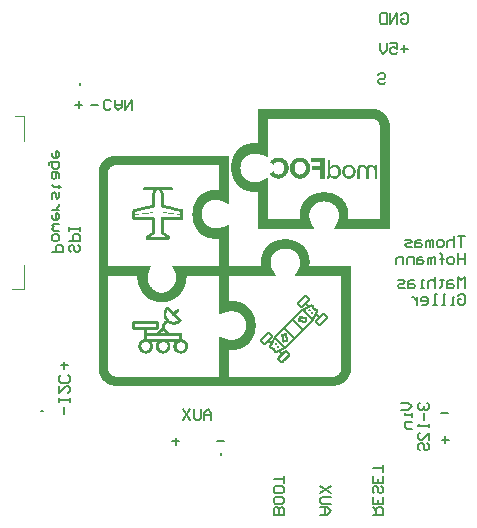
<source format=gbo>
G04*
G04 #@! TF.GenerationSoftware,Altium Limited,Altium Designer,21.0.8 (223)*
G04*
G04 Layer_Color=32896*
%FSLAX25Y25*%
%MOIN*%
G70*
G04*
G04 #@! TF.SameCoordinates,4FC8230A-67FA-47FE-B716-792534C6144D*
G04*
G04*
G04 #@! TF.FilePolarity,Positive*
G04*
G01*
G75*
%ADD10C,0.00787*%
%ADD12C,0.00591*%
%ADD14C,0.00394*%
G36*
X137401Y141789D02*
X137835D01*
Y141727D01*
X138145D01*
Y141665D01*
X138393D01*
Y141603D01*
X138642D01*
Y141541D01*
X138828D01*
Y141479D01*
X138952D01*
Y141417D01*
X139138D01*
Y141355D01*
X139262D01*
Y141293D01*
X139448D01*
Y141231D01*
X139572D01*
Y141168D01*
X139696D01*
Y141106D01*
X139820D01*
Y141044D01*
X139882D01*
Y140982D01*
X140006D01*
Y140920D01*
X140131D01*
Y140858D01*
X140193D01*
Y140796D01*
X140317D01*
Y140734D01*
X140379D01*
Y140672D01*
X140441D01*
Y140610D01*
X140565D01*
Y140548D01*
X140627D01*
Y140486D01*
X140689D01*
Y140424D01*
X140751D01*
Y140362D01*
X140813D01*
Y140300D01*
X140875D01*
Y140238D01*
X140999D01*
Y140176D01*
X141061D01*
Y140114D01*
X141123D01*
Y140052D01*
X141185D01*
Y139990D01*
X141247D01*
Y139928D01*
X141309D01*
Y139866D01*
X141371D01*
Y139804D01*
X141433D01*
Y139742D01*
Y139680D01*
X141495D01*
Y139618D01*
X141557D01*
Y139556D01*
X141620D01*
Y139494D01*
X141682D01*
Y139432D01*
Y139369D01*
X141744D01*
Y139307D01*
X141806D01*
Y139245D01*
X141868D01*
Y139183D01*
Y139121D01*
X141930D01*
Y139059D01*
X141992D01*
Y138997D01*
Y138935D01*
X142054D01*
Y138873D01*
Y138811D01*
X142116D01*
Y138749D01*
X142178D01*
Y138687D01*
Y138625D01*
X142240D01*
Y138563D01*
Y138501D01*
X142302D01*
Y138439D01*
Y138377D01*
X142364D01*
Y138315D01*
Y138253D01*
Y138191D01*
X142426D01*
Y138129D01*
Y138067D01*
X142488D01*
Y138005D01*
Y137943D01*
Y137881D01*
X142550D01*
Y137819D01*
Y137757D01*
X142612D01*
Y137695D01*
Y137632D01*
Y137570D01*
X142674D01*
Y137508D01*
Y137446D01*
Y137384D01*
Y137322D01*
X142736D01*
Y137260D01*
Y137198D01*
Y137136D01*
Y137074D01*
X142798D01*
Y137012D01*
Y136950D01*
Y136888D01*
Y136826D01*
Y136764D01*
X142860D01*
Y136702D01*
Y136640D01*
Y136578D01*
Y136516D01*
Y136454D01*
Y136392D01*
Y136330D01*
X142922D01*
Y136268D01*
Y136206D01*
Y136144D01*
Y136082D01*
Y136020D01*
Y135957D01*
Y135895D01*
Y135833D01*
Y135771D01*
Y135709D01*
Y135647D01*
Y135585D01*
Y135523D01*
Y135461D01*
Y135399D01*
Y135337D01*
Y135275D01*
Y135213D01*
Y135151D01*
Y135089D01*
Y135027D01*
Y134965D01*
Y134903D01*
Y134841D01*
Y134779D01*
Y134717D01*
Y134655D01*
Y134593D01*
Y134531D01*
Y134468D01*
Y134406D01*
Y134344D01*
Y134282D01*
Y134220D01*
Y134158D01*
Y134096D01*
Y134034D01*
Y133972D01*
Y133910D01*
Y133848D01*
Y133786D01*
Y133724D01*
Y133662D01*
Y133600D01*
Y133538D01*
Y133476D01*
Y133414D01*
Y133352D01*
Y133290D01*
Y133228D01*
Y133166D01*
Y133104D01*
Y133042D01*
Y132980D01*
Y132918D01*
Y132856D01*
Y132793D01*
Y132731D01*
Y132669D01*
Y132607D01*
Y132545D01*
Y132483D01*
Y132421D01*
Y132359D01*
Y132297D01*
Y132235D01*
Y132173D01*
Y132111D01*
Y132049D01*
Y131987D01*
Y131925D01*
Y131863D01*
Y131801D01*
Y131739D01*
Y131677D01*
Y131615D01*
Y131553D01*
Y131491D01*
Y131429D01*
Y131367D01*
Y131305D01*
Y131243D01*
Y131181D01*
Y131119D01*
Y131056D01*
Y130994D01*
Y130932D01*
Y130870D01*
Y130808D01*
Y130746D01*
Y130684D01*
Y130622D01*
Y130560D01*
Y130498D01*
Y130436D01*
Y130374D01*
Y130312D01*
Y130250D01*
Y130188D01*
Y130126D01*
Y130064D01*
Y130002D01*
Y129940D01*
Y129878D01*
Y129816D01*
Y129754D01*
Y129692D01*
Y129630D01*
Y129568D01*
Y129506D01*
Y129444D01*
Y129382D01*
Y129320D01*
Y129257D01*
Y129195D01*
Y129133D01*
Y129071D01*
Y129009D01*
Y128947D01*
Y128885D01*
Y128823D01*
Y128761D01*
Y128699D01*
Y128637D01*
Y128575D01*
Y128513D01*
Y128451D01*
Y128389D01*
Y128327D01*
Y128265D01*
Y128203D01*
Y128141D01*
Y128079D01*
Y128017D01*
Y127955D01*
Y127893D01*
Y127831D01*
Y127769D01*
Y127707D01*
Y127645D01*
Y127582D01*
Y127520D01*
Y127458D01*
Y127396D01*
Y127334D01*
Y127272D01*
Y127210D01*
Y127148D01*
Y127086D01*
Y127024D01*
Y126962D01*
Y126900D01*
Y126838D01*
Y126776D01*
Y126714D01*
Y126652D01*
Y126590D01*
Y126528D01*
Y126466D01*
Y126404D01*
Y126342D01*
Y126280D01*
Y126218D01*
Y126156D01*
Y126093D01*
Y126031D01*
Y125970D01*
Y125907D01*
Y125845D01*
Y125783D01*
Y125721D01*
Y125659D01*
Y125597D01*
Y125535D01*
Y125473D01*
Y125411D01*
Y125349D01*
Y125287D01*
Y125225D01*
Y125163D01*
Y125101D01*
Y125039D01*
Y124977D01*
Y124915D01*
Y124853D01*
Y124791D01*
Y124729D01*
Y124667D01*
Y124605D01*
Y124543D01*
Y124481D01*
Y124418D01*
Y124356D01*
Y124294D01*
Y124232D01*
Y124170D01*
Y124108D01*
Y124046D01*
Y123984D01*
Y123922D01*
Y123860D01*
Y123798D01*
Y123736D01*
Y123674D01*
Y123612D01*
Y123550D01*
Y123488D01*
Y123426D01*
Y123364D01*
Y123302D01*
Y123240D01*
Y123178D01*
Y123116D01*
Y123054D01*
Y122992D01*
Y122930D01*
Y122868D01*
Y122806D01*
Y122743D01*
Y122681D01*
Y122619D01*
Y122557D01*
Y122495D01*
Y122433D01*
Y122371D01*
Y122309D01*
Y122247D01*
Y122185D01*
Y122123D01*
Y122061D01*
Y121999D01*
Y121937D01*
Y121875D01*
Y121813D01*
Y121751D01*
Y121689D01*
Y121627D01*
Y121565D01*
Y121503D01*
Y121441D01*
Y121379D01*
Y121317D01*
Y121255D01*
Y121193D01*
Y121131D01*
Y121069D01*
Y121007D01*
Y120944D01*
Y120882D01*
Y120820D01*
Y120758D01*
Y120696D01*
Y120634D01*
Y120572D01*
Y120510D01*
Y120448D01*
Y120386D01*
Y120324D01*
Y120262D01*
Y120200D01*
Y120138D01*
Y120076D01*
Y120014D01*
Y119952D01*
Y119890D01*
Y119828D01*
Y119766D01*
Y119704D01*
Y119642D01*
Y119580D01*
Y119518D01*
Y119456D01*
Y119394D01*
Y119332D01*
Y119270D01*
Y119207D01*
Y119145D01*
Y119083D01*
Y119021D01*
Y118959D01*
Y118897D01*
Y118835D01*
Y118773D01*
Y118711D01*
Y118649D01*
Y118587D01*
Y118525D01*
Y118463D01*
Y118401D01*
Y118339D01*
Y118277D01*
Y118215D01*
Y118153D01*
Y118091D01*
Y118029D01*
Y117967D01*
Y117905D01*
Y117843D01*
Y117781D01*
Y117719D01*
Y117657D01*
Y117595D01*
Y117532D01*
Y117470D01*
Y117408D01*
Y117346D01*
Y117284D01*
Y117222D01*
Y117160D01*
Y117098D01*
Y117036D01*
Y116974D01*
Y116912D01*
Y116850D01*
Y116788D01*
Y116726D01*
Y116664D01*
Y116602D01*
Y116540D01*
Y116478D01*
Y116416D01*
Y116354D01*
Y116292D01*
Y116230D01*
Y116168D01*
Y116106D01*
Y116043D01*
Y115981D01*
Y115919D01*
Y115857D01*
Y115795D01*
Y115733D01*
Y115671D01*
Y115609D01*
Y115547D01*
Y115485D01*
Y115423D01*
Y115361D01*
Y115299D01*
Y115237D01*
Y115175D01*
Y115113D01*
Y115051D01*
Y114989D01*
Y114927D01*
Y114865D01*
Y114803D01*
Y114741D01*
Y114679D01*
Y114617D01*
Y114555D01*
Y114493D01*
Y114431D01*
Y114368D01*
Y114306D01*
Y114244D01*
Y114182D01*
Y114120D01*
Y114058D01*
Y113996D01*
Y113934D01*
Y113872D01*
Y113810D01*
Y113748D01*
Y113686D01*
Y113624D01*
Y113562D01*
Y113500D01*
Y113438D01*
Y113376D01*
Y113314D01*
Y113252D01*
Y113190D01*
Y113128D01*
Y113066D01*
Y113004D01*
Y112942D01*
Y112880D01*
Y112818D01*
Y112756D01*
Y112694D01*
Y112631D01*
Y112569D01*
Y112507D01*
Y112445D01*
Y112383D01*
Y112321D01*
Y112259D01*
Y112197D01*
Y112135D01*
Y112073D01*
Y112011D01*
Y111949D01*
Y111887D01*
Y111825D01*
Y111763D01*
Y111701D01*
Y111639D01*
Y111577D01*
Y111515D01*
Y111453D01*
Y111391D01*
Y111329D01*
Y111267D01*
Y111205D01*
Y111143D01*
Y111081D01*
Y111019D01*
Y110957D01*
Y110895D01*
Y110832D01*
Y110770D01*
Y110708D01*
Y110646D01*
Y110584D01*
Y110522D01*
Y110460D01*
Y110398D01*
Y110336D01*
Y110274D01*
Y110212D01*
Y110150D01*
Y110088D01*
Y110026D01*
Y109964D01*
Y109902D01*
Y109840D01*
Y109778D01*
Y109716D01*
Y109654D01*
Y109592D01*
Y109530D01*
Y109468D01*
Y109406D01*
Y109344D01*
Y109282D01*
Y109220D01*
Y109157D01*
Y109095D01*
Y109033D01*
Y108971D01*
Y108909D01*
Y108847D01*
Y108785D01*
Y108723D01*
Y108661D01*
Y108599D01*
Y108537D01*
Y108475D01*
Y108413D01*
Y108351D01*
Y108289D01*
Y108227D01*
Y108165D01*
Y108103D01*
Y108041D01*
Y107979D01*
Y107917D01*
Y107855D01*
Y107793D01*
Y107731D01*
Y107668D01*
Y107606D01*
Y107545D01*
Y107482D01*
Y107420D01*
Y107358D01*
Y107296D01*
Y107234D01*
Y107172D01*
Y107110D01*
Y107048D01*
Y106986D01*
Y106924D01*
Y106862D01*
Y106800D01*
Y106738D01*
Y106676D01*
Y106614D01*
Y106552D01*
Y106490D01*
Y106428D01*
Y106366D01*
Y106304D01*
Y106242D01*
Y106180D01*
Y106118D01*
Y106056D01*
Y105993D01*
Y105931D01*
Y105869D01*
Y105807D01*
Y105745D01*
Y105683D01*
Y105621D01*
Y105559D01*
Y105497D01*
Y105435D01*
Y105373D01*
Y105311D01*
Y105249D01*
Y105187D01*
Y105125D01*
Y105063D01*
Y105001D01*
Y104939D01*
Y104877D01*
Y104815D01*
Y104753D01*
Y104691D01*
Y104629D01*
Y104567D01*
Y104505D01*
Y104443D01*
Y104381D01*
Y104318D01*
Y104256D01*
Y104194D01*
Y104132D01*
Y104070D01*
Y104008D01*
Y103946D01*
Y103884D01*
Y103822D01*
Y103760D01*
Y103698D01*
Y103636D01*
Y103574D01*
Y103512D01*
Y103450D01*
Y103388D01*
Y103326D01*
Y103264D01*
Y103202D01*
Y103140D01*
Y103078D01*
Y103016D01*
Y102954D01*
Y102892D01*
Y102830D01*
Y102768D01*
Y102706D01*
Y102644D01*
Y102582D01*
Y102520D01*
Y102457D01*
Y102395D01*
Y102333D01*
Y102271D01*
Y102209D01*
Y102147D01*
Y102085D01*
Y102023D01*
Y101961D01*
Y101899D01*
Y101837D01*
Y101775D01*
Y101713D01*
Y101651D01*
X124187D01*
Y101713D01*
X124249D01*
Y101775D01*
Y101837D01*
X124311D01*
Y101899D01*
Y101961D01*
X124373D01*
Y102023D01*
Y102085D01*
X124435D01*
Y102147D01*
Y102209D01*
X124497D01*
Y102271D01*
Y102333D01*
X124559D01*
Y102395D01*
Y102457D01*
X124621D01*
Y102520D01*
Y102582D01*
X124683D01*
Y102644D01*
Y102706D01*
X124745D01*
Y102768D01*
Y102830D01*
X124807D01*
Y102892D01*
Y102954D01*
X124870D01*
Y103016D01*
Y103078D01*
X124932D01*
Y103140D01*
Y103202D01*
X124994D01*
Y103264D01*
Y103326D01*
X125056D01*
Y103388D01*
Y103450D01*
X125118D01*
Y103512D01*
Y103574D01*
X125180D01*
Y103636D01*
Y103698D01*
X125242D01*
Y103760D01*
Y103822D01*
X125304D01*
Y103884D01*
Y103946D01*
X125366D01*
Y104008D01*
Y104070D01*
Y104132D01*
X125428D01*
Y104194D01*
Y104256D01*
X125490D01*
Y104318D01*
Y104381D01*
Y104443D01*
X125552D01*
Y104505D01*
Y104567D01*
Y104629D01*
X125614D01*
Y104691D01*
Y104753D01*
X125676D01*
Y104815D01*
Y104877D01*
Y104939D01*
X125738D01*
Y105001D01*
Y105063D01*
Y105125D01*
Y105187D01*
X125800D01*
Y105249D01*
Y105311D01*
Y105373D01*
Y105435D01*
Y105497D01*
X125862D01*
Y105559D01*
Y105621D01*
Y105683D01*
Y105745D01*
Y105807D01*
Y105869D01*
Y105931D01*
Y105993D01*
Y106056D01*
Y106118D01*
Y106180D01*
Y106242D01*
Y106304D01*
Y106366D01*
Y106428D01*
Y106490D01*
Y106552D01*
Y106614D01*
Y106676D01*
Y106738D01*
Y106800D01*
Y106862D01*
Y106924D01*
X125800D01*
Y106986D01*
Y107048D01*
Y107110D01*
Y107172D01*
Y107234D01*
Y107296D01*
X125738D01*
Y107358D01*
Y107420D01*
Y107482D01*
Y107545D01*
X125676D01*
Y107606D01*
Y107668D01*
Y107731D01*
X125614D01*
Y107793D01*
Y107855D01*
Y107917D01*
X125552D01*
Y107979D01*
Y108041D01*
Y108103D01*
X125490D01*
Y108165D01*
Y108227D01*
X125428D01*
Y108289D01*
Y108351D01*
X125366D01*
Y108413D01*
Y108475D01*
X125304D01*
Y108537D01*
Y108599D01*
X125242D01*
Y108661D01*
Y108723D01*
X125180D01*
Y108785D01*
X125118D01*
Y108847D01*
Y108909D01*
X125056D01*
Y108971D01*
X124994D01*
Y109033D01*
Y109095D01*
X124932D01*
Y109157D01*
X124870D01*
Y109220D01*
X124807D01*
Y109282D01*
X124745D01*
Y109344D01*
X124683D01*
Y109406D01*
Y109468D01*
X124621D01*
Y109530D01*
X124559D01*
Y109592D01*
X124497D01*
Y109654D01*
X124435D01*
Y109716D01*
X124311D01*
Y109778D01*
X124249D01*
Y109840D01*
X124187D01*
Y109902D01*
X124063D01*
Y109964D01*
X124001D01*
Y110026D01*
X123939D01*
Y110088D01*
X123815D01*
Y110150D01*
X123691D01*
Y110212D01*
X123629D01*
Y110274D01*
X123505D01*
Y110336D01*
X123381D01*
Y110398D01*
X123257D01*
Y110460D01*
X123132D01*
Y110522D01*
X123008D01*
Y110584D01*
X122822D01*
Y110646D01*
X122636D01*
Y110708D01*
X122450D01*
Y110770D01*
X122202D01*
Y110832D01*
X121892D01*
Y110895D01*
X121395D01*
Y110957D01*
X120527D01*
Y110895D01*
X120031D01*
Y110832D01*
X119720D01*
Y110770D01*
X119472D01*
Y110708D01*
X119224D01*
Y110646D01*
X119038D01*
Y110584D01*
X118914D01*
Y110522D01*
X118728D01*
Y110460D01*
X118604D01*
Y110398D01*
X118542D01*
Y110336D01*
X118418D01*
Y110274D01*
X118293D01*
Y110212D01*
X118169D01*
Y110150D01*
X118107D01*
Y110088D01*
X117983D01*
Y110026D01*
X117921D01*
Y109964D01*
X117797D01*
Y109902D01*
X117735D01*
Y109840D01*
X117673D01*
Y109778D01*
X117611D01*
Y109716D01*
X117549D01*
Y109654D01*
X117487D01*
Y109592D01*
X117425D01*
Y109530D01*
X117301D01*
Y109468D01*
X117239D01*
Y109406D01*
X117177D01*
Y109344D01*
X117115D01*
Y109282D01*
Y109220D01*
X117053D01*
Y109157D01*
X116991D01*
Y109095D01*
X116929D01*
Y109033D01*
Y108971D01*
X116867D01*
Y108909D01*
X116805D01*
Y108847D01*
Y108785D01*
X116743D01*
Y108723D01*
X116681D01*
Y108661D01*
Y108599D01*
X116619D01*
Y108537D01*
Y108475D01*
X116557D01*
Y108413D01*
Y108351D01*
X116495D01*
Y108289D01*
Y108227D01*
X116432D01*
Y108165D01*
Y108103D01*
X116370D01*
Y108041D01*
Y107979D01*
Y107917D01*
X116308D01*
Y107855D01*
Y107793D01*
X116246D01*
Y107731D01*
Y107668D01*
Y107606D01*
Y107545D01*
X116184D01*
Y107482D01*
Y107420D01*
Y107358D01*
X116122D01*
Y107296D01*
Y107234D01*
Y107172D01*
Y107110D01*
Y107048D01*
Y106986D01*
X116060D01*
Y106924D01*
Y106862D01*
Y106800D01*
Y106738D01*
Y106676D01*
Y106614D01*
Y106552D01*
Y106490D01*
Y106428D01*
Y106366D01*
X115998D01*
Y106304D01*
Y106242D01*
Y106180D01*
Y106118D01*
Y106056D01*
Y105993D01*
Y105931D01*
X116060D01*
Y105869D01*
Y105807D01*
Y105745D01*
Y105683D01*
Y105621D01*
Y105559D01*
Y105497D01*
Y105435D01*
X116122D01*
Y105373D01*
Y105311D01*
Y105249D01*
Y105187D01*
X116184D01*
Y105125D01*
Y105063D01*
Y105001D01*
Y104939D01*
X116246D01*
Y104877D01*
Y104815D01*
Y104753D01*
X116308D01*
Y104691D01*
Y104629D01*
Y104567D01*
X116370D01*
Y104505D01*
Y104443D01*
Y104381D01*
X116432D01*
Y104318D01*
Y104256D01*
X116495D01*
Y104194D01*
Y104132D01*
Y104070D01*
X116557D01*
Y104008D01*
Y103946D01*
X116619D01*
Y103884D01*
Y103822D01*
X116681D01*
Y103760D01*
Y103698D01*
X116743D01*
Y103636D01*
Y103574D01*
X116805D01*
Y103512D01*
Y103450D01*
X116867D01*
Y103388D01*
Y103326D01*
Y103264D01*
X116929D01*
Y103202D01*
Y103140D01*
X116991D01*
Y103078D01*
Y103016D01*
X117053D01*
Y102954D01*
Y102892D01*
X117115D01*
Y102830D01*
Y102768D01*
X117177D01*
Y102706D01*
Y102644D01*
X117239D01*
Y102582D01*
Y102520D01*
X117301D01*
Y102457D01*
Y102395D01*
X117363D01*
Y102333D01*
Y102271D01*
X117425D01*
Y102209D01*
Y102147D01*
X117487D01*
Y102085D01*
Y102023D01*
X117549D01*
Y101961D01*
Y101899D01*
X117611D01*
Y101837D01*
X117673D01*
Y101775D01*
Y101713D01*
X117735D01*
Y101651D01*
X99000D01*
Y101713D01*
Y101775D01*
Y101837D01*
Y101899D01*
Y101961D01*
Y102023D01*
Y102085D01*
Y102147D01*
Y102209D01*
Y102271D01*
Y102333D01*
Y102395D01*
Y102457D01*
Y102520D01*
Y102582D01*
Y102644D01*
Y102706D01*
Y102768D01*
Y102830D01*
Y102892D01*
Y102954D01*
Y103016D01*
Y103078D01*
Y103140D01*
Y103202D01*
Y103264D01*
Y103326D01*
Y103388D01*
Y103450D01*
Y103512D01*
Y103574D01*
Y103636D01*
Y103698D01*
Y103760D01*
Y103822D01*
Y103884D01*
Y103946D01*
Y104008D01*
Y104070D01*
Y104132D01*
Y104194D01*
Y104256D01*
Y104318D01*
Y104381D01*
Y104443D01*
Y104505D01*
Y104567D01*
Y104629D01*
Y104691D01*
Y104753D01*
Y104815D01*
Y104877D01*
Y104939D01*
Y105001D01*
Y105063D01*
Y105125D01*
Y105187D01*
Y105249D01*
Y105311D01*
Y105373D01*
Y105435D01*
Y105497D01*
Y105559D01*
Y105621D01*
Y105683D01*
Y105745D01*
Y105807D01*
Y105869D01*
Y105931D01*
Y105993D01*
Y106056D01*
Y106118D01*
Y106180D01*
Y106242D01*
Y106304D01*
Y106366D01*
Y106428D01*
Y106490D01*
Y106552D01*
Y106614D01*
Y106676D01*
Y106738D01*
Y106800D01*
Y106862D01*
Y106924D01*
Y106986D01*
Y107048D01*
Y107110D01*
Y107172D01*
Y107234D01*
Y107296D01*
Y107358D01*
Y107420D01*
Y107482D01*
Y107545D01*
Y107606D01*
Y107668D01*
Y107731D01*
Y107793D01*
Y107855D01*
Y107917D01*
Y107979D01*
Y108041D01*
Y108103D01*
Y108165D01*
Y108227D01*
Y108289D01*
Y108351D01*
Y108413D01*
Y108475D01*
Y108537D01*
Y108599D01*
Y108661D01*
Y108723D01*
Y108785D01*
Y108847D01*
Y108909D01*
Y108971D01*
Y109033D01*
Y109095D01*
Y109157D01*
Y109220D01*
Y109282D01*
Y109344D01*
Y109406D01*
Y109468D01*
Y109530D01*
Y109592D01*
Y109654D01*
Y109716D01*
Y109778D01*
Y109840D01*
Y109902D01*
Y109964D01*
Y110026D01*
Y110088D01*
Y110150D01*
Y110212D01*
Y110274D01*
Y110336D01*
Y110398D01*
Y110460D01*
Y110522D01*
Y110584D01*
Y110646D01*
Y110708D01*
Y110770D01*
Y110832D01*
Y110895D01*
Y110957D01*
Y111019D01*
Y111081D01*
Y111143D01*
Y111205D01*
Y111267D01*
Y111329D01*
Y111391D01*
Y111453D01*
Y111515D01*
Y111577D01*
Y111639D01*
Y111701D01*
Y111763D01*
Y111825D01*
Y111887D01*
Y111949D01*
Y112011D01*
Y112073D01*
Y112135D01*
Y112197D01*
Y112259D01*
Y112321D01*
Y112383D01*
Y112445D01*
Y112507D01*
Y112569D01*
Y112631D01*
Y112694D01*
Y112756D01*
Y112818D01*
Y112880D01*
Y112942D01*
Y113004D01*
Y113066D01*
Y113128D01*
Y113190D01*
Y113252D01*
Y113314D01*
Y113376D01*
Y113438D01*
Y113500D01*
Y113562D01*
Y113624D01*
Y113686D01*
Y113748D01*
Y113810D01*
Y113872D01*
Y113934D01*
Y113996D01*
Y114058D01*
Y114120D01*
Y114182D01*
Y114244D01*
X98442D01*
Y114182D01*
X96643D01*
Y114244D01*
X96208D01*
Y114306D01*
X95836D01*
Y114368D01*
X95588D01*
Y114431D01*
X95340D01*
Y114493D01*
X95154D01*
Y114555D01*
X94968D01*
Y114617D01*
X94782D01*
Y114679D01*
X94657D01*
Y114741D01*
X94471D01*
Y114803D01*
X94285D01*
Y114865D01*
X94161D01*
Y114927D01*
X94037D01*
Y114989D01*
X93913D01*
Y115051D01*
X93789D01*
Y115113D01*
X93665D01*
Y115175D01*
X93541D01*
Y115237D01*
X93479D01*
Y115299D01*
X93355D01*
Y115361D01*
X93293D01*
Y115423D01*
X93168D01*
Y115485D01*
X93107D01*
Y115547D01*
X93044D01*
Y115609D01*
X92920D01*
Y115671D01*
X92858D01*
Y115733D01*
X92796D01*
Y115795D01*
X92734D01*
Y115857D01*
X92672D01*
Y115919D01*
X92548D01*
Y115981D01*
X92486D01*
Y116043D01*
X92424D01*
Y116106D01*
X92362D01*
Y116168D01*
X92300D01*
Y116230D01*
X92238D01*
Y116292D01*
X92176D01*
Y116354D01*
X92114D01*
Y116416D01*
Y116478D01*
X92052D01*
Y116540D01*
X91990D01*
Y116602D01*
X91928D01*
Y116664D01*
X91866D01*
Y116726D01*
X91804D01*
Y116788D01*
X91742D01*
Y116850D01*
X91680D01*
Y116912D01*
Y116974D01*
X91618D01*
Y117036D01*
X91556D01*
Y117098D01*
Y117160D01*
X91493D01*
Y117222D01*
X91431D01*
Y117284D01*
Y117346D01*
X91369D01*
Y117408D01*
X91307D01*
Y117470D01*
Y117532D01*
X91245D01*
Y117595D01*
X91183D01*
Y117657D01*
Y117719D01*
X91121D01*
Y117781D01*
Y117843D01*
X91059D01*
Y117905D01*
Y117967D01*
X90997D01*
Y118029D01*
Y118091D01*
X90935D01*
Y118153D01*
Y118215D01*
X90873D01*
Y118277D01*
Y118339D01*
X90811D01*
Y118401D01*
Y118463D01*
X90749D01*
Y118525D01*
Y118587D01*
Y118649D01*
X90687D01*
Y118711D01*
Y118773D01*
X90625D01*
Y118835D01*
Y118897D01*
X90563D01*
Y118959D01*
Y119021D01*
Y119083D01*
X90501D01*
Y119145D01*
Y119207D01*
Y119270D01*
X90439D01*
Y119332D01*
Y119394D01*
Y119456D01*
X90377D01*
Y119518D01*
Y119580D01*
Y119642D01*
X90315D01*
Y119704D01*
Y119766D01*
Y119828D01*
Y119890D01*
X90253D01*
Y119952D01*
Y120014D01*
Y120076D01*
Y120138D01*
Y120200D01*
X90191D01*
Y120262D01*
Y120324D01*
Y120386D01*
Y120448D01*
X90129D01*
Y120510D01*
Y120572D01*
Y120634D01*
Y120696D01*
Y120758D01*
Y120820D01*
Y120882D01*
X90067D01*
Y120944D01*
Y121007D01*
Y121069D01*
Y121131D01*
Y121193D01*
Y121255D01*
Y121317D01*
X90005D01*
Y121379D01*
Y121441D01*
Y121503D01*
Y121565D01*
Y121627D01*
Y121689D01*
Y121751D01*
Y121813D01*
Y121875D01*
Y121937D01*
Y121999D01*
Y122061D01*
Y122123D01*
Y122185D01*
Y122247D01*
Y122309D01*
Y122371D01*
Y122433D01*
Y122495D01*
Y122557D01*
Y122619D01*
Y122681D01*
Y122743D01*
Y122806D01*
Y122868D01*
Y122930D01*
Y122992D01*
Y123054D01*
Y123116D01*
Y123178D01*
Y123240D01*
X90067D01*
Y123302D01*
Y123364D01*
Y123426D01*
Y123488D01*
Y123550D01*
Y123612D01*
Y123674D01*
X90129D01*
Y123736D01*
Y123798D01*
Y123860D01*
Y123922D01*
Y123984D01*
Y124046D01*
X90191D01*
Y124108D01*
Y124170D01*
Y124232D01*
Y124294D01*
Y124356D01*
X90253D01*
Y124418D01*
Y124481D01*
Y124543D01*
Y124605D01*
Y124667D01*
X90315D01*
Y124729D01*
Y124791D01*
Y124853D01*
X90377D01*
Y124915D01*
Y124977D01*
Y125039D01*
X90439D01*
Y125101D01*
Y125163D01*
Y125225D01*
Y125287D01*
X90501D01*
Y125349D01*
Y125411D01*
Y125473D01*
X90563D01*
Y125535D01*
Y125597D01*
X90625D01*
Y125659D01*
Y125721D01*
Y125783D01*
X90687D01*
Y125845D01*
Y125907D01*
X90749D01*
Y125970D01*
Y126031D01*
Y126093D01*
X90811D01*
Y126156D01*
Y126218D01*
X90873D01*
Y126280D01*
Y126342D01*
X90935D01*
Y126404D01*
Y126466D01*
X90997D01*
Y126528D01*
Y126590D01*
X91059D01*
Y126652D01*
Y126714D01*
X91121D01*
Y126776D01*
X91183D01*
Y126838D01*
Y126900D01*
X91245D01*
Y126962D01*
Y127024D01*
X91307D01*
Y127086D01*
X91369D01*
Y127148D01*
Y127210D01*
X91431D01*
Y127272D01*
X91493D01*
Y127334D01*
Y127396D01*
X91556D01*
Y127458D01*
X91618D01*
Y127520D01*
Y127582D01*
X91680D01*
Y127645D01*
X91742D01*
Y127707D01*
X91804D01*
Y127769D01*
Y127831D01*
X91866D01*
Y127893D01*
X91928D01*
Y127955D01*
X91990D01*
Y128017D01*
X92052D01*
Y128079D01*
X92114D01*
Y128141D01*
X92176D01*
Y128203D01*
X92238D01*
Y128265D01*
X92300D01*
Y128327D01*
X92362D01*
Y128389D01*
X92424D01*
Y128451D01*
X92486D01*
Y128513D01*
X92548D01*
Y128575D01*
X92610D01*
Y128637D01*
X92672D01*
Y128699D01*
X92734D01*
Y128761D01*
X92796D01*
Y128823D01*
X92858D01*
Y128885D01*
X92982D01*
Y128947D01*
X93044D01*
Y129009D01*
X93107D01*
Y129071D01*
X93231D01*
Y129133D01*
X93293D01*
Y129195D01*
X93417D01*
Y129257D01*
X93479D01*
Y129320D01*
X93603D01*
Y129382D01*
X93727D01*
Y129444D01*
X93789D01*
Y129506D01*
X93913D01*
Y129568D01*
X94037D01*
Y129630D01*
X94223D01*
Y129692D01*
X94347D01*
Y129754D01*
X94533D01*
Y129816D01*
X94657D01*
Y129878D01*
X94844D01*
Y129940D01*
X94968D01*
Y130002D01*
X95216D01*
Y130064D01*
X95402D01*
Y130126D01*
X95650D01*
Y130188D01*
X95898D01*
Y130250D01*
X96270D01*
Y130312D01*
X96767D01*
Y130374D01*
X98194D01*
Y130312D01*
X98814D01*
Y130250D01*
X99000D01*
Y130312D01*
Y130374D01*
Y130436D01*
Y130498D01*
Y130560D01*
Y130622D01*
Y130684D01*
Y130746D01*
Y130808D01*
Y130870D01*
Y130932D01*
Y130994D01*
Y131056D01*
Y131119D01*
Y131181D01*
Y131243D01*
Y131305D01*
Y131367D01*
Y131429D01*
Y131491D01*
Y131553D01*
Y131615D01*
Y131677D01*
Y131739D01*
Y131801D01*
Y131863D01*
Y131925D01*
Y131987D01*
Y132049D01*
Y132111D01*
Y132173D01*
Y132235D01*
Y132297D01*
Y132359D01*
Y132421D01*
Y132483D01*
Y132545D01*
Y132607D01*
Y132669D01*
Y132731D01*
Y132793D01*
Y132856D01*
Y132918D01*
Y132980D01*
Y133042D01*
Y133104D01*
Y133166D01*
Y133228D01*
Y133290D01*
Y133352D01*
Y133414D01*
Y133476D01*
Y133538D01*
Y133600D01*
Y133662D01*
Y133724D01*
Y133786D01*
Y133848D01*
Y133910D01*
Y133972D01*
Y134034D01*
Y134096D01*
Y134158D01*
Y134220D01*
Y134282D01*
Y134344D01*
Y134406D01*
Y134468D01*
Y134531D01*
Y134593D01*
Y134655D01*
Y134717D01*
Y134779D01*
Y134841D01*
Y134903D01*
Y134965D01*
Y135027D01*
Y135089D01*
Y135151D01*
Y135213D01*
Y135275D01*
Y135337D01*
Y135399D01*
Y135461D01*
Y135523D01*
Y135585D01*
Y135647D01*
Y135709D01*
Y135771D01*
Y135833D01*
Y135895D01*
Y135957D01*
Y136020D01*
Y136082D01*
Y136144D01*
Y136206D01*
Y136268D01*
Y136330D01*
Y136392D01*
Y136454D01*
Y136516D01*
Y136578D01*
Y136640D01*
Y136702D01*
Y136764D01*
Y136826D01*
Y136888D01*
Y136950D01*
Y137012D01*
Y137074D01*
Y137136D01*
Y137198D01*
Y137260D01*
Y137322D01*
Y137384D01*
Y137446D01*
Y137508D01*
Y137570D01*
Y137632D01*
Y137695D01*
Y137757D01*
Y137819D01*
Y137881D01*
Y137943D01*
Y138005D01*
Y138067D01*
Y138129D01*
Y138191D01*
Y138253D01*
Y138315D01*
Y138377D01*
Y138439D01*
Y138501D01*
Y138563D01*
Y138625D01*
Y138687D01*
Y138749D01*
Y138811D01*
Y138873D01*
Y138935D01*
Y138997D01*
Y139059D01*
Y139121D01*
Y139183D01*
Y139245D01*
Y139307D01*
Y139369D01*
Y139432D01*
Y139494D01*
Y139556D01*
Y139618D01*
Y139680D01*
Y139742D01*
Y139804D01*
Y139866D01*
Y139928D01*
Y139990D01*
Y140052D01*
Y140114D01*
Y140176D01*
Y140238D01*
Y140300D01*
Y140362D01*
Y140424D01*
Y140486D01*
Y140548D01*
Y140610D01*
Y140672D01*
Y140734D01*
Y140796D01*
Y140858D01*
Y140920D01*
Y140982D01*
Y141044D01*
Y141106D01*
Y141168D01*
Y141231D01*
Y141293D01*
Y141355D01*
Y141417D01*
Y141479D01*
Y141541D01*
Y141603D01*
Y141665D01*
Y141727D01*
Y141789D01*
Y141851D01*
X137401D01*
Y141789D01*
D02*
G37*
G36*
X89384Y126156D02*
Y126093D01*
Y126031D01*
Y125970D01*
Y125907D01*
Y125845D01*
Y125783D01*
Y125721D01*
Y125659D01*
Y125597D01*
Y125535D01*
Y125473D01*
Y125411D01*
Y125349D01*
Y125287D01*
Y125225D01*
Y125163D01*
Y125101D01*
Y125039D01*
Y124977D01*
Y124915D01*
Y124853D01*
Y124791D01*
Y124729D01*
Y124667D01*
Y124605D01*
Y124543D01*
Y124481D01*
Y124418D01*
Y124356D01*
Y124294D01*
Y124232D01*
Y124170D01*
Y124108D01*
Y124046D01*
Y123984D01*
Y123922D01*
Y123860D01*
Y123798D01*
Y123736D01*
Y123674D01*
Y123612D01*
Y123550D01*
Y123488D01*
Y123426D01*
Y123364D01*
Y123302D01*
Y123240D01*
Y123178D01*
Y123116D01*
Y123054D01*
Y122992D01*
Y122930D01*
Y122868D01*
Y122806D01*
Y122743D01*
Y122681D01*
Y122619D01*
Y122557D01*
Y122495D01*
Y122433D01*
Y122371D01*
Y122309D01*
Y122247D01*
Y122185D01*
Y122123D01*
Y122061D01*
Y121999D01*
Y121937D01*
Y121875D01*
Y121813D01*
Y121751D01*
Y121689D01*
Y121627D01*
Y121565D01*
Y121503D01*
Y121441D01*
Y121379D01*
Y121317D01*
Y121255D01*
Y121193D01*
Y121131D01*
Y121069D01*
Y121007D01*
Y120944D01*
Y120882D01*
Y120820D01*
Y120758D01*
Y120696D01*
Y120634D01*
Y120572D01*
Y120510D01*
Y120448D01*
Y120386D01*
Y120324D01*
Y120262D01*
Y120200D01*
Y120138D01*
Y120076D01*
Y120014D01*
Y119952D01*
Y119890D01*
Y119828D01*
Y119766D01*
Y119704D01*
Y119642D01*
Y119580D01*
Y119518D01*
Y119456D01*
Y119394D01*
Y119332D01*
Y119270D01*
Y119207D01*
Y119145D01*
Y119083D01*
Y119021D01*
Y118959D01*
Y118897D01*
Y118835D01*
Y118773D01*
Y118711D01*
Y118649D01*
Y118587D01*
Y118525D01*
Y118463D01*
Y118401D01*
Y118339D01*
Y118277D01*
Y118215D01*
Y118153D01*
Y118091D01*
Y118029D01*
Y117967D01*
Y117905D01*
Y117843D01*
Y117781D01*
Y117719D01*
Y117657D01*
Y117595D01*
Y117532D01*
Y117470D01*
Y117408D01*
Y117346D01*
Y117284D01*
Y117222D01*
Y117160D01*
Y117098D01*
Y117036D01*
Y116974D01*
Y116912D01*
Y116850D01*
Y116788D01*
Y116726D01*
Y116664D01*
Y116602D01*
Y116540D01*
Y116478D01*
Y116416D01*
Y116354D01*
Y116292D01*
Y116230D01*
Y116168D01*
Y116106D01*
Y116043D01*
Y115981D01*
Y115919D01*
Y115857D01*
Y115795D01*
Y115733D01*
Y115671D01*
Y115609D01*
Y115547D01*
Y115485D01*
Y115423D01*
Y115361D01*
Y115299D01*
Y115237D01*
Y115175D01*
Y115113D01*
Y115051D01*
Y114989D01*
Y114927D01*
Y114865D01*
Y114803D01*
Y114741D01*
Y114679D01*
Y114617D01*
Y114555D01*
Y114493D01*
Y114431D01*
Y114368D01*
Y114306D01*
Y114244D01*
Y114182D01*
Y114120D01*
Y114058D01*
Y113996D01*
Y113934D01*
Y113872D01*
Y113810D01*
Y113748D01*
Y113686D01*
Y113624D01*
Y113562D01*
Y113500D01*
Y113438D01*
Y113376D01*
Y113314D01*
Y113252D01*
Y113190D01*
Y113128D01*
Y113066D01*
Y113004D01*
Y112942D01*
Y112880D01*
Y112818D01*
Y112756D01*
Y112694D01*
Y112631D01*
Y112569D01*
Y112507D01*
Y112445D01*
Y112383D01*
Y112321D01*
Y112259D01*
Y112197D01*
Y112135D01*
Y112073D01*
Y112011D01*
Y111949D01*
Y111887D01*
Y111825D01*
Y111763D01*
Y111701D01*
Y111639D01*
Y111577D01*
Y111515D01*
Y111453D01*
Y111391D01*
Y111329D01*
Y111267D01*
Y111205D01*
Y111143D01*
Y111081D01*
Y111019D01*
Y110957D01*
Y110895D01*
Y110832D01*
Y110770D01*
Y110708D01*
Y110646D01*
Y110584D01*
Y110522D01*
Y110460D01*
Y110398D01*
Y110336D01*
Y110274D01*
Y110212D01*
Y110150D01*
Y110088D01*
Y110026D01*
Y109964D01*
Y109902D01*
Y109840D01*
X89322D01*
Y109902D01*
X89198D01*
Y109964D01*
X89074D01*
Y110026D01*
X88950D01*
Y110088D01*
X88888D01*
Y110150D01*
X88764D01*
Y110212D01*
X88640D01*
Y110274D01*
X88516D01*
Y110336D01*
X88392D01*
Y110398D01*
X88330D01*
Y110460D01*
X88206D01*
Y110522D01*
X88082D01*
Y110584D01*
X87957D01*
Y110646D01*
X87833D01*
Y110708D01*
X87709D01*
Y110770D01*
X87585D01*
Y110832D01*
X87461D01*
Y110895D01*
X87337D01*
Y110957D01*
X87213D01*
Y111019D01*
X87089D01*
Y111081D01*
X86903D01*
Y111143D01*
X86779D01*
Y111205D01*
X86593D01*
Y111267D01*
X86406D01*
Y111329D01*
X86220D01*
Y111391D01*
X85972D01*
Y111453D01*
X85662D01*
Y111515D01*
X84173D01*
Y111453D01*
X83801D01*
Y111391D01*
X83553D01*
Y111329D01*
X83305D01*
Y111267D01*
X83118D01*
Y111205D01*
X82994D01*
Y111143D01*
X82808D01*
Y111081D01*
X82684D01*
Y111019D01*
X82560D01*
Y110957D01*
X82436D01*
Y110895D01*
X82312D01*
Y110832D01*
X82250D01*
Y110770D01*
X82126D01*
Y110708D01*
X82002D01*
Y110646D01*
X81940D01*
Y110584D01*
X81878D01*
Y110522D01*
X81816D01*
Y110460D01*
X81754D01*
Y110398D01*
X81630D01*
Y110336D01*
X81568D01*
Y110274D01*
X81506D01*
Y110212D01*
X81444D01*
Y110150D01*
X81381D01*
Y110088D01*
X81319D01*
Y110026D01*
X81257D01*
Y109964D01*
X81195D01*
Y109902D01*
Y109840D01*
X81133D01*
Y109778D01*
X81071D01*
Y109716D01*
X81009D01*
Y109654D01*
Y109592D01*
X80947D01*
Y109530D01*
X80885D01*
Y109468D01*
Y109406D01*
X80823D01*
Y109344D01*
X80761D01*
Y109282D01*
Y109220D01*
X80699D01*
Y109157D01*
Y109095D01*
X80637D01*
Y109033D01*
Y108971D01*
X80575D01*
Y108909D01*
Y108847D01*
X80513D01*
Y108785D01*
Y108723D01*
Y108661D01*
X80451D01*
Y108599D01*
Y108537D01*
X80389D01*
Y108475D01*
Y108413D01*
Y108351D01*
X80327D01*
Y108289D01*
Y108227D01*
Y108165D01*
X80265D01*
Y108103D01*
Y108041D01*
Y107979D01*
Y107917D01*
Y107855D01*
X80203D01*
Y107793D01*
Y107731D01*
Y107668D01*
Y107606D01*
Y107545D01*
X80141D01*
Y107482D01*
Y107420D01*
Y107358D01*
Y107296D01*
Y107234D01*
Y107172D01*
Y107110D01*
Y107048D01*
Y106986D01*
Y106924D01*
Y106862D01*
Y106800D01*
Y106738D01*
Y106676D01*
Y106614D01*
Y106552D01*
Y106490D01*
Y106428D01*
Y106366D01*
Y106304D01*
Y106242D01*
Y106180D01*
Y106118D01*
Y106056D01*
Y105993D01*
X80203D01*
Y105931D01*
Y105869D01*
Y105807D01*
Y105745D01*
Y105683D01*
X80265D01*
Y105621D01*
Y105559D01*
Y105497D01*
Y105435D01*
Y105373D01*
X80327D01*
Y105311D01*
Y105249D01*
Y105187D01*
X80389D01*
Y105125D01*
Y105063D01*
Y105001D01*
X80451D01*
Y104939D01*
Y104877D01*
X80513D01*
Y104815D01*
Y104753D01*
X80575D01*
Y104691D01*
Y104629D01*
Y104567D01*
X80637D01*
Y104505D01*
Y104443D01*
X80699D01*
Y104381D01*
Y104318D01*
X80761D01*
Y104256D01*
Y104194D01*
X80823D01*
Y104132D01*
X80885D01*
Y104070D01*
Y104008D01*
X80947D01*
Y103946D01*
X81009D01*
Y103884D01*
Y103822D01*
X81071D01*
Y103760D01*
X81133D01*
Y103698D01*
X81195D01*
Y103636D01*
X81257D01*
Y103574D01*
Y103512D01*
X81319D01*
Y103450D01*
X81381D01*
Y103388D01*
X81444D01*
Y103326D01*
X81506D01*
Y103264D01*
X81568D01*
Y103202D01*
X81630D01*
Y103140D01*
X81754D01*
Y103078D01*
X81816D01*
Y103016D01*
X81878D01*
Y102954D01*
X81940D01*
Y102892D01*
X82064D01*
Y102830D01*
X82126D01*
Y102768D01*
X82250D01*
Y102706D01*
X82312D01*
Y102644D01*
X82436D01*
Y102582D01*
X82560D01*
Y102520D01*
X82684D01*
Y102457D01*
X82808D01*
Y102395D01*
X82994D01*
Y102333D01*
X83118D01*
Y102271D01*
X83305D01*
Y102209D01*
X83615D01*
Y102147D01*
X83863D01*
Y102085D01*
X84297D01*
Y102023D01*
X85724D01*
Y102085D01*
X86158D01*
Y102147D01*
X86406D01*
Y102209D01*
X86655D01*
Y102271D01*
X86903D01*
Y102333D01*
X87089D01*
Y102395D01*
X87337D01*
Y102457D01*
X87461D01*
Y102520D01*
X87585D01*
Y102582D01*
X87771D01*
Y102644D01*
X87895D01*
Y102706D01*
X88082D01*
Y102768D01*
X88206D01*
Y102830D01*
X88330D01*
Y102892D01*
X88516D01*
Y102954D01*
X88640D01*
Y103016D01*
X88764D01*
Y103078D01*
X88888D01*
Y103140D01*
X89012D01*
Y103202D01*
X89136D01*
Y103264D01*
X89260D01*
Y103326D01*
X89384D01*
Y103264D01*
Y103202D01*
Y103140D01*
Y103078D01*
Y103016D01*
Y102954D01*
Y102892D01*
Y102830D01*
Y102768D01*
Y102706D01*
Y102644D01*
Y102582D01*
Y102520D01*
Y102457D01*
Y102395D01*
Y102333D01*
Y102271D01*
Y102209D01*
Y102147D01*
Y102085D01*
Y102023D01*
Y101961D01*
Y101899D01*
Y101837D01*
Y101775D01*
Y101713D01*
Y101651D01*
Y101589D01*
Y101527D01*
Y101465D01*
Y101403D01*
Y101341D01*
Y101279D01*
Y101217D01*
Y101155D01*
Y101093D01*
Y101031D01*
Y100969D01*
Y100907D01*
Y100844D01*
Y100782D01*
Y100720D01*
Y100658D01*
Y100596D01*
Y100534D01*
Y100472D01*
Y100410D01*
Y100348D01*
Y100286D01*
Y100224D01*
Y100162D01*
Y100100D01*
Y100038D01*
Y99976D01*
Y99914D01*
Y99852D01*
Y99790D01*
Y99728D01*
Y99666D01*
Y99604D01*
Y99542D01*
Y99480D01*
Y99418D01*
Y99356D01*
Y99294D01*
Y99231D01*
Y99169D01*
Y99107D01*
Y99045D01*
Y98983D01*
Y98921D01*
Y98859D01*
Y98797D01*
Y98735D01*
Y98673D01*
Y98611D01*
Y98549D01*
Y98487D01*
Y98425D01*
Y98363D01*
Y98301D01*
Y98239D01*
Y98177D01*
Y98115D01*
Y98053D01*
Y97991D01*
Y97929D01*
Y97867D01*
Y97805D01*
Y97743D01*
Y97681D01*
Y97619D01*
Y97557D01*
Y97494D01*
Y97432D01*
Y97370D01*
Y97308D01*
Y97246D01*
Y97184D01*
Y97122D01*
Y97060D01*
Y96998D01*
Y96936D01*
Y96874D01*
Y96812D01*
Y96750D01*
Y96688D01*
Y96626D01*
Y96564D01*
Y96502D01*
Y96440D01*
Y96378D01*
Y96316D01*
Y96254D01*
Y96192D01*
Y96130D01*
Y96068D01*
Y96006D01*
Y95943D01*
Y95881D01*
Y95819D01*
Y95757D01*
Y95695D01*
Y95633D01*
Y95571D01*
Y95509D01*
Y95447D01*
Y95385D01*
Y95323D01*
Y95261D01*
Y95199D01*
Y95137D01*
Y95075D01*
Y95013D01*
Y94951D01*
Y94889D01*
Y94827D01*
Y94765D01*
Y94703D01*
Y94641D01*
Y94579D01*
Y94517D01*
Y94455D01*
Y94393D01*
Y94331D01*
Y94269D01*
Y94207D01*
Y94144D01*
Y94082D01*
Y94020D01*
Y93958D01*
Y93896D01*
Y93834D01*
Y93772D01*
Y93710D01*
Y93648D01*
Y93586D01*
Y93524D01*
Y93462D01*
Y93400D01*
Y93338D01*
Y93276D01*
Y93214D01*
Y93152D01*
Y93090D01*
Y93028D01*
Y92966D01*
Y92904D01*
Y92842D01*
Y92780D01*
Y92718D01*
Y92656D01*
Y92593D01*
Y92532D01*
Y92469D01*
Y92407D01*
Y92345D01*
Y92283D01*
Y92221D01*
Y92159D01*
Y92097D01*
Y92035D01*
Y91973D01*
Y91911D01*
Y91849D01*
Y91787D01*
Y91725D01*
Y91663D01*
Y91601D01*
Y91539D01*
Y91477D01*
Y91415D01*
Y91353D01*
Y91291D01*
Y91229D01*
Y91167D01*
Y91105D01*
Y91043D01*
Y90981D01*
Y90918D01*
Y90856D01*
Y90794D01*
Y90732D01*
Y90670D01*
Y90608D01*
Y90546D01*
Y90484D01*
Y90422D01*
Y90360D01*
Y90298D01*
Y90236D01*
Y90174D01*
Y90112D01*
Y90050D01*
Y89988D01*
Y89926D01*
Y89864D01*
Y89802D01*
Y89740D01*
Y89678D01*
Y89616D01*
Y89554D01*
Y89492D01*
Y89430D01*
Y89368D01*
X89632D01*
Y89306D01*
X89694D01*
Y89368D01*
X90005D01*
Y89306D01*
X90067D01*
Y89368D01*
X90315D01*
Y89306D01*
X90377D01*
Y89368D01*
X90625D01*
Y89306D01*
X90687D01*
Y89368D01*
X90997D01*
Y89306D01*
X91059D01*
Y89368D01*
X91245D01*
Y89306D01*
X91369D01*
Y89368D01*
X91618D01*
Y89306D01*
X91680D01*
Y89368D01*
X91928D01*
Y89306D01*
X92052D01*
Y89368D01*
X92238D01*
Y89306D01*
X92362D01*
Y89368D01*
X92548D01*
Y89306D01*
X92672D01*
Y89368D01*
X92858D01*
Y89306D01*
X92982D01*
Y89368D01*
X99993D01*
Y89430D01*
Y89492D01*
Y89554D01*
Y89616D01*
Y89678D01*
Y89740D01*
Y89802D01*
Y89864D01*
X99931D01*
Y89926D01*
Y89988D01*
Y90050D01*
Y90112D01*
Y90174D01*
Y90236D01*
Y90298D01*
Y90360D01*
Y90422D01*
Y90484D01*
Y90546D01*
Y90608D01*
Y90670D01*
Y90732D01*
Y90794D01*
Y90856D01*
Y90918D01*
Y90981D01*
Y91043D01*
Y91105D01*
Y91167D01*
Y91229D01*
Y91291D01*
Y91353D01*
Y91415D01*
Y91477D01*
Y91539D01*
Y91601D01*
Y91663D01*
X99993D01*
Y91725D01*
Y91787D01*
Y91849D01*
Y91911D01*
Y91973D01*
Y92035D01*
Y92097D01*
Y92159D01*
X100055D01*
Y92221D01*
Y92283D01*
Y92345D01*
Y92407D01*
Y92469D01*
X100117D01*
Y92532D01*
Y92593D01*
Y92656D01*
Y92718D01*
X100179D01*
Y92780D01*
Y92842D01*
Y92904D01*
Y92966D01*
X100241D01*
Y93028D01*
Y93090D01*
Y93152D01*
Y93214D01*
X100303D01*
Y93276D01*
Y93338D01*
Y93400D01*
X100365D01*
Y93462D01*
Y93524D01*
X100427D01*
Y93586D01*
Y93648D01*
Y93710D01*
X100489D01*
Y93772D01*
Y93834D01*
X100551D01*
Y93896D01*
Y93958D01*
Y94020D01*
X100613D01*
Y94082D01*
Y94144D01*
X100675D01*
Y94207D01*
Y94269D01*
X100737D01*
Y94331D01*
Y94393D01*
X100799D01*
Y94455D01*
X100861D01*
Y94517D01*
Y94579D01*
X100923D01*
Y94641D01*
Y94703D01*
X100985D01*
Y94765D01*
Y94827D01*
X101047D01*
Y94889D01*
X101109D01*
Y94951D01*
Y95013D01*
X101171D01*
Y95075D01*
X101233D01*
Y95137D01*
X101295D01*
Y95199D01*
Y95261D01*
X101357D01*
Y95323D01*
X101419D01*
Y95385D01*
X101481D01*
Y95447D01*
Y95509D01*
Y95571D01*
X101543D01*
Y95633D01*
X101606D01*
Y95695D01*
X101668D01*
Y95757D01*
X101730D01*
Y95819D01*
X101792D01*
Y95881D01*
X101854D01*
Y95943D01*
X101916D01*
Y96006D01*
X101978D01*
Y96068D01*
X102040D01*
Y96130D01*
X102102D01*
Y96192D01*
X102164D01*
Y96254D01*
X102226D01*
Y96316D01*
X102288D01*
Y96378D01*
X102350D01*
Y96440D01*
X102474D01*
Y96502D01*
X102536D01*
Y96564D01*
X102598D01*
Y96626D01*
X102660D01*
Y96688D01*
X102784D01*
Y96750D01*
X102846D01*
Y96812D01*
X102970D01*
Y96874D01*
X103032D01*
Y96936D01*
X103156D01*
Y96998D01*
X103218D01*
Y97060D01*
X103343D01*
Y97122D01*
X103405D01*
Y97184D01*
X103529D01*
Y97246D01*
X103653D01*
Y97308D01*
X103777D01*
Y97370D01*
X103901D01*
Y97432D01*
X104025D01*
Y97494D01*
X104149D01*
Y97557D01*
X104335D01*
Y97619D01*
X104459D01*
Y97681D01*
X104583D01*
Y97743D01*
X104707D01*
Y97805D01*
X104956D01*
Y97867D01*
X105142D01*
Y97929D01*
X105328D01*
Y97991D01*
X105576D01*
Y98053D01*
X105824D01*
Y98115D01*
X106072D01*
Y98177D01*
X106382D01*
Y98239D01*
X106817D01*
Y98301D01*
X107623D01*
Y98363D01*
X108430D01*
Y98301D01*
X109174D01*
Y98239D01*
X109670D01*
Y98177D01*
X109918D01*
Y98115D01*
X110229D01*
Y98053D01*
X110477D01*
Y97991D01*
X110663D01*
Y97929D01*
X110911D01*
Y97867D01*
X111097D01*
Y97805D01*
X111283D01*
Y97743D01*
X111407D01*
Y97681D01*
X111593D01*
Y97619D01*
X111718D01*
Y97557D01*
X111842D01*
Y97494D01*
X112028D01*
Y97432D01*
X112090D01*
Y97370D01*
X112214D01*
Y97308D01*
X112338D01*
Y97246D01*
X112462D01*
Y97184D01*
X112586D01*
Y97122D01*
X112710D01*
Y97060D01*
X112772D01*
Y96998D01*
X112896D01*
Y96936D01*
X112958D01*
Y96874D01*
X113082D01*
Y96812D01*
X113145D01*
Y96750D01*
X113268D01*
Y96688D01*
X113331D01*
Y96626D01*
X113393D01*
Y96564D01*
X113517D01*
Y96502D01*
X113579D01*
Y96440D01*
X113641D01*
Y96378D01*
X113703D01*
Y96316D01*
X113827D01*
Y96254D01*
X113889D01*
Y96192D01*
X113951D01*
Y96130D01*
X114013D01*
Y96068D01*
X114075D01*
Y96006D01*
X114137D01*
Y95943D01*
X114199D01*
Y95881D01*
Y95819D01*
X114261D01*
Y95757D01*
X114323D01*
Y95695D01*
X114385D01*
Y95633D01*
X114447D01*
Y95571D01*
X114509D01*
Y95509D01*
X114571D01*
Y95447D01*
Y95385D01*
X114633D01*
Y95323D01*
Y95261D01*
X114695D01*
Y95199D01*
X114757D01*
Y95137D01*
X114820D01*
Y95075D01*
Y95013D01*
X114882D01*
Y94951D01*
X114944D01*
Y94889D01*
X115006D01*
Y94827D01*
Y94765D01*
X115068D01*
Y94703D01*
Y94641D01*
X115130D01*
Y94579D01*
Y94517D01*
X115192D01*
Y94455D01*
X115254D01*
Y94393D01*
Y94331D01*
X115316D01*
Y94269D01*
Y94207D01*
X115378D01*
Y94144D01*
Y94082D01*
X115440D01*
Y94020D01*
Y93958D01*
X115502D01*
Y93896D01*
Y93834D01*
Y93772D01*
X115564D01*
Y93710D01*
Y93648D01*
X115626D01*
Y93586D01*
Y93524D01*
Y93462D01*
X115688D01*
Y93400D01*
Y93338D01*
X115750D01*
Y93276D01*
Y93214D01*
Y93152D01*
X115812D01*
Y93090D01*
Y93028D01*
Y92966D01*
Y92904D01*
X115874D01*
Y92842D01*
Y92780D01*
Y92718D01*
Y92656D01*
X115936D01*
Y92593D01*
Y92532D01*
Y92469D01*
Y92407D01*
X115998D01*
Y92345D01*
Y92283D01*
Y92221D01*
Y92159D01*
Y92097D01*
Y92035D01*
Y91973D01*
X116060D01*
Y91911D01*
Y91849D01*
Y91787D01*
Y91725D01*
Y91663D01*
Y91601D01*
Y91539D01*
X116122D01*
Y91477D01*
Y91415D01*
Y91353D01*
Y91291D01*
Y91229D01*
Y91167D01*
Y91105D01*
Y91043D01*
Y90981D01*
Y90918D01*
Y90856D01*
Y90794D01*
Y90732D01*
Y90670D01*
Y90608D01*
Y90546D01*
Y90484D01*
Y90422D01*
Y90360D01*
Y90298D01*
Y90236D01*
Y90174D01*
Y90112D01*
X116060D01*
Y90050D01*
Y89988D01*
Y89926D01*
Y89864D01*
Y89802D01*
Y89740D01*
Y89678D01*
Y89616D01*
Y89554D01*
Y89492D01*
X115998D01*
Y89430D01*
Y89368D01*
X130018D01*
Y89306D01*
Y89244D01*
Y89182D01*
Y89119D01*
Y89057D01*
Y88995D01*
Y88933D01*
Y88871D01*
Y88809D01*
Y88747D01*
Y88685D01*
Y88623D01*
Y88561D01*
Y88499D01*
Y88437D01*
Y88375D01*
Y88313D01*
Y88251D01*
Y88189D01*
Y88127D01*
Y88065D01*
Y88003D01*
Y87941D01*
Y87879D01*
Y87817D01*
Y87755D01*
Y87693D01*
Y87631D01*
Y87568D01*
Y87507D01*
Y87444D01*
Y87382D01*
Y87320D01*
Y87258D01*
Y87196D01*
Y87134D01*
Y87072D01*
Y87010D01*
Y86948D01*
Y86886D01*
Y86824D01*
Y86762D01*
Y86700D01*
Y86638D01*
Y86576D01*
Y86514D01*
Y86452D01*
Y86390D01*
Y86328D01*
Y86266D01*
Y86204D01*
Y86142D01*
Y86080D01*
Y86018D01*
Y85956D01*
Y85893D01*
Y85831D01*
Y85769D01*
Y85707D01*
Y85645D01*
Y85583D01*
Y85521D01*
Y85459D01*
Y85397D01*
Y85335D01*
Y85273D01*
Y85211D01*
Y85149D01*
Y85087D01*
Y85025D01*
Y84963D01*
Y84901D01*
Y84839D01*
Y84777D01*
Y84715D01*
Y84653D01*
Y84591D01*
Y84529D01*
Y84467D01*
Y84405D01*
Y84343D01*
Y84281D01*
Y84219D01*
Y84157D01*
Y84094D01*
Y84032D01*
Y83970D01*
Y83908D01*
Y83846D01*
Y83784D01*
Y83722D01*
Y83660D01*
Y83598D01*
Y83536D01*
Y83474D01*
Y83412D01*
Y83350D01*
Y83288D01*
Y83226D01*
Y83164D01*
Y83102D01*
Y83040D01*
Y82978D01*
Y82916D01*
Y82854D01*
Y82792D01*
Y82730D01*
Y82668D01*
Y82606D01*
Y82543D01*
Y82481D01*
Y82419D01*
Y82357D01*
Y82295D01*
Y82233D01*
Y82171D01*
Y82109D01*
Y82047D01*
Y81985D01*
Y81923D01*
Y81861D01*
Y81799D01*
Y81737D01*
Y81675D01*
Y81613D01*
Y81551D01*
Y81489D01*
Y81427D01*
Y81365D01*
Y81303D01*
Y81241D01*
Y81179D01*
Y81117D01*
Y81055D01*
Y80993D01*
Y80931D01*
Y80869D01*
Y80806D01*
Y80744D01*
Y80682D01*
Y80620D01*
Y80558D01*
Y80496D01*
Y80434D01*
Y80372D01*
Y80310D01*
Y80248D01*
Y80186D01*
Y80124D01*
Y80062D01*
Y80000D01*
Y79938D01*
Y79876D01*
Y79814D01*
Y79752D01*
Y79690D01*
Y79628D01*
Y79566D01*
Y79504D01*
Y79442D01*
Y79380D01*
Y79318D01*
Y79256D01*
Y79194D01*
Y79132D01*
Y79069D01*
Y79007D01*
Y78945D01*
Y78883D01*
Y78821D01*
Y78759D01*
Y78697D01*
Y78635D01*
Y78573D01*
Y78511D01*
Y78449D01*
Y78387D01*
Y78325D01*
Y78263D01*
Y78201D01*
Y78139D01*
Y78077D01*
Y78015D01*
Y77953D01*
Y77891D01*
Y77829D01*
Y77767D01*
Y77705D01*
Y77643D01*
Y77581D01*
Y77518D01*
Y77456D01*
Y77394D01*
Y77332D01*
Y77270D01*
Y77208D01*
Y77146D01*
Y77084D01*
Y77022D01*
Y76960D01*
Y76898D01*
Y76836D01*
Y76774D01*
Y76712D01*
Y76650D01*
Y76588D01*
Y76526D01*
Y76464D01*
Y76402D01*
Y76340D01*
Y76278D01*
Y76216D01*
Y76154D01*
Y76092D01*
Y76030D01*
Y75968D01*
Y75906D01*
Y75844D01*
Y75782D01*
Y75719D01*
Y75657D01*
Y75595D01*
Y75533D01*
Y75471D01*
Y75409D01*
Y75347D01*
Y75285D01*
Y75223D01*
Y75161D01*
Y75099D01*
Y75037D01*
Y74975D01*
Y74913D01*
Y74851D01*
Y74789D01*
Y74727D01*
Y74665D01*
Y74603D01*
Y74541D01*
Y74479D01*
Y74417D01*
Y74355D01*
Y74293D01*
Y74231D01*
Y74168D01*
Y74107D01*
Y74044D01*
Y73982D01*
Y73920D01*
Y73858D01*
Y73796D01*
Y73734D01*
Y73672D01*
Y73610D01*
Y73548D01*
Y73486D01*
Y73424D01*
Y73362D01*
Y73300D01*
Y73238D01*
Y73176D01*
Y73114D01*
Y73052D01*
Y72990D01*
Y72928D01*
Y72866D01*
Y72804D01*
Y72742D01*
Y72680D01*
Y72618D01*
Y72556D01*
Y72493D01*
Y72431D01*
Y72369D01*
Y72307D01*
Y72245D01*
Y72183D01*
Y72121D01*
Y72059D01*
Y71997D01*
Y71935D01*
Y71873D01*
Y71811D01*
Y71749D01*
Y71687D01*
Y71625D01*
Y71563D01*
Y71501D01*
Y71439D01*
Y71377D01*
Y71315D01*
Y71253D01*
Y71191D01*
Y71129D01*
Y71067D01*
Y71005D01*
Y70943D01*
Y70881D01*
Y70819D01*
Y70757D01*
Y70694D01*
Y70632D01*
Y70570D01*
Y70508D01*
Y70446D01*
Y70384D01*
Y70322D01*
Y70260D01*
Y70198D01*
Y70136D01*
Y70074D01*
Y70012D01*
Y69950D01*
Y69888D01*
Y69826D01*
Y69764D01*
Y69702D01*
Y69640D01*
Y69578D01*
Y69516D01*
Y69454D01*
Y69392D01*
Y69330D01*
Y69268D01*
Y69206D01*
Y69143D01*
Y69081D01*
Y69019D01*
Y68957D01*
Y68895D01*
Y68833D01*
Y68771D01*
Y68709D01*
Y68647D01*
Y68585D01*
Y68523D01*
Y68461D01*
Y68399D01*
Y68337D01*
Y68275D01*
Y68213D01*
Y68151D01*
Y68089D01*
Y68027D01*
Y67965D01*
Y67903D01*
Y67841D01*
Y67779D01*
Y67717D01*
Y67655D01*
Y67593D01*
Y67531D01*
Y67469D01*
Y67406D01*
Y67344D01*
Y67282D01*
Y67220D01*
Y67158D01*
Y67096D01*
Y67034D01*
Y66972D01*
Y66910D01*
Y66848D01*
Y66786D01*
Y66724D01*
Y66662D01*
Y66600D01*
Y66538D01*
Y66476D01*
Y66414D01*
Y66352D01*
Y66290D01*
Y66228D01*
Y66166D01*
Y66104D01*
Y66042D01*
Y65980D01*
Y65918D01*
Y65856D01*
Y65794D01*
Y65732D01*
Y65669D01*
Y65607D01*
Y65545D01*
Y65483D01*
Y65421D01*
Y65359D01*
Y65297D01*
Y65235D01*
Y65173D01*
Y65111D01*
Y65049D01*
Y64987D01*
Y64925D01*
Y64863D01*
Y64801D01*
Y64739D01*
Y64677D01*
Y64615D01*
Y64553D01*
Y64491D01*
Y64429D01*
Y64367D01*
Y64305D01*
Y64243D01*
Y64181D01*
Y64118D01*
Y64056D01*
Y63994D01*
Y63932D01*
Y63870D01*
Y63808D01*
Y63746D01*
Y63684D01*
Y63622D01*
Y63560D01*
Y63498D01*
Y63436D01*
Y63374D01*
Y63312D01*
Y63250D01*
Y63188D01*
Y63126D01*
Y63064D01*
Y63002D01*
Y62940D01*
Y62878D01*
Y62816D01*
Y62754D01*
Y62692D01*
Y62630D01*
Y62568D01*
Y62506D01*
Y62444D01*
Y62382D01*
Y62319D01*
Y62257D01*
Y62195D01*
Y62133D01*
Y62071D01*
Y62009D01*
Y61947D01*
Y61885D01*
Y61823D01*
Y61761D01*
Y61699D01*
Y61637D01*
Y61575D01*
Y61513D01*
Y61451D01*
Y61389D01*
Y61327D01*
Y61265D01*
Y61203D01*
Y61141D01*
Y61079D01*
Y61017D01*
Y60955D01*
Y60893D01*
Y60831D01*
Y60769D01*
Y60707D01*
Y60644D01*
Y60582D01*
Y60520D01*
Y60458D01*
Y60396D01*
Y60334D01*
Y60272D01*
Y60210D01*
Y60148D01*
Y60086D01*
Y60024D01*
Y59962D01*
Y59900D01*
Y59838D01*
Y59776D01*
Y59714D01*
Y59652D01*
Y59590D01*
Y59528D01*
Y59466D01*
Y59404D01*
Y59342D01*
Y59280D01*
Y59218D01*
Y59156D01*
Y59093D01*
Y59031D01*
Y58969D01*
Y58907D01*
Y58845D01*
Y58783D01*
Y58721D01*
Y58659D01*
Y58597D01*
Y58535D01*
Y58473D01*
Y58411D01*
Y58349D01*
Y58287D01*
Y58225D01*
Y58163D01*
Y58101D01*
Y58039D01*
Y57977D01*
Y57915D01*
Y57853D01*
Y57791D01*
Y57729D01*
Y57667D01*
Y57605D01*
Y57543D01*
Y57481D01*
Y57419D01*
Y57357D01*
Y57294D01*
Y57232D01*
Y57170D01*
Y57108D01*
Y57046D01*
Y56984D01*
Y56922D01*
Y56860D01*
Y56798D01*
Y56736D01*
Y56674D01*
Y56612D01*
Y56550D01*
Y56488D01*
Y56426D01*
Y56364D01*
Y56302D01*
Y56240D01*
Y56178D01*
Y56116D01*
Y56054D01*
Y55992D01*
Y55930D01*
Y55868D01*
Y55806D01*
Y55743D01*
Y55682D01*
Y55619D01*
Y55557D01*
Y55495D01*
Y55433D01*
Y55371D01*
Y55309D01*
Y55247D01*
X129956D01*
Y55185D01*
Y55123D01*
Y55061D01*
Y54999D01*
Y54937D01*
Y54875D01*
Y54813D01*
Y54751D01*
Y54689D01*
Y54627D01*
Y54565D01*
Y54503D01*
X129894D01*
Y54441D01*
Y54379D01*
Y54317D01*
Y54255D01*
Y54193D01*
Y54131D01*
X129832D01*
Y54068D01*
Y54006D01*
Y53944D01*
X129770D01*
Y53882D01*
Y53820D01*
Y53758D01*
X129708D01*
Y53696D01*
Y53634D01*
Y53572D01*
Y53510D01*
X129646D01*
Y53448D01*
Y53386D01*
X129584D01*
Y53324D01*
Y53262D01*
Y53200D01*
X129522D01*
Y53138D01*
Y53076D01*
X129460D01*
Y53014D01*
Y52952D01*
X129398D01*
Y52890D01*
Y52828D01*
X129336D01*
Y52766D01*
Y52704D01*
X129274D01*
Y52642D01*
Y52580D01*
X129212D01*
Y52518D01*
Y52456D01*
X129150D01*
Y52394D01*
Y52332D01*
X129088D01*
Y52269D01*
X129026D01*
Y52207D01*
Y52145D01*
X128964D01*
Y52083D01*
X128902D01*
Y52021D01*
Y51959D01*
X128840D01*
Y51897D01*
X128778D01*
Y51835D01*
X128716D01*
Y51773D01*
X128654D01*
Y51711D01*
Y51649D01*
X128592D01*
Y51587D01*
X128530D01*
Y51525D01*
X128468D01*
Y51463D01*
X128406D01*
Y51401D01*
X128343D01*
Y51339D01*
X128281D01*
Y51277D01*
X128219D01*
Y51215D01*
X128157D01*
Y51153D01*
X128095D01*
Y51091D01*
X128033D01*
Y51029D01*
X127971D01*
Y50967D01*
X127909D01*
Y50905D01*
X127847D01*
Y50843D01*
X127785D01*
Y50781D01*
X127661D01*
Y50718D01*
X127599D01*
Y50656D01*
X127537D01*
Y50595D01*
X127413D01*
Y50532D01*
X127351D01*
Y50470D01*
X127227D01*
Y50408D01*
X127165D01*
Y50346D01*
X127041D01*
Y50284D01*
X126917D01*
Y50222D01*
X126855D01*
Y50160D01*
X126731D01*
Y50098D01*
X126607D01*
Y50036D01*
X126482D01*
Y49974D01*
X126296D01*
Y49912D01*
X126172D01*
Y49850D01*
X125986D01*
Y49788D01*
X125800D01*
Y49726D01*
X125614D01*
Y49664D01*
X125366D01*
Y49602D01*
X125056D01*
Y49540D01*
X124497D01*
Y49478D01*
X51293D01*
Y49540D01*
X50673D01*
Y49602D01*
X50301D01*
Y49664D01*
X50053D01*
Y49726D01*
X49867D01*
Y49788D01*
X49681D01*
Y49850D01*
X49494D01*
Y49912D01*
X49308D01*
Y49974D01*
X49184D01*
Y50036D01*
X49060D01*
Y50098D01*
X48936D01*
Y50160D01*
X48812D01*
Y50222D01*
X48688D01*
Y50284D01*
X48564D01*
Y50346D01*
X48502D01*
Y50408D01*
X48378D01*
Y50470D01*
X48254D01*
Y50532D01*
X48192D01*
Y50595D01*
X48130D01*
Y50656D01*
X48068D01*
Y50718D01*
X47943D01*
Y50781D01*
X47881D01*
Y50843D01*
X47820D01*
Y50905D01*
X47757D01*
Y50967D01*
X47695D01*
Y51029D01*
X47571D01*
Y51091D01*
X47509D01*
Y51153D01*
X47447D01*
Y51215D01*
X47385D01*
Y51277D01*
Y51339D01*
X47323D01*
Y51401D01*
X47261D01*
Y51463D01*
X47199D01*
Y51525D01*
X47137D01*
Y51587D01*
X47075D01*
Y51649D01*
Y51711D01*
X47013D01*
Y51773D01*
X46951D01*
Y51835D01*
X46889D01*
Y51897D01*
Y51959D01*
X46827D01*
Y52021D01*
X46765D01*
Y52083D01*
X46703D01*
Y52145D01*
Y52207D01*
X46641D01*
Y52269D01*
Y52332D01*
X46579D01*
Y52394D01*
X46517D01*
Y52456D01*
Y52518D01*
X46455D01*
Y52580D01*
Y52642D01*
X46393D01*
Y52704D01*
Y52766D01*
X46331D01*
Y52828D01*
Y52890D01*
Y52952D01*
X46268D01*
Y53014D01*
Y53076D01*
X46207D01*
Y53138D01*
Y53200D01*
X46145D01*
Y53262D01*
Y53324D01*
Y53386D01*
X46082D01*
Y53448D01*
Y53510D01*
Y53572D01*
X46020D01*
Y53634D01*
Y53696D01*
Y53758D01*
Y53820D01*
X45958D01*
Y53882D01*
Y53944D01*
Y54006D01*
Y54068D01*
X45896D01*
Y54131D01*
Y54193D01*
Y54255D01*
Y54317D01*
Y54379D01*
Y54441D01*
Y54503D01*
X45834D01*
Y54565D01*
Y54627D01*
Y54689D01*
Y54751D01*
Y54813D01*
Y54875D01*
Y54937D01*
Y54999D01*
Y55061D01*
Y55123D01*
Y55185D01*
Y55247D01*
X45772D01*
Y55309D01*
Y55371D01*
Y55433D01*
Y55495D01*
Y55557D01*
Y55619D01*
Y55682D01*
Y55743D01*
Y55806D01*
Y55868D01*
Y55930D01*
Y55992D01*
Y56054D01*
Y56116D01*
Y56178D01*
Y56240D01*
Y56302D01*
Y56364D01*
Y56426D01*
Y56488D01*
Y56550D01*
Y56612D01*
Y56674D01*
Y56736D01*
Y56798D01*
Y56860D01*
Y56922D01*
Y56984D01*
Y57046D01*
Y57108D01*
Y57170D01*
Y57232D01*
Y57294D01*
Y57357D01*
Y57419D01*
Y57481D01*
Y57543D01*
Y57605D01*
Y57667D01*
Y57729D01*
Y57791D01*
Y57853D01*
Y57915D01*
Y57977D01*
Y58039D01*
Y58101D01*
Y58163D01*
Y58225D01*
Y58287D01*
Y58349D01*
Y58411D01*
Y58473D01*
Y58535D01*
Y58597D01*
Y58659D01*
Y58721D01*
Y58783D01*
Y58845D01*
Y58907D01*
Y58969D01*
Y59031D01*
Y59093D01*
Y59156D01*
Y59218D01*
Y59280D01*
Y59342D01*
Y59404D01*
Y59466D01*
Y59528D01*
Y59590D01*
Y59652D01*
Y59714D01*
Y59776D01*
Y59838D01*
Y59900D01*
Y59962D01*
Y60024D01*
Y60086D01*
Y60148D01*
Y60210D01*
Y60272D01*
Y60334D01*
Y60396D01*
Y60458D01*
Y60520D01*
Y60582D01*
Y60644D01*
Y60707D01*
Y60769D01*
Y60831D01*
Y60893D01*
Y60955D01*
Y61017D01*
Y61079D01*
Y61141D01*
Y61203D01*
Y61265D01*
Y61327D01*
Y61389D01*
Y61451D01*
Y61513D01*
Y61575D01*
Y61637D01*
Y61699D01*
Y61761D01*
Y61823D01*
Y61885D01*
Y61947D01*
Y62009D01*
Y62071D01*
Y62133D01*
Y62195D01*
Y62257D01*
Y62319D01*
Y62382D01*
Y62444D01*
Y62506D01*
Y62568D01*
Y62630D01*
Y62692D01*
Y62754D01*
Y62816D01*
Y62878D01*
Y62940D01*
Y63002D01*
Y63064D01*
Y63126D01*
Y63188D01*
Y63250D01*
Y63312D01*
Y63374D01*
Y63436D01*
Y63498D01*
Y63560D01*
Y63622D01*
Y63684D01*
Y63746D01*
Y63808D01*
Y63870D01*
Y63932D01*
Y63994D01*
Y64056D01*
Y64118D01*
Y64181D01*
Y64243D01*
Y64305D01*
Y64367D01*
Y64429D01*
Y64491D01*
Y64553D01*
Y64615D01*
Y64677D01*
Y64739D01*
Y64801D01*
Y64863D01*
Y64925D01*
Y64987D01*
Y65049D01*
Y65111D01*
Y65173D01*
Y65235D01*
Y65297D01*
Y65359D01*
Y65421D01*
Y65483D01*
Y65545D01*
Y65607D01*
Y65669D01*
Y65732D01*
Y65794D01*
Y65856D01*
Y65918D01*
Y65980D01*
Y66042D01*
Y66104D01*
Y66166D01*
Y66228D01*
Y66290D01*
Y66352D01*
Y66414D01*
Y66476D01*
Y66538D01*
Y66600D01*
Y66662D01*
Y66724D01*
Y66786D01*
Y66848D01*
Y66910D01*
Y66972D01*
Y67034D01*
Y67096D01*
Y67158D01*
Y67220D01*
Y67282D01*
Y67344D01*
Y67406D01*
Y67469D01*
Y67531D01*
Y67593D01*
Y67655D01*
Y67717D01*
Y67779D01*
Y67841D01*
Y67903D01*
Y67965D01*
Y68027D01*
Y68089D01*
Y68151D01*
Y68213D01*
Y68275D01*
Y68337D01*
Y68399D01*
Y68461D01*
Y68523D01*
Y68585D01*
Y68647D01*
Y68709D01*
Y68771D01*
Y68833D01*
Y68895D01*
Y68957D01*
Y69019D01*
Y69081D01*
Y69143D01*
Y69206D01*
Y69268D01*
Y69330D01*
Y69392D01*
Y69454D01*
Y69516D01*
Y69578D01*
Y69640D01*
Y69702D01*
Y69764D01*
Y69826D01*
Y69888D01*
Y69950D01*
Y70012D01*
Y70074D01*
Y70136D01*
Y70198D01*
Y70260D01*
Y70322D01*
Y70384D01*
Y70446D01*
Y70508D01*
Y70570D01*
Y70632D01*
Y70694D01*
Y70757D01*
Y70819D01*
Y70881D01*
Y70943D01*
Y71005D01*
Y71067D01*
Y71129D01*
Y71191D01*
Y71253D01*
Y71315D01*
Y71377D01*
Y71439D01*
Y71501D01*
Y71563D01*
Y71625D01*
Y71687D01*
Y71749D01*
Y71811D01*
Y71873D01*
Y71935D01*
Y71997D01*
Y72059D01*
Y72121D01*
Y72183D01*
Y72245D01*
Y72307D01*
Y72369D01*
Y72431D01*
Y72493D01*
Y72556D01*
Y72618D01*
Y72680D01*
Y72742D01*
Y72804D01*
Y72866D01*
Y72928D01*
Y72990D01*
Y73052D01*
Y73114D01*
Y73176D01*
Y73238D01*
Y73300D01*
Y73362D01*
Y73424D01*
Y73486D01*
Y73548D01*
Y73610D01*
Y73672D01*
Y73734D01*
Y73796D01*
Y73858D01*
Y73920D01*
Y73982D01*
Y74044D01*
Y74107D01*
Y74168D01*
Y74231D01*
Y74293D01*
Y74355D01*
Y74417D01*
Y74479D01*
Y74541D01*
Y74603D01*
Y74665D01*
Y74727D01*
Y74789D01*
Y74851D01*
Y74913D01*
Y74975D01*
Y75037D01*
Y75099D01*
Y75161D01*
Y75223D01*
Y75285D01*
Y75347D01*
Y75409D01*
Y75471D01*
Y75533D01*
Y75595D01*
Y75657D01*
Y75719D01*
Y75782D01*
Y75844D01*
Y75906D01*
Y75968D01*
Y76030D01*
Y76092D01*
Y76154D01*
Y76216D01*
Y76278D01*
Y76340D01*
Y76402D01*
Y76464D01*
Y76526D01*
Y76588D01*
Y76650D01*
Y76712D01*
Y76774D01*
Y76836D01*
Y76898D01*
Y76960D01*
Y77022D01*
Y77084D01*
Y77146D01*
Y77208D01*
Y77270D01*
Y77332D01*
Y77394D01*
Y77456D01*
Y77518D01*
Y77581D01*
Y77643D01*
Y77705D01*
Y77767D01*
Y77829D01*
Y77891D01*
Y77953D01*
Y78015D01*
Y78077D01*
Y78139D01*
Y78201D01*
Y78263D01*
Y78325D01*
Y78387D01*
Y78449D01*
Y78511D01*
Y78573D01*
Y78635D01*
Y78697D01*
Y78759D01*
Y78821D01*
Y78883D01*
Y78945D01*
Y79007D01*
Y79069D01*
Y79132D01*
Y79194D01*
Y79256D01*
Y79318D01*
Y79380D01*
Y79442D01*
Y79504D01*
Y79566D01*
Y79628D01*
Y79690D01*
Y79752D01*
Y79814D01*
Y79876D01*
Y79938D01*
Y80000D01*
Y80062D01*
Y80124D01*
Y80186D01*
Y80248D01*
Y80310D01*
Y80372D01*
Y80434D01*
Y80496D01*
Y80558D01*
Y80620D01*
Y80682D01*
Y80744D01*
Y80806D01*
Y80869D01*
Y80931D01*
Y80993D01*
Y81055D01*
Y81117D01*
Y81179D01*
Y81241D01*
Y81303D01*
Y81365D01*
Y81427D01*
Y81489D01*
Y81551D01*
Y81613D01*
Y81675D01*
Y81737D01*
Y81799D01*
Y81861D01*
Y81923D01*
Y81985D01*
Y82047D01*
Y82109D01*
Y82171D01*
Y82233D01*
Y82295D01*
Y82357D01*
Y82419D01*
Y82481D01*
Y82543D01*
Y82606D01*
Y82668D01*
Y82730D01*
Y82792D01*
Y82854D01*
Y82916D01*
Y82978D01*
Y83040D01*
Y83102D01*
Y83164D01*
Y83226D01*
Y83288D01*
Y83350D01*
Y83412D01*
Y83474D01*
Y83536D01*
Y83598D01*
Y83660D01*
Y83722D01*
Y83784D01*
Y83846D01*
Y83908D01*
Y83970D01*
Y84032D01*
Y84094D01*
Y84157D01*
Y84219D01*
Y84281D01*
Y84343D01*
Y84405D01*
Y84467D01*
Y84529D01*
Y84591D01*
Y84653D01*
Y84715D01*
Y84777D01*
Y84839D01*
Y84901D01*
Y84963D01*
Y85025D01*
Y85087D01*
Y85149D01*
Y85211D01*
Y85273D01*
Y85335D01*
Y85397D01*
Y85459D01*
Y85521D01*
Y85583D01*
Y85645D01*
Y85707D01*
Y85769D01*
Y85831D01*
Y85893D01*
Y85956D01*
Y86018D01*
Y86080D01*
Y86142D01*
Y86204D01*
Y86266D01*
Y86328D01*
Y86390D01*
Y86452D01*
Y86514D01*
Y86576D01*
Y86638D01*
Y86700D01*
Y86762D01*
Y86824D01*
Y86886D01*
Y86948D01*
Y87010D01*
Y87072D01*
Y87134D01*
Y87196D01*
Y87258D01*
Y87320D01*
Y87382D01*
Y87444D01*
Y87507D01*
Y87568D01*
Y87631D01*
Y87693D01*
Y87755D01*
Y87817D01*
Y87879D01*
Y87941D01*
Y88003D01*
Y88065D01*
Y88127D01*
Y88189D01*
Y88251D01*
Y88313D01*
Y88375D01*
Y88437D01*
Y88499D01*
Y88561D01*
Y88623D01*
Y88685D01*
Y88747D01*
Y88809D01*
Y88871D01*
Y88933D01*
Y88995D01*
Y89057D01*
Y89119D01*
Y89182D01*
Y89244D01*
Y89306D01*
Y89368D01*
Y89430D01*
Y89492D01*
Y89554D01*
Y89616D01*
Y89678D01*
Y89740D01*
Y89802D01*
Y89864D01*
Y89926D01*
Y89988D01*
Y90050D01*
Y90112D01*
Y90174D01*
Y90236D01*
Y90298D01*
Y90360D01*
Y90422D01*
Y90484D01*
Y90546D01*
Y90608D01*
Y90670D01*
Y90732D01*
Y90794D01*
Y90856D01*
Y90918D01*
Y90981D01*
Y91043D01*
Y91105D01*
Y91167D01*
Y91229D01*
Y91291D01*
Y91353D01*
Y91415D01*
Y91477D01*
Y91539D01*
Y91601D01*
Y91663D01*
Y91725D01*
Y91787D01*
Y91849D01*
Y91911D01*
Y91973D01*
Y92035D01*
Y92097D01*
Y92159D01*
Y92221D01*
Y92283D01*
Y92345D01*
Y92407D01*
Y92469D01*
Y92532D01*
Y92593D01*
Y92656D01*
Y92718D01*
Y92780D01*
Y92842D01*
Y92904D01*
Y92966D01*
Y93028D01*
Y93090D01*
Y93152D01*
Y93214D01*
Y93276D01*
Y93338D01*
Y93400D01*
Y93462D01*
Y93524D01*
Y93586D01*
Y93648D01*
Y93710D01*
Y93772D01*
Y93834D01*
Y93896D01*
Y93958D01*
Y94020D01*
Y94082D01*
Y94144D01*
Y94207D01*
Y94269D01*
Y94331D01*
Y94393D01*
Y94455D01*
Y94517D01*
Y94579D01*
Y94641D01*
Y94703D01*
Y94765D01*
Y94827D01*
Y94889D01*
Y94951D01*
Y95013D01*
Y95075D01*
Y95137D01*
Y95199D01*
Y95261D01*
Y95323D01*
Y95385D01*
Y95447D01*
Y95509D01*
Y95571D01*
Y95633D01*
Y95695D01*
Y95757D01*
Y95819D01*
Y95881D01*
Y95943D01*
Y96006D01*
Y96068D01*
Y96130D01*
Y96192D01*
Y96254D01*
Y96316D01*
Y96378D01*
Y96440D01*
Y96502D01*
Y96564D01*
Y96626D01*
Y96688D01*
Y96750D01*
Y96812D01*
Y96874D01*
Y96936D01*
Y96998D01*
Y97060D01*
Y97122D01*
Y97184D01*
Y97246D01*
Y97308D01*
Y97370D01*
Y97432D01*
Y97494D01*
Y97557D01*
Y97619D01*
Y97681D01*
Y97743D01*
Y97805D01*
Y97867D01*
Y97929D01*
Y97991D01*
Y98053D01*
Y98115D01*
Y98177D01*
Y98239D01*
Y98301D01*
Y98363D01*
Y98425D01*
Y98487D01*
Y98549D01*
Y98611D01*
Y98673D01*
Y98735D01*
Y98797D01*
Y98859D01*
Y98921D01*
Y98983D01*
Y99045D01*
Y99107D01*
Y99169D01*
Y99231D01*
Y99294D01*
Y99356D01*
Y99418D01*
Y99480D01*
Y99542D01*
Y99604D01*
Y99666D01*
Y99728D01*
Y99790D01*
Y99852D01*
Y99914D01*
Y99976D01*
Y100038D01*
Y100100D01*
Y100162D01*
Y100224D01*
Y100286D01*
Y100348D01*
Y100410D01*
Y100472D01*
Y100534D01*
Y100596D01*
Y100658D01*
Y100720D01*
Y100782D01*
Y100844D01*
Y100907D01*
Y100969D01*
Y101031D01*
Y101093D01*
Y101155D01*
Y101217D01*
Y101279D01*
Y101341D01*
Y101403D01*
Y101465D01*
Y101527D01*
Y101589D01*
Y101651D01*
Y101713D01*
Y101775D01*
Y101837D01*
Y101899D01*
Y101961D01*
Y102023D01*
Y102085D01*
Y102147D01*
Y102209D01*
Y102271D01*
Y102333D01*
Y102395D01*
Y102457D01*
Y102520D01*
Y102582D01*
Y102644D01*
Y102706D01*
Y102768D01*
Y102830D01*
Y102892D01*
Y102954D01*
Y103016D01*
Y103078D01*
Y103140D01*
Y103202D01*
Y103264D01*
Y103326D01*
Y103388D01*
Y103450D01*
Y103512D01*
Y103574D01*
Y103636D01*
Y103698D01*
Y103760D01*
Y103822D01*
Y103884D01*
Y103946D01*
Y104008D01*
Y104070D01*
Y104132D01*
Y104194D01*
Y104256D01*
Y104318D01*
Y104381D01*
Y104443D01*
Y104505D01*
Y104567D01*
Y104629D01*
Y104691D01*
Y104753D01*
Y104815D01*
Y104877D01*
Y104939D01*
Y105001D01*
Y105063D01*
Y105125D01*
Y105187D01*
Y105249D01*
Y105311D01*
Y105373D01*
Y105435D01*
Y105497D01*
Y105559D01*
Y105621D01*
Y105683D01*
Y105745D01*
Y105807D01*
Y105869D01*
Y105931D01*
Y105993D01*
Y106056D01*
Y106118D01*
Y106180D01*
Y106242D01*
Y106304D01*
Y106366D01*
Y106428D01*
Y106490D01*
Y106552D01*
Y106614D01*
Y106676D01*
Y106738D01*
Y106800D01*
Y106862D01*
Y106924D01*
Y106986D01*
Y107048D01*
Y107110D01*
Y107172D01*
Y107234D01*
Y107296D01*
Y107358D01*
Y107420D01*
Y107482D01*
Y107545D01*
Y107606D01*
Y107668D01*
Y107731D01*
Y107793D01*
Y107855D01*
Y107917D01*
Y107979D01*
Y108041D01*
Y108103D01*
Y108165D01*
Y108227D01*
Y108289D01*
Y108351D01*
Y108413D01*
Y108475D01*
Y108537D01*
Y108599D01*
Y108661D01*
Y108723D01*
Y108785D01*
Y108847D01*
Y108909D01*
Y108971D01*
Y109033D01*
Y109095D01*
Y109157D01*
Y109220D01*
Y109282D01*
Y109344D01*
Y109406D01*
Y109468D01*
Y109530D01*
Y109592D01*
Y109654D01*
Y109716D01*
Y109778D01*
Y109840D01*
Y109902D01*
Y109964D01*
Y110026D01*
Y110088D01*
Y110150D01*
Y110212D01*
Y110274D01*
Y110336D01*
Y110398D01*
Y110460D01*
Y110522D01*
Y110584D01*
Y110646D01*
Y110708D01*
Y110770D01*
Y110832D01*
Y110895D01*
Y110957D01*
Y111019D01*
Y111081D01*
Y111143D01*
Y111205D01*
Y111267D01*
Y111329D01*
Y111391D01*
Y111453D01*
Y111515D01*
Y111577D01*
Y111639D01*
Y111701D01*
Y111763D01*
Y111825D01*
Y111887D01*
Y111949D01*
Y112011D01*
Y112073D01*
Y112135D01*
Y112197D01*
Y112259D01*
Y112321D01*
Y112383D01*
Y112445D01*
Y112507D01*
Y112569D01*
Y112631D01*
Y112694D01*
Y112756D01*
Y112818D01*
Y112880D01*
Y112942D01*
Y113004D01*
Y113066D01*
Y113128D01*
Y113190D01*
Y113252D01*
Y113314D01*
Y113376D01*
Y113438D01*
Y113500D01*
Y113562D01*
Y113624D01*
Y113686D01*
Y113748D01*
Y113810D01*
Y113872D01*
Y113934D01*
Y113996D01*
Y114058D01*
Y114120D01*
Y114182D01*
Y114244D01*
Y114306D01*
Y114368D01*
Y114431D01*
Y114493D01*
Y114555D01*
Y114617D01*
Y114679D01*
Y114741D01*
Y114803D01*
Y114865D01*
Y114927D01*
Y114989D01*
Y115051D01*
Y115113D01*
Y115175D01*
Y115237D01*
Y115299D01*
Y115361D01*
Y115423D01*
Y115485D01*
Y115547D01*
Y115609D01*
Y115671D01*
Y115733D01*
Y115795D01*
Y115857D01*
Y115919D01*
Y115981D01*
Y116043D01*
Y116106D01*
Y116168D01*
Y116230D01*
Y116292D01*
Y116354D01*
Y116416D01*
Y116478D01*
Y116540D01*
Y116602D01*
Y116664D01*
Y116726D01*
Y116788D01*
Y116850D01*
Y116912D01*
Y116974D01*
Y117036D01*
Y117098D01*
Y117160D01*
Y117222D01*
Y117284D01*
Y117346D01*
Y117408D01*
Y117470D01*
Y117532D01*
Y117595D01*
Y117657D01*
Y117719D01*
Y117781D01*
Y117843D01*
Y117905D01*
Y117967D01*
Y118029D01*
Y118091D01*
Y118153D01*
Y118215D01*
Y118277D01*
Y118339D01*
Y118401D01*
Y118463D01*
Y118525D01*
Y118587D01*
Y118649D01*
Y118711D01*
Y118773D01*
Y118835D01*
Y118897D01*
Y118959D01*
Y119021D01*
Y119083D01*
Y119145D01*
Y119207D01*
Y119270D01*
Y119332D01*
Y119394D01*
Y119456D01*
Y119518D01*
Y119580D01*
Y119642D01*
Y119704D01*
Y119766D01*
Y119828D01*
Y119890D01*
Y119952D01*
Y120014D01*
Y120076D01*
Y120138D01*
Y120200D01*
Y120262D01*
Y120324D01*
Y120386D01*
X45834D01*
Y120448D01*
Y120510D01*
Y120572D01*
Y120634D01*
Y120696D01*
Y120758D01*
Y120820D01*
Y120882D01*
Y120944D01*
Y121007D01*
Y121069D01*
Y121131D01*
Y121193D01*
X45896D01*
Y121255D01*
Y121317D01*
Y121379D01*
Y121441D01*
Y121503D01*
Y121565D01*
X45958D01*
Y121627D01*
Y121689D01*
Y121751D01*
Y121813D01*
Y121875D01*
X46020D01*
Y121937D01*
Y121999D01*
Y122061D01*
Y122123D01*
X46082D01*
Y122185D01*
Y122247D01*
Y122309D01*
X46145D01*
Y122371D01*
Y122433D01*
X46207D01*
Y122495D01*
Y122557D01*
Y122619D01*
X46268D01*
Y122681D01*
Y122743D01*
X46331D01*
Y122806D01*
Y122868D01*
X46393D01*
Y122930D01*
Y122992D01*
Y123054D01*
X46455D01*
Y123116D01*
Y123178D01*
X46517D01*
Y123240D01*
X46579D01*
Y123302D01*
Y123364D01*
X46641D01*
Y123426D01*
Y123488D01*
X46703D01*
Y123550D01*
Y123612D01*
X46765D01*
Y123674D01*
X46827D01*
Y123736D01*
X46889D01*
Y123798D01*
Y123860D01*
X46951D01*
Y123922D01*
X47013D01*
Y123984D01*
X47075D01*
Y124046D01*
X47137D01*
Y124108D01*
X47199D01*
Y124170D01*
Y124232D01*
X47261D01*
Y124294D01*
X47323D01*
Y124356D01*
X47385D01*
Y124418D01*
X47447D01*
Y124481D01*
X47509D01*
Y124543D01*
X47571D01*
Y124605D01*
X47633D01*
Y124667D01*
X47695D01*
Y124729D01*
X47757D01*
Y124791D01*
X47820D01*
Y124853D01*
X47881D01*
Y124915D01*
X48006D01*
Y124977D01*
X48068D01*
Y125039D01*
X48130D01*
Y125101D01*
X48192D01*
Y125163D01*
X48316D01*
Y125225D01*
X48378D01*
Y125287D01*
X48502D01*
Y125349D01*
X48626D01*
Y125411D01*
X48688D01*
Y125473D01*
X48812D01*
Y125535D01*
X48936D01*
Y125597D01*
X49060D01*
Y125659D01*
X49184D01*
Y125721D01*
X49370D01*
Y125783D01*
X49556D01*
Y125845D01*
X49681D01*
Y125907D01*
X49929D01*
Y125970D01*
X50115D01*
Y126031D01*
X50363D01*
Y126093D01*
X50735D01*
Y126156D01*
X51604D01*
Y126218D01*
X89384D01*
Y126156D01*
D02*
G37*
%LPC*%
G36*
X137277Y138439D02*
X102412D01*
Y138377D01*
Y138315D01*
Y138253D01*
Y138191D01*
Y138129D01*
Y138067D01*
Y138005D01*
Y137943D01*
Y137881D01*
Y137819D01*
Y137757D01*
Y137695D01*
Y137632D01*
Y137570D01*
Y137508D01*
Y137446D01*
Y137384D01*
Y137322D01*
Y137260D01*
Y137198D01*
Y137136D01*
Y137074D01*
Y137012D01*
Y136950D01*
Y136888D01*
Y136826D01*
Y136764D01*
Y136702D01*
Y136640D01*
Y136578D01*
Y136516D01*
Y136454D01*
Y136392D01*
Y136330D01*
Y136268D01*
Y136206D01*
Y136144D01*
Y136082D01*
Y136020D01*
Y135957D01*
Y135895D01*
Y135833D01*
Y135771D01*
Y135709D01*
Y135647D01*
Y135585D01*
Y135523D01*
Y135461D01*
Y135399D01*
Y135337D01*
Y135275D01*
Y135213D01*
Y135151D01*
Y135089D01*
Y135027D01*
Y134965D01*
Y134903D01*
Y134841D01*
Y134779D01*
Y134717D01*
Y134655D01*
Y134593D01*
Y134531D01*
Y134468D01*
Y134406D01*
Y134344D01*
Y134282D01*
Y134220D01*
Y134158D01*
Y134096D01*
Y134034D01*
Y133972D01*
Y133910D01*
Y133848D01*
Y133786D01*
Y133724D01*
Y133662D01*
Y133600D01*
Y133538D01*
Y133476D01*
Y133414D01*
Y133352D01*
Y133290D01*
Y133228D01*
Y133166D01*
Y133104D01*
Y133042D01*
Y132980D01*
Y132918D01*
Y132856D01*
Y132793D01*
Y132731D01*
Y132669D01*
Y132607D01*
Y132545D01*
Y132483D01*
Y132421D01*
Y132359D01*
Y132297D01*
Y132235D01*
Y132173D01*
Y132111D01*
Y132049D01*
Y131987D01*
Y131925D01*
Y131863D01*
Y131801D01*
Y131739D01*
Y131677D01*
Y131615D01*
Y131553D01*
Y131491D01*
Y131429D01*
Y131367D01*
Y131305D01*
Y131243D01*
Y131181D01*
Y131119D01*
Y131056D01*
Y130994D01*
Y130932D01*
Y130870D01*
Y130808D01*
Y130746D01*
Y130684D01*
Y130622D01*
Y130560D01*
Y130498D01*
Y130436D01*
Y130374D01*
Y130312D01*
Y130250D01*
Y130188D01*
Y130126D01*
Y130064D01*
Y130002D01*
Y129940D01*
Y129878D01*
Y129816D01*
Y129754D01*
Y129692D01*
Y129630D01*
Y129568D01*
Y129506D01*
Y129444D01*
Y129382D01*
Y129320D01*
Y129257D01*
Y129195D01*
Y129133D01*
Y129071D01*
Y129009D01*
Y128947D01*
Y128885D01*
Y128823D01*
Y128761D01*
Y128699D01*
Y128637D01*
Y128575D01*
Y128513D01*
Y128451D01*
Y128389D01*
Y128327D01*
Y128265D01*
Y128203D01*
Y128141D01*
Y128079D01*
Y128017D01*
Y127955D01*
Y127893D01*
Y127831D01*
Y127769D01*
Y127707D01*
Y127645D01*
Y127582D01*
Y127520D01*
Y127458D01*
Y127396D01*
Y127334D01*
Y127272D01*
Y127210D01*
Y127148D01*
Y127086D01*
Y127024D01*
Y126962D01*
Y126900D01*
Y126838D01*
Y126776D01*
Y126714D01*
Y126652D01*
Y126590D01*
Y126528D01*
Y126466D01*
Y126404D01*
Y126342D01*
Y126280D01*
Y126218D01*
Y126156D01*
Y126093D01*
Y126031D01*
Y125970D01*
Y125907D01*
Y125845D01*
Y125783D01*
Y125721D01*
Y125659D01*
Y125597D01*
Y125535D01*
X102288D01*
Y125597D01*
X102164D01*
Y125659D01*
X102040D01*
Y125721D01*
X101916D01*
Y125783D01*
X101792D01*
Y125845D01*
X101606D01*
Y125907D01*
X101481D01*
Y125970D01*
X101357D01*
Y126031D01*
X101233D01*
Y126093D01*
X101109D01*
Y126156D01*
X100923D01*
Y126218D01*
X100799D01*
Y126280D01*
X100613D01*
Y126342D01*
X100489D01*
Y126404D01*
X100303D01*
Y126466D01*
X100117D01*
Y126528D01*
X99931D01*
Y126590D01*
X99744D01*
Y126652D01*
X99434D01*
Y126714D01*
X99186D01*
Y126776D01*
X98814D01*
Y126838D01*
X97139D01*
Y126776D01*
X96767D01*
Y126714D01*
X96518D01*
Y126652D01*
X96270D01*
Y126590D01*
X96146D01*
Y126528D01*
X95960D01*
Y126466D01*
X95836D01*
Y126404D01*
X95712D01*
Y126342D01*
X95588D01*
Y126280D01*
X95464D01*
Y126218D01*
X95340D01*
Y126156D01*
X95216D01*
Y126093D01*
X95154D01*
Y126031D01*
X95030D01*
Y125970D01*
X94968D01*
Y125907D01*
X94906D01*
Y125845D01*
X94844D01*
Y125783D01*
X94719D01*
Y125721D01*
X94657D01*
Y125659D01*
X94595D01*
Y125597D01*
X94533D01*
Y125535D01*
X94471D01*
Y125473D01*
X94409D01*
Y125411D01*
X94347D01*
Y125349D01*
X94285D01*
Y125287D01*
X94223D01*
Y125225D01*
X94161D01*
Y125163D01*
X94037D01*
Y125101D01*
Y125039D01*
X93975D01*
Y124977D01*
X93913D01*
Y124915D01*
Y124853D01*
X93851D01*
Y124791D01*
X93789D01*
Y124729D01*
Y124667D01*
X93727D01*
Y124605D01*
Y124543D01*
X93665D01*
Y124481D01*
X93603D01*
Y124418D01*
Y124356D01*
X93541D01*
Y124294D01*
Y124232D01*
X93479D01*
Y124170D01*
Y124108D01*
Y124046D01*
X93417D01*
Y123984D01*
Y123922D01*
X93355D01*
Y123860D01*
Y123798D01*
Y123736D01*
X93293D01*
Y123674D01*
Y123612D01*
Y123550D01*
X93231D01*
Y123488D01*
Y123426D01*
Y123364D01*
Y123302D01*
X93168D01*
Y123240D01*
Y123178D01*
Y123116D01*
Y123054D01*
X93107D01*
Y122992D01*
Y122930D01*
Y122868D01*
Y122806D01*
Y122743D01*
Y122681D01*
Y122619D01*
Y122557D01*
X93044D01*
Y122495D01*
Y122433D01*
Y122371D01*
Y122309D01*
Y122247D01*
Y122185D01*
Y122123D01*
Y122061D01*
Y121999D01*
Y121937D01*
Y121875D01*
Y121813D01*
Y121751D01*
Y121689D01*
X93107D01*
Y121627D01*
Y121565D01*
Y121503D01*
Y121441D01*
Y121379D01*
Y121317D01*
Y121255D01*
Y121193D01*
Y121131D01*
X93168D01*
Y121069D01*
Y121007D01*
Y120944D01*
Y120882D01*
X93231D01*
Y120820D01*
Y120758D01*
Y120696D01*
X93293D01*
Y120634D01*
Y120572D01*
Y120510D01*
Y120448D01*
X93355D01*
Y120386D01*
Y120324D01*
Y120262D01*
X93417D01*
Y120200D01*
Y120138D01*
X93479D01*
Y120076D01*
Y120014D01*
Y119952D01*
X93541D01*
Y119890D01*
Y119828D01*
X93603D01*
Y119766D01*
X93665D01*
Y119704D01*
Y119642D01*
X93727D01*
Y119580D01*
Y119518D01*
X93789D01*
Y119456D01*
X93851D01*
Y119394D01*
Y119332D01*
X93913D01*
Y119270D01*
Y119207D01*
X93975D01*
Y119145D01*
X94037D01*
Y119083D01*
X94161D01*
Y119021D01*
Y118959D01*
X94223D01*
Y118897D01*
X94285D01*
Y118835D01*
X94347D01*
Y118773D01*
X94409D01*
Y118711D01*
X94471D01*
Y118649D01*
X94533D01*
Y118587D01*
X94595D01*
Y118525D01*
X94657D01*
Y118463D01*
X94719D01*
Y118401D01*
X94844D01*
Y118339D01*
X94906D01*
Y118277D01*
X94968D01*
Y118215D01*
X95030D01*
Y118153D01*
X95154D01*
Y118091D01*
X95216D01*
Y118029D01*
X95340D01*
Y117967D01*
X95464D01*
Y117905D01*
X95588D01*
Y117843D01*
X95712D01*
Y117781D01*
X95836D01*
Y117719D01*
X95960D01*
Y117657D01*
X96146D01*
Y117595D01*
X96332D01*
Y117532D01*
X96581D01*
Y117470D01*
X96829D01*
Y117408D01*
X97263D01*
Y117346D01*
X98566D01*
Y117408D01*
X98876D01*
Y117470D01*
X99186D01*
Y117532D01*
X99372D01*
Y117595D01*
X99558D01*
Y117657D01*
X99744D01*
Y117719D01*
X99931D01*
Y117781D01*
X100055D01*
Y117843D01*
X100179D01*
Y117905D01*
X100303D01*
Y117967D01*
X100427D01*
Y118029D01*
X100551D01*
Y118091D01*
X100675D01*
Y118153D01*
X100799D01*
Y118215D01*
X100923D01*
Y118277D01*
X101047D01*
Y118339D01*
X101171D01*
Y118401D01*
X101295D01*
Y118463D01*
X101419D01*
Y118525D01*
X101543D01*
Y118587D01*
X101606D01*
Y118649D01*
X101730D01*
Y118711D01*
X101854D01*
Y118773D01*
X101978D01*
Y118835D01*
X102102D01*
Y118897D01*
X102226D01*
Y118959D01*
X102288D01*
Y119021D01*
X102412D01*
Y118959D01*
Y118897D01*
Y118835D01*
Y118773D01*
Y118711D01*
Y118649D01*
Y118587D01*
Y118525D01*
Y118463D01*
Y118401D01*
Y118339D01*
Y118277D01*
Y118215D01*
Y118153D01*
Y118091D01*
Y118029D01*
Y117967D01*
Y117905D01*
Y117843D01*
Y117781D01*
Y117719D01*
Y117657D01*
Y117595D01*
Y117532D01*
Y117470D01*
Y117408D01*
Y117346D01*
Y117284D01*
Y117222D01*
Y117160D01*
Y117098D01*
Y117036D01*
Y116974D01*
Y116912D01*
Y116850D01*
Y116788D01*
Y116726D01*
Y116664D01*
Y116602D01*
Y116540D01*
Y116478D01*
Y116416D01*
Y116354D01*
Y116292D01*
Y116230D01*
Y116168D01*
Y116106D01*
Y116043D01*
Y115981D01*
Y115919D01*
Y115857D01*
Y115795D01*
Y115733D01*
Y115671D01*
Y115609D01*
Y115547D01*
Y115485D01*
Y115423D01*
Y115361D01*
Y115299D01*
Y115237D01*
Y115175D01*
Y115113D01*
Y115051D01*
Y114989D01*
Y114927D01*
Y114865D01*
Y114803D01*
Y114741D01*
Y114679D01*
Y114617D01*
Y114555D01*
Y114493D01*
Y114431D01*
Y114368D01*
Y114306D01*
Y114244D01*
Y114182D01*
Y114120D01*
Y114058D01*
Y113996D01*
Y113934D01*
Y113872D01*
Y113810D01*
Y113748D01*
Y113686D01*
Y113624D01*
Y113562D01*
Y113500D01*
Y113438D01*
Y113376D01*
Y113314D01*
Y113252D01*
Y113190D01*
Y113128D01*
Y113066D01*
Y113004D01*
Y112942D01*
Y112880D01*
Y112818D01*
Y112756D01*
Y112694D01*
Y112631D01*
Y112569D01*
Y112507D01*
Y112445D01*
Y112383D01*
Y112321D01*
Y112259D01*
Y112197D01*
Y112135D01*
Y112073D01*
Y112011D01*
Y111949D01*
Y111887D01*
Y111825D01*
Y111763D01*
Y111701D01*
Y111639D01*
Y111577D01*
Y111515D01*
Y111453D01*
Y111391D01*
Y111329D01*
Y111267D01*
Y111205D01*
Y111143D01*
Y111081D01*
Y111019D01*
Y110957D01*
Y110895D01*
Y110832D01*
Y110770D01*
Y110708D01*
Y110646D01*
Y110584D01*
Y110522D01*
Y110460D01*
Y110398D01*
Y110336D01*
Y110274D01*
Y110212D01*
Y110150D01*
Y110088D01*
Y110026D01*
Y109964D01*
Y109902D01*
Y109840D01*
Y109778D01*
Y109716D01*
Y109654D01*
Y109592D01*
Y109530D01*
Y109468D01*
Y109406D01*
Y109344D01*
Y109282D01*
Y109220D01*
Y109157D01*
Y109095D01*
Y109033D01*
Y108971D01*
Y108909D01*
Y108847D01*
Y108785D01*
Y108723D01*
Y108661D01*
Y108599D01*
Y108537D01*
Y108475D01*
Y108413D01*
Y108351D01*
Y108289D01*
Y108227D01*
Y108165D01*
Y108103D01*
Y108041D01*
Y107979D01*
Y107917D01*
Y107855D01*
Y107793D01*
Y107731D01*
Y107668D01*
Y107606D01*
Y107545D01*
Y107482D01*
Y107420D01*
Y107358D01*
Y107296D01*
Y107234D01*
Y107172D01*
Y107110D01*
Y107048D01*
Y106986D01*
Y106924D01*
Y106862D01*
Y106800D01*
Y106738D01*
Y106676D01*
Y106614D01*
Y106552D01*
Y106490D01*
Y106428D01*
Y106366D01*
Y106304D01*
Y106242D01*
Y106180D01*
Y106118D01*
Y106056D01*
Y105993D01*
Y105931D01*
Y105869D01*
Y105807D01*
Y105745D01*
Y105683D01*
Y105621D01*
Y105559D01*
Y105497D01*
Y105435D01*
Y105373D01*
Y105311D01*
Y105249D01*
Y105187D01*
Y105125D01*
Y105063D01*
X112958D01*
Y105125D01*
Y105187D01*
Y105249D01*
Y105311D01*
Y105373D01*
X112896D01*
Y105435D01*
Y105497D01*
Y105559D01*
Y105621D01*
Y105683D01*
Y105745D01*
Y105807D01*
Y105869D01*
Y105931D01*
Y105993D01*
X112834D01*
Y106056D01*
Y106118D01*
Y106180D01*
Y106242D01*
Y106304D01*
Y106366D01*
Y106428D01*
Y106490D01*
Y106552D01*
Y106614D01*
Y106676D01*
Y106738D01*
Y106800D01*
Y106862D01*
Y106924D01*
Y106986D01*
Y107048D01*
Y107110D01*
Y107172D01*
X112896D01*
Y107234D01*
Y107296D01*
Y107358D01*
Y107420D01*
Y107482D01*
Y107545D01*
Y107606D01*
X112958D01*
Y107668D01*
Y107731D01*
Y107793D01*
Y107855D01*
Y107917D01*
Y107979D01*
Y108041D01*
Y108103D01*
X113020D01*
Y108165D01*
Y108227D01*
Y108289D01*
Y108351D01*
X113082D01*
Y108413D01*
Y108475D01*
Y108537D01*
Y108599D01*
X113145D01*
Y108661D01*
Y108723D01*
Y108785D01*
X113207D01*
Y108847D01*
Y108909D01*
Y108971D01*
Y109033D01*
X113268D01*
Y109095D01*
Y109157D01*
X113331D01*
Y109220D01*
Y109282D01*
Y109344D01*
X113393D01*
Y109406D01*
Y109468D01*
Y109530D01*
X113455D01*
Y109592D01*
Y109654D01*
X113517D01*
Y109716D01*
Y109778D01*
X113579D01*
Y109840D01*
Y109902D01*
X113641D01*
Y109964D01*
Y110026D01*
X113703D01*
Y110088D01*
Y110150D01*
X113765D01*
Y110212D01*
Y110274D01*
X113827D01*
Y110336D01*
X113889D01*
Y110398D01*
Y110460D01*
X113951D01*
Y110522D01*
Y110584D01*
X114013D01*
Y110646D01*
X114075D01*
Y110708D01*
X114137D01*
Y110770D01*
Y110832D01*
X114199D01*
Y110895D01*
X114261D01*
Y110957D01*
X114323D01*
Y111019D01*
Y111081D01*
X114385D01*
Y111143D01*
X114447D01*
Y111205D01*
X114509D01*
Y111267D01*
X114571D01*
Y111329D01*
X114633D01*
Y111391D01*
Y111453D01*
X114695D01*
Y111515D01*
X114757D01*
Y111577D01*
X114820D01*
Y111639D01*
X114882D01*
Y111701D01*
X114944D01*
Y111763D01*
X115006D01*
Y111825D01*
X115068D01*
Y111887D01*
X115130D01*
Y111949D01*
X115192D01*
Y112011D01*
X115254D01*
Y112073D01*
X115316D01*
Y112135D01*
X115440D01*
Y112197D01*
X115502D01*
Y112259D01*
X115564D01*
Y112321D01*
X115626D01*
Y112383D01*
X115750D01*
Y112445D01*
X115812D01*
Y112507D01*
X115936D01*
Y112569D01*
X115998D01*
Y112631D01*
X116122D01*
Y112694D01*
X116184D01*
Y112756D01*
X116308D01*
Y112818D01*
X116432D01*
Y112880D01*
X116557D01*
Y112942D01*
X116619D01*
Y113004D01*
X116743D01*
Y113066D01*
X116867D01*
Y113128D01*
X116991D01*
Y113190D01*
X117177D01*
Y113252D01*
X117301D01*
Y113314D01*
X117425D01*
Y113376D01*
X117611D01*
Y113438D01*
X117797D01*
Y113500D01*
X117983D01*
Y113562D01*
X118169D01*
Y113624D01*
X118356D01*
Y113686D01*
X118542D01*
Y113748D01*
X118852D01*
Y113810D01*
X119162D01*
Y113872D01*
X119534D01*
Y113934D01*
X120031D01*
Y113996D01*
X121892D01*
Y113934D01*
X122388D01*
Y113872D01*
X122760D01*
Y113810D01*
X123070D01*
Y113748D01*
X123319D01*
Y113686D01*
X123567D01*
Y113624D01*
X123753D01*
Y113562D01*
X123939D01*
Y113500D01*
X124125D01*
Y113438D01*
X124311D01*
Y113376D01*
X124435D01*
Y113314D01*
X124621D01*
Y113252D01*
X124745D01*
Y113190D01*
X124932D01*
Y113128D01*
X125056D01*
Y113066D01*
X125118D01*
Y113004D01*
X125242D01*
Y112942D01*
X125366D01*
Y112880D01*
X125490D01*
Y112818D01*
X125614D01*
Y112756D01*
X125676D01*
Y112694D01*
X125800D01*
Y112631D01*
X125862D01*
Y112569D01*
X125986D01*
Y112507D01*
X126048D01*
Y112445D01*
X126172D01*
Y112383D01*
X126234D01*
Y112321D01*
X126358D01*
Y112259D01*
X126420D01*
Y112197D01*
X126482D01*
Y112135D01*
X126544D01*
Y112073D01*
X126607D01*
Y112011D01*
X126669D01*
Y111949D01*
X126793D01*
Y111887D01*
X126855D01*
Y111825D01*
X126917D01*
Y111763D01*
X126979D01*
Y111701D01*
X127041D01*
Y111639D01*
X127103D01*
Y111577D01*
X127165D01*
Y111515D01*
X127227D01*
Y111453D01*
X127289D01*
Y111391D01*
X127351D01*
Y111329D01*
Y111267D01*
X127413D01*
Y111205D01*
X127475D01*
Y111143D01*
X127537D01*
Y111081D01*
X127599D01*
Y111019D01*
Y110957D01*
X127661D01*
Y110895D01*
X127723D01*
Y110832D01*
X127785D01*
Y110770D01*
Y110708D01*
X127847D01*
Y110646D01*
X127909D01*
Y110584D01*
X127971D01*
Y110522D01*
Y110460D01*
X128033D01*
Y110398D01*
Y110336D01*
X128095D01*
Y110274D01*
Y110212D01*
X128157D01*
Y110150D01*
X128219D01*
Y110088D01*
Y110026D01*
X128281D01*
Y109964D01*
Y109902D01*
X128343D01*
Y109840D01*
Y109778D01*
X128406D01*
Y109716D01*
Y109654D01*
Y109592D01*
X128468D01*
Y109530D01*
Y109468D01*
X128530D01*
Y109406D01*
Y109344D01*
Y109282D01*
X128592D01*
Y109220D01*
Y109157D01*
X128654D01*
Y109095D01*
Y109033D01*
Y108971D01*
X128716D01*
Y108909D01*
Y108847D01*
Y108785D01*
Y108723D01*
X128778D01*
Y108661D01*
Y108599D01*
Y108537D01*
X128840D01*
Y108475D01*
Y108413D01*
Y108351D01*
Y108289D01*
X128902D01*
Y108227D01*
Y108165D01*
Y108103D01*
Y108041D01*
Y107979D01*
X128964D01*
Y107917D01*
Y107855D01*
Y107793D01*
Y107731D01*
Y107668D01*
Y107606D01*
Y107545D01*
X129026D01*
Y107482D01*
Y107420D01*
Y107358D01*
Y107296D01*
Y107234D01*
Y107172D01*
Y107110D01*
Y107048D01*
Y106986D01*
Y106924D01*
Y106862D01*
Y106800D01*
Y106738D01*
Y106676D01*
Y106614D01*
Y106552D01*
Y106490D01*
Y106428D01*
Y106366D01*
Y106304D01*
Y106242D01*
Y106180D01*
X129088D01*
Y106118D01*
X129026D01*
Y106056D01*
Y105993D01*
Y105931D01*
Y105869D01*
Y105807D01*
Y105745D01*
Y105683D01*
Y105621D01*
Y105559D01*
Y105497D01*
Y105435D01*
X128964D01*
Y105373D01*
Y105311D01*
Y105249D01*
Y105187D01*
Y105125D01*
Y105063D01*
X139510D01*
Y105125D01*
Y105187D01*
Y105249D01*
Y105311D01*
Y105373D01*
Y105435D01*
Y105497D01*
Y105559D01*
Y105621D01*
Y105683D01*
Y105745D01*
Y105807D01*
Y105869D01*
Y105931D01*
Y105993D01*
Y106056D01*
Y106118D01*
Y106180D01*
Y106242D01*
Y106304D01*
Y106366D01*
Y106428D01*
Y106490D01*
Y106552D01*
Y106614D01*
Y106676D01*
Y106738D01*
Y106800D01*
Y106862D01*
Y106924D01*
Y106986D01*
Y107048D01*
Y107110D01*
Y107172D01*
Y107234D01*
Y107296D01*
Y107358D01*
Y107420D01*
Y107482D01*
Y107545D01*
Y107606D01*
Y107668D01*
Y107731D01*
Y107793D01*
Y107855D01*
Y107917D01*
Y107979D01*
Y108041D01*
Y108103D01*
Y108165D01*
Y108227D01*
Y108289D01*
Y108351D01*
Y108413D01*
Y108475D01*
Y108537D01*
Y108599D01*
Y108661D01*
Y108723D01*
Y108785D01*
Y108847D01*
Y108909D01*
Y108971D01*
Y109033D01*
Y109095D01*
Y109157D01*
Y109220D01*
Y109282D01*
Y109344D01*
Y109406D01*
Y109468D01*
Y109530D01*
Y109592D01*
Y109654D01*
Y109716D01*
Y109778D01*
Y109840D01*
Y109902D01*
Y109964D01*
Y110026D01*
Y110088D01*
Y110150D01*
Y110212D01*
Y110274D01*
Y110336D01*
Y110398D01*
Y110460D01*
Y110522D01*
Y110584D01*
Y110646D01*
Y110708D01*
Y110770D01*
Y110832D01*
Y110895D01*
Y110957D01*
Y111019D01*
Y111081D01*
Y111143D01*
Y111205D01*
Y111267D01*
Y111329D01*
Y111391D01*
Y111453D01*
Y111515D01*
Y111577D01*
Y111639D01*
Y111701D01*
Y111763D01*
Y111825D01*
Y111887D01*
Y111949D01*
Y112011D01*
Y112073D01*
Y112135D01*
Y112197D01*
Y112259D01*
Y112321D01*
Y112383D01*
Y112445D01*
Y112507D01*
Y112569D01*
Y112631D01*
Y112694D01*
Y112756D01*
Y112818D01*
Y112880D01*
Y112942D01*
Y113004D01*
Y113066D01*
Y113128D01*
Y113190D01*
Y113252D01*
Y113314D01*
Y113376D01*
Y113438D01*
Y113500D01*
Y113562D01*
Y113624D01*
Y113686D01*
Y113748D01*
Y113810D01*
Y113872D01*
Y113934D01*
Y113996D01*
Y114058D01*
Y114120D01*
Y114182D01*
Y114244D01*
Y114306D01*
Y114368D01*
Y114431D01*
Y114493D01*
Y114555D01*
Y114617D01*
Y114679D01*
Y114741D01*
Y114803D01*
Y114865D01*
Y114927D01*
Y114989D01*
Y115051D01*
Y115113D01*
Y115175D01*
Y115237D01*
Y115299D01*
Y115361D01*
Y115423D01*
Y115485D01*
Y115547D01*
Y115609D01*
Y115671D01*
Y115733D01*
Y115795D01*
Y115857D01*
Y115919D01*
Y115981D01*
Y116043D01*
Y116106D01*
Y116168D01*
Y116230D01*
Y116292D01*
Y116354D01*
Y116416D01*
Y116478D01*
Y116540D01*
Y116602D01*
Y116664D01*
Y116726D01*
Y116788D01*
Y116850D01*
Y116912D01*
Y116974D01*
Y117036D01*
Y117098D01*
Y117160D01*
Y117222D01*
Y117284D01*
Y117346D01*
Y117408D01*
Y117470D01*
Y117532D01*
Y117595D01*
Y117657D01*
Y117719D01*
Y117781D01*
Y117843D01*
Y117905D01*
Y117967D01*
Y118029D01*
Y118091D01*
Y118153D01*
Y118215D01*
Y118277D01*
Y118339D01*
Y118401D01*
Y118463D01*
Y118525D01*
Y118587D01*
Y118649D01*
Y118711D01*
Y118773D01*
Y118835D01*
Y118897D01*
Y118959D01*
Y119021D01*
Y119083D01*
Y119145D01*
Y119207D01*
Y119270D01*
Y119332D01*
Y119394D01*
Y119456D01*
Y119518D01*
Y119580D01*
Y119642D01*
Y119704D01*
Y119766D01*
Y119828D01*
Y119890D01*
Y119952D01*
Y120014D01*
Y120076D01*
Y120138D01*
Y120200D01*
Y120262D01*
Y120324D01*
Y120386D01*
Y120448D01*
Y120510D01*
Y120572D01*
Y120634D01*
Y120696D01*
Y120758D01*
Y120820D01*
Y120882D01*
Y120944D01*
Y121007D01*
Y121069D01*
Y121131D01*
Y121193D01*
Y121255D01*
Y121317D01*
Y121379D01*
Y121441D01*
Y121503D01*
Y121565D01*
Y121627D01*
Y121689D01*
Y121751D01*
Y121813D01*
Y121875D01*
Y121937D01*
Y121999D01*
Y122061D01*
Y122123D01*
Y122185D01*
Y122247D01*
Y122309D01*
Y122371D01*
Y122433D01*
Y122495D01*
Y122557D01*
Y122619D01*
Y122681D01*
Y122743D01*
Y122806D01*
Y122868D01*
Y122930D01*
Y122992D01*
Y123054D01*
Y123116D01*
Y123178D01*
Y123240D01*
Y123302D01*
Y123364D01*
Y123426D01*
Y123488D01*
Y123550D01*
Y123612D01*
Y123674D01*
Y123736D01*
Y123798D01*
Y123860D01*
Y123922D01*
Y123984D01*
Y124046D01*
Y124108D01*
Y124170D01*
Y124232D01*
Y124294D01*
Y124356D01*
Y124418D01*
Y124481D01*
Y124543D01*
Y124605D01*
Y124667D01*
Y124729D01*
Y124791D01*
Y124853D01*
Y124915D01*
Y124977D01*
Y125039D01*
Y125101D01*
Y125163D01*
Y125225D01*
Y125287D01*
Y125349D01*
Y125411D01*
Y125473D01*
Y125535D01*
Y125597D01*
Y125659D01*
Y125721D01*
Y125783D01*
Y125845D01*
Y125907D01*
Y125970D01*
Y126031D01*
Y126093D01*
Y126156D01*
Y126218D01*
Y126280D01*
Y126342D01*
Y126404D01*
Y126466D01*
Y126528D01*
Y126590D01*
Y126652D01*
Y126714D01*
Y126776D01*
Y126838D01*
Y126900D01*
Y126962D01*
Y127024D01*
Y127086D01*
Y127148D01*
Y127210D01*
Y127272D01*
Y127334D01*
Y127396D01*
Y127458D01*
Y127520D01*
Y127582D01*
Y127645D01*
Y127707D01*
Y127769D01*
Y127831D01*
Y127893D01*
Y127955D01*
Y128017D01*
Y128079D01*
Y128141D01*
Y128203D01*
Y128265D01*
Y128327D01*
Y128389D01*
Y128451D01*
Y128513D01*
Y128575D01*
Y128637D01*
Y128699D01*
Y128761D01*
Y128823D01*
Y128885D01*
Y128947D01*
Y129009D01*
Y129071D01*
Y129133D01*
Y129195D01*
Y129257D01*
Y129320D01*
Y129382D01*
Y129444D01*
Y129506D01*
Y129568D01*
Y129630D01*
Y129692D01*
Y129754D01*
Y129816D01*
Y129878D01*
Y129940D01*
Y130002D01*
Y130064D01*
Y130126D01*
Y130188D01*
Y130250D01*
Y130312D01*
Y130374D01*
Y130436D01*
Y130498D01*
Y130560D01*
Y130622D01*
Y130684D01*
Y130746D01*
Y130808D01*
Y130870D01*
Y130932D01*
Y130994D01*
Y131056D01*
Y131119D01*
Y131181D01*
Y131243D01*
Y131305D01*
Y131367D01*
Y131429D01*
Y131491D01*
Y131553D01*
Y131615D01*
Y131677D01*
Y131739D01*
Y131801D01*
Y131863D01*
Y131925D01*
Y131987D01*
Y132049D01*
Y132111D01*
Y132173D01*
Y132235D01*
Y132297D01*
Y132359D01*
Y132421D01*
Y132483D01*
Y132545D01*
Y132607D01*
Y132669D01*
Y132731D01*
Y132793D01*
Y132856D01*
Y132918D01*
Y132980D01*
Y133042D01*
Y133104D01*
Y133166D01*
Y133228D01*
Y133290D01*
Y133352D01*
Y133414D01*
Y133476D01*
Y133538D01*
Y133600D01*
Y133662D01*
Y133724D01*
Y133786D01*
Y133848D01*
Y133910D01*
Y133972D01*
Y134034D01*
Y134096D01*
Y134158D01*
Y134220D01*
Y134282D01*
Y134344D01*
Y134406D01*
Y134468D01*
Y134531D01*
Y134593D01*
Y134655D01*
Y134717D01*
Y134779D01*
Y134841D01*
Y134903D01*
Y134965D01*
Y135027D01*
Y135089D01*
Y135151D01*
Y135213D01*
Y135275D01*
Y135337D01*
Y135399D01*
Y135461D01*
Y135523D01*
Y135585D01*
Y135647D01*
Y135709D01*
Y135771D01*
Y135833D01*
Y135895D01*
Y135957D01*
Y136020D01*
Y136082D01*
Y136144D01*
Y136206D01*
X139448D01*
Y136268D01*
Y136330D01*
Y136392D01*
Y136454D01*
Y136516D01*
Y136578D01*
X139386D01*
Y136640D01*
Y136702D01*
Y136764D01*
X139324D01*
Y136826D01*
Y136888D01*
Y136950D01*
X139262D01*
Y137012D01*
Y137074D01*
X139200D01*
Y137136D01*
Y137198D01*
X139138D01*
Y137260D01*
Y137322D01*
X139076D01*
Y137384D01*
Y137446D01*
X139014D01*
Y137508D01*
X138952D01*
Y137570D01*
X138890D01*
Y137632D01*
X138828D01*
Y137695D01*
X138766D01*
Y137757D01*
X138704D01*
Y137819D01*
X138642D01*
Y137881D01*
X138580D01*
Y137943D01*
X138518D01*
Y138005D01*
X138393D01*
Y138067D01*
X138269D01*
Y138129D01*
X138145D01*
Y138191D01*
X138021D01*
Y138253D01*
X137835D01*
Y138315D01*
X137649D01*
Y138377D01*
X137277D01*
Y138439D01*
D02*
G37*
%LPD*%
G36*
X136781Y123116D02*
X137029D01*
Y123054D01*
X137215D01*
Y122992D01*
X137339D01*
Y122930D01*
X137401D01*
Y122868D01*
X137525D01*
Y122806D01*
X137587D01*
Y122743D01*
X137649D01*
Y122681D01*
X137711D01*
Y122619D01*
X137773D01*
Y122557D01*
X137835D01*
Y122495D01*
X137897D01*
Y122557D01*
Y122619D01*
Y122681D01*
Y122743D01*
Y122806D01*
Y122868D01*
Y122930D01*
Y122992D01*
Y123054D01*
Y123116D01*
X138704D01*
Y123054D01*
Y122992D01*
Y122930D01*
Y122868D01*
Y122806D01*
Y122743D01*
Y122681D01*
Y122619D01*
Y122557D01*
Y122495D01*
Y122433D01*
Y122371D01*
Y122309D01*
Y122247D01*
Y122185D01*
Y122123D01*
Y122061D01*
Y121999D01*
Y121937D01*
Y121875D01*
Y121813D01*
Y121751D01*
Y121689D01*
Y121627D01*
Y121565D01*
Y121503D01*
Y121441D01*
Y121379D01*
Y121317D01*
Y121255D01*
Y121193D01*
Y121131D01*
Y121069D01*
Y121007D01*
Y120944D01*
Y120882D01*
Y120820D01*
Y120758D01*
Y120696D01*
Y120634D01*
Y120572D01*
Y120510D01*
Y120448D01*
Y120386D01*
Y120324D01*
Y120262D01*
Y120200D01*
Y120138D01*
Y120076D01*
Y120014D01*
Y119952D01*
Y119890D01*
Y119828D01*
Y119766D01*
Y119704D01*
Y119642D01*
Y119580D01*
Y119518D01*
Y119456D01*
Y119394D01*
Y119332D01*
Y119270D01*
Y119207D01*
Y119145D01*
Y119083D01*
Y119021D01*
Y118959D01*
Y118897D01*
Y118835D01*
Y118773D01*
Y118711D01*
Y118649D01*
Y118587D01*
X137835D01*
Y118649D01*
Y118711D01*
Y118773D01*
Y118835D01*
Y118897D01*
Y118959D01*
Y119021D01*
Y119083D01*
Y119145D01*
Y119207D01*
Y119270D01*
Y119332D01*
Y119394D01*
Y119456D01*
Y119518D01*
Y119580D01*
Y119642D01*
Y119704D01*
Y119766D01*
Y119828D01*
Y119890D01*
Y119952D01*
Y120014D01*
Y120076D01*
Y120138D01*
Y120200D01*
Y120262D01*
Y120324D01*
Y120386D01*
Y120448D01*
Y120510D01*
Y120572D01*
Y120634D01*
Y120696D01*
Y120758D01*
Y120820D01*
Y120882D01*
Y120944D01*
Y121007D01*
Y121069D01*
Y121131D01*
Y121193D01*
Y121255D01*
Y121317D01*
Y121379D01*
Y121441D01*
X137773D01*
Y121503D01*
Y121565D01*
X137711D01*
Y121627D01*
Y121689D01*
X137649D01*
Y121751D01*
Y121813D01*
X137587D01*
Y121875D01*
X137525D01*
Y121937D01*
Y121999D01*
X137463D01*
Y122061D01*
X137401D01*
Y122123D01*
X137277D01*
Y122185D01*
X137215D01*
Y122247D01*
X137091D01*
Y122309D01*
X136967D01*
Y122371D01*
X136284D01*
Y122309D01*
X136160D01*
Y122247D01*
X136098D01*
Y122185D01*
X136036D01*
Y122123D01*
X135974D01*
Y122061D01*
Y121999D01*
X135912D01*
Y121937D01*
Y121875D01*
Y121813D01*
X135850D01*
Y121751D01*
Y121689D01*
Y121627D01*
Y121565D01*
Y121503D01*
Y121441D01*
Y121379D01*
Y121317D01*
X135788D01*
Y121255D01*
Y121193D01*
Y121131D01*
Y121069D01*
Y121007D01*
Y120944D01*
Y120882D01*
Y120820D01*
Y120758D01*
Y120696D01*
Y120634D01*
Y120572D01*
Y120510D01*
Y120448D01*
Y120386D01*
Y120324D01*
Y120262D01*
Y120200D01*
Y120138D01*
Y120076D01*
Y120014D01*
Y119952D01*
Y119890D01*
Y119828D01*
Y119766D01*
Y119704D01*
Y119642D01*
Y119580D01*
Y119518D01*
Y119456D01*
Y119394D01*
Y119332D01*
Y119270D01*
Y119207D01*
Y119145D01*
Y119083D01*
Y119021D01*
Y118959D01*
Y118897D01*
Y118835D01*
Y118773D01*
Y118711D01*
Y118649D01*
Y118587D01*
X134982D01*
Y118649D01*
Y118711D01*
Y118773D01*
Y118835D01*
Y118897D01*
Y118959D01*
Y119021D01*
Y119083D01*
Y119145D01*
Y119207D01*
Y119270D01*
Y119332D01*
Y119394D01*
Y119456D01*
Y119518D01*
Y119580D01*
Y119642D01*
Y119704D01*
Y119766D01*
Y119828D01*
Y119890D01*
Y119952D01*
Y120014D01*
Y120076D01*
Y120138D01*
Y120200D01*
Y120262D01*
Y120324D01*
Y120386D01*
Y120448D01*
Y120510D01*
Y120572D01*
Y120634D01*
Y120696D01*
Y120758D01*
Y120820D01*
Y120882D01*
Y120944D01*
Y121007D01*
Y121069D01*
Y121131D01*
Y121193D01*
Y121255D01*
Y121317D01*
X134920D01*
Y121379D01*
Y121441D01*
Y121503D01*
X134857D01*
Y121565D01*
Y121627D01*
X134795D01*
Y121689D01*
Y121751D01*
X134733D01*
Y121813D01*
X134671D01*
Y121875D01*
Y121937D01*
X134609D01*
Y121999D01*
X134547D01*
Y122061D01*
X134485D01*
Y122123D01*
X134423D01*
Y122185D01*
X134299D01*
Y122247D01*
X134175D01*
Y122309D01*
X134051D01*
Y122371D01*
X133369D01*
Y122309D01*
X133307D01*
Y122247D01*
X133182D01*
Y122185D01*
Y122123D01*
X133120D01*
Y122061D01*
X133058D01*
Y121999D01*
Y121937D01*
X132996D01*
Y121875D01*
Y121813D01*
Y121751D01*
Y121689D01*
X132934D01*
Y121627D01*
Y121565D01*
Y121503D01*
Y121441D01*
Y121379D01*
Y121317D01*
Y121255D01*
Y121193D01*
Y121131D01*
Y121069D01*
Y121007D01*
Y120944D01*
Y120882D01*
Y120820D01*
Y120758D01*
Y120696D01*
Y120634D01*
Y120572D01*
Y120510D01*
Y120448D01*
Y120386D01*
Y120324D01*
Y120262D01*
Y120200D01*
Y120138D01*
Y120076D01*
Y120014D01*
Y119952D01*
Y119890D01*
Y119828D01*
Y119766D01*
Y119704D01*
Y119642D01*
Y119580D01*
Y119518D01*
Y119456D01*
Y119394D01*
Y119332D01*
Y119270D01*
Y119207D01*
Y119145D01*
Y119083D01*
Y119021D01*
Y118959D01*
Y118897D01*
Y118835D01*
Y118773D01*
Y118711D01*
Y118649D01*
Y118587D01*
X132066D01*
Y118649D01*
Y118711D01*
Y118773D01*
Y118835D01*
Y118897D01*
Y118959D01*
Y119021D01*
Y119083D01*
Y119145D01*
Y119207D01*
Y119270D01*
Y119332D01*
Y119394D01*
Y119456D01*
Y119518D01*
Y119580D01*
Y119642D01*
Y119704D01*
Y119766D01*
Y119828D01*
Y119890D01*
Y119952D01*
Y120014D01*
Y120076D01*
Y120138D01*
Y120200D01*
Y120262D01*
Y120324D01*
Y120386D01*
Y120448D01*
Y120510D01*
Y120572D01*
Y120634D01*
Y120696D01*
Y120758D01*
Y120820D01*
Y120882D01*
Y120944D01*
Y121007D01*
Y121069D01*
Y121131D01*
Y121193D01*
Y121255D01*
Y121317D01*
Y121379D01*
Y121441D01*
Y121503D01*
Y121565D01*
Y121627D01*
Y121689D01*
X132128D01*
Y121751D01*
Y121813D01*
Y121875D01*
Y121937D01*
Y121999D01*
Y122061D01*
X132190D01*
Y122123D01*
Y122185D01*
Y122247D01*
X132252D01*
Y122309D01*
Y122371D01*
Y122433D01*
X132314D01*
Y122495D01*
Y122557D01*
X132376D01*
Y122619D01*
Y122681D01*
X132438D01*
Y122743D01*
X132500D01*
Y122806D01*
X132562D01*
Y122868D01*
X132624D01*
Y122930D01*
X132748D01*
Y122992D01*
X132810D01*
Y123054D01*
X132934D01*
Y123116D01*
X133120D01*
Y123178D01*
X133865D01*
Y123116D01*
X134113D01*
Y123054D01*
X134299D01*
Y122992D01*
X134423D01*
Y122930D01*
X134485D01*
Y122868D01*
X134609D01*
Y122806D01*
X134671D01*
Y122743D01*
X134733D01*
Y122681D01*
X134795D01*
Y122619D01*
X134857D01*
Y122557D01*
X134920D01*
Y122495D01*
X134982D01*
Y122433D01*
X135044D01*
Y122371D01*
X135168D01*
Y122433D01*
Y122495D01*
X135230D01*
Y122557D01*
Y122619D01*
X135292D01*
Y122681D01*
X135354D01*
Y122743D01*
X135416D01*
Y122806D01*
X135478D01*
Y122868D01*
X135540D01*
Y122930D01*
X135602D01*
Y122992D01*
X135726D01*
Y123054D01*
X135850D01*
Y123116D01*
X136036D01*
Y123178D01*
X136781D01*
Y123116D01*
D02*
G37*
G36*
X105886Y125535D02*
X106445D01*
Y125473D01*
X106693D01*
Y125411D01*
X106879D01*
Y125349D01*
X107065D01*
Y125287D01*
X107189D01*
Y125225D01*
X107313D01*
Y125163D01*
X107437D01*
Y125101D01*
X107561D01*
Y125039D01*
X107623D01*
Y124977D01*
X107747D01*
Y124915D01*
X107809D01*
Y124853D01*
X107871D01*
Y124791D01*
X107933D01*
Y124729D01*
X107995D01*
Y124667D01*
X108057D01*
Y124605D01*
X108119D01*
Y124543D01*
X108182D01*
Y124481D01*
X108244D01*
Y124418D01*
X108306D01*
Y124356D01*
X108368D01*
Y124294D01*
X108430D01*
Y124232D01*
X108492D01*
Y124170D01*
Y124108D01*
X108554D01*
Y124046D01*
X108616D01*
Y123984D01*
Y123922D01*
X108678D01*
Y123860D01*
Y123798D01*
X108740D01*
Y123736D01*
Y123674D01*
X108802D01*
Y123612D01*
Y123550D01*
X108864D01*
Y123488D01*
Y123426D01*
X108926D01*
Y123364D01*
Y123302D01*
Y123240D01*
X108988D01*
Y123178D01*
Y123116D01*
Y123054D01*
Y122992D01*
X109050D01*
Y122930D01*
Y122868D01*
Y122806D01*
Y122743D01*
X109112D01*
Y122681D01*
Y122619D01*
Y122557D01*
Y122495D01*
Y122433D01*
Y122371D01*
Y122309D01*
Y122247D01*
Y122185D01*
Y122123D01*
Y122061D01*
Y121999D01*
Y121937D01*
Y121875D01*
Y121813D01*
Y121751D01*
Y121689D01*
Y121627D01*
Y121565D01*
Y121503D01*
X109050D01*
Y121441D01*
Y121379D01*
Y121317D01*
Y121255D01*
X108988D01*
Y121193D01*
Y121131D01*
Y121069D01*
X108926D01*
Y121007D01*
Y120944D01*
Y120882D01*
X108864D01*
Y120820D01*
Y120758D01*
Y120696D01*
X108802D01*
Y120634D01*
Y120572D01*
X108740D01*
Y120510D01*
Y120448D01*
X108678D01*
Y120386D01*
Y120324D01*
X108616D01*
Y120262D01*
Y120200D01*
X108554D01*
Y120138D01*
X108492D01*
Y120076D01*
Y120014D01*
X108430D01*
Y119952D01*
X108368D01*
Y119890D01*
X108306D01*
Y119828D01*
Y119766D01*
X108244D01*
Y119704D01*
X108182D01*
Y119642D01*
X108119D01*
Y119580D01*
X108057D01*
Y119518D01*
X107995D01*
Y119456D01*
X107933D01*
Y119394D01*
X107871D01*
Y119332D01*
X107809D01*
Y119270D01*
X107685D01*
Y119207D01*
X107623D01*
Y119145D01*
X107561D01*
Y119083D01*
X107437D01*
Y119021D01*
X107375D01*
Y118959D01*
X107251D01*
Y118897D01*
X107127D01*
Y118835D01*
X107003D01*
Y118773D01*
X106817D01*
Y118711D01*
X106631D01*
Y118649D01*
X106382D01*
Y118587D01*
X105824D01*
Y118525D01*
X105762D01*
Y118587D01*
X105142D01*
Y118649D01*
X104894D01*
Y118711D01*
X104707D01*
Y118773D01*
X104459D01*
Y118835D01*
X104335D01*
Y118897D01*
X104211D01*
Y118959D01*
X104087D01*
Y119021D01*
X103963D01*
Y119083D01*
X103901D01*
Y119145D01*
X103777D01*
Y119207D01*
X103715D01*
Y119270D01*
X103591D01*
Y119332D01*
X103529D01*
Y119394D01*
X103467D01*
Y119456D01*
X103405D01*
Y119518D01*
X103343D01*
Y119580D01*
X103281D01*
Y119642D01*
X103218D01*
Y119704D01*
X103156D01*
Y119766D01*
Y119828D01*
X103094D01*
Y119890D01*
X103032D01*
Y119952D01*
Y120014D01*
X102970D01*
Y120076D01*
Y120138D01*
X102908D01*
Y120200D01*
Y120262D01*
X102970D01*
Y120324D01*
X103032D01*
Y120386D01*
X103156D01*
Y120448D01*
X103281D01*
Y120510D01*
X103405D01*
Y120572D01*
X103467D01*
Y120634D01*
X103591D01*
Y120696D01*
X103715D01*
Y120758D01*
X103839D01*
Y120820D01*
X103901D01*
Y120882D01*
X104025D01*
Y120944D01*
X104149D01*
Y120882D01*
Y120820D01*
X104211D01*
Y120758D01*
Y120696D01*
X104273D01*
Y120634D01*
X104335D01*
Y120572D01*
Y120510D01*
X104397D01*
Y120448D01*
X104459D01*
Y120386D01*
X104521D01*
Y120324D01*
X104583D01*
Y120262D01*
X104707D01*
Y120200D01*
X104770D01*
Y120138D01*
X104894D01*
Y120076D01*
X105018D01*
Y120014D01*
X105204D01*
Y119952D01*
X105514D01*
Y119890D01*
X105948D01*
Y119952D01*
X106196D01*
Y120014D01*
X106382D01*
Y120076D01*
X106507D01*
Y120138D01*
X106631D01*
Y120200D01*
X106755D01*
Y120262D01*
X106817D01*
Y120324D01*
X106879D01*
Y120386D01*
X106941D01*
Y120448D01*
X107003D01*
Y120510D01*
X107065D01*
Y120572D01*
X107127D01*
Y120634D01*
X107189D01*
Y120696D01*
Y120758D01*
X107251D01*
Y120820D01*
X107313D01*
Y120882D01*
Y120944D01*
X107375D01*
Y121007D01*
Y121069D01*
Y121131D01*
X107437D01*
Y121193D01*
Y121255D01*
X107499D01*
Y121317D01*
Y121379D01*
Y121441D01*
X107561D01*
Y121503D01*
Y121565D01*
Y121627D01*
Y121689D01*
Y121751D01*
Y121813D01*
Y121875D01*
X107623D01*
Y121937D01*
Y121999D01*
Y122061D01*
Y122123D01*
Y122185D01*
Y122247D01*
Y122309D01*
Y122371D01*
X107561D01*
Y122433D01*
Y122495D01*
Y122557D01*
Y122619D01*
Y122681D01*
Y122743D01*
X107499D01*
Y122806D01*
Y122868D01*
Y122930D01*
X107437D01*
Y122992D01*
Y123054D01*
Y123116D01*
X107375D01*
Y123178D01*
Y123240D01*
X107313D01*
Y123302D01*
Y123364D01*
X107251D01*
Y123426D01*
X107189D01*
Y123488D01*
Y123550D01*
X107127D01*
Y123612D01*
X107065D01*
Y123674D01*
X107003D01*
Y123736D01*
X106941D01*
Y123798D01*
X106879D01*
Y123860D01*
X106817D01*
Y123922D01*
X106693D01*
Y123984D01*
X106631D01*
Y124046D01*
X106507D01*
Y124108D01*
X106382D01*
Y124170D01*
X106134D01*
Y124232D01*
X105390D01*
Y124170D01*
X105142D01*
Y124108D01*
X105018D01*
Y124046D01*
X104832D01*
Y123984D01*
X104770D01*
Y123922D01*
X104645D01*
Y123860D01*
X104583D01*
Y123798D01*
X104521D01*
Y123736D01*
X104459D01*
Y123674D01*
X104397D01*
Y123612D01*
Y123550D01*
X104335D01*
Y123488D01*
X104273D01*
Y123426D01*
Y123364D01*
X104211D01*
Y123302D01*
Y123240D01*
X104149D01*
Y123178D01*
X104087D01*
Y123240D01*
X104025D01*
Y123302D01*
X103901D01*
Y123364D01*
X103839D01*
Y123426D01*
X103715D01*
Y123488D01*
X103653D01*
Y123550D01*
X103591D01*
Y123612D01*
X103467D01*
Y123674D01*
X103405D01*
Y123736D01*
X103281D01*
Y123798D01*
X103218D01*
Y123860D01*
X103094D01*
Y123922D01*
X103032D01*
Y123984D01*
X102970D01*
Y124046D01*
X103032D01*
Y124108D01*
Y124170D01*
X103094D01*
Y124232D01*
X103156D01*
Y124294D01*
Y124356D01*
X103218D01*
Y124418D01*
X103281D01*
Y124481D01*
X103343D01*
Y124543D01*
Y124605D01*
X103405D01*
Y124667D01*
X103467D01*
Y124729D01*
X103529D01*
Y124791D01*
X103591D01*
Y124853D01*
X103653D01*
Y124915D01*
X103777D01*
Y124977D01*
X103839D01*
Y125039D01*
X103963D01*
Y125101D01*
X104025D01*
Y125163D01*
X104149D01*
Y125225D01*
X104273D01*
Y125287D01*
X104397D01*
Y125349D01*
X104521D01*
Y125411D01*
X104707D01*
Y125473D01*
X105018D01*
Y125535D01*
X105576D01*
Y125597D01*
X105886D01*
Y125535D01*
D02*
G37*
G36*
X121209Y125473D02*
Y125411D01*
Y125349D01*
Y125287D01*
Y125225D01*
Y125163D01*
Y125101D01*
Y125039D01*
Y124977D01*
Y124915D01*
Y124853D01*
Y124791D01*
Y124729D01*
Y124667D01*
Y124605D01*
Y124543D01*
Y124481D01*
Y124418D01*
Y124356D01*
Y124294D01*
Y124232D01*
Y124170D01*
Y124108D01*
Y124046D01*
Y123984D01*
Y123922D01*
Y123860D01*
Y123798D01*
Y123736D01*
Y123674D01*
Y123612D01*
Y123550D01*
Y123488D01*
Y123426D01*
Y123364D01*
Y123302D01*
Y123240D01*
Y123178D01*
Y123116D01*
Y123054D01*
Y122992D01*
Y122930D01*
Y122868D01*
Y122806D01*
Y122743D01*
Y122681D01*
Y122619D01*
Y122557D01*
Y122495D01*
Y122433D01*
Y122371D01*
Y122309D01*
Y122247D01*
Y122185D01*
Y122123D01*
Y122061D01*
Y121999D01*
Y121937D01*
Y121875D01*
Y121813D01*
Y121751D01*
Y121689D01*
Y121627D01*
Y121565D01*
Y121503D01*
Y121441D01*
Y121379D01*
Y121317D01*
Y121255D01*
Y121193D01*
Y121131D01*
Y121069D01*
Y121007D01*
Y120944D01*
Y120882D01*
Y120820D01*
Y120758D01*
Y120696D01*
Y120634D01*
Y120572D01*
Y120510D01*
Y120448D01*
Y120386D01*
Y120324D01*
Y120262D01*
Y120200D01*
Y120138D01*
Y120076D01*
Y120014D01*
Y119952D01*
Y119890D01*
Y119828D01*
Y119766D01*
Y119704D01*
Y119642D01*
Y119580D01*
Y119518D01*
Y119456D01*
Y119394D01*
Y119332D01*
Y119270D01*
Y119207D01*
Y119145D01*
Y119083D01*
Y119021D01*
Y118959D01*
Y118897D01*
Y118835D01*
Y118773D01*
Y118711D01*
Y118649D01*
X121147D01*
Y118587D01*
X119720D01*
Y118649D01*
Y118711D01*
Y118773D01*
Y118835D01*
Y118897D01*
Y118959D01*
Y119021D01*
Y119083D01*
Y119145D01*
Y119207D01*
Y119270D01*
Y119332D01*
Y119394D01*
Y119456D01*
Y119518D01*
Y119580D01*
Y119642D01*
Y119704D01*
Y119766D01*
Y119828D01*
Y119890D01*
Y119952D01*
Y120014D01*
Y120076D01*
Y120138D01*
Y120200D01*
Y120262D01*
Y120324D01*
Y120386D01*
Y120448D01*
Y120510D01*
Y120572D01*
Y120634D01*
Y120696D01*
Y120758D01*
Y120820D01*
Y120882D01*
Y120944D01*
Y121007D01*
Y121069D01*
Y121131D01*
Y121193D01*
Y121255D01*
Y121317D01*
Y121379D01*
X117053D01*
Y121441D01*
X116991D01*
Y121503D01*
Y121565D01*
Y121627D01*
Y121689D01*
Y121751D01*
Y121813D01*
Y121875D01*
Y121937D01*
Y121999D01*
Y122061D01*
Y122123D01*
Y122185D01*
Y122247D01*
Y122309D01*
Y122371D01*
Y122433D01*
Y122495D01*
Y122557D01*
Y122619D01*
X119658D01*
Y122681D01*
X119720D01*
Y122743D01*
Y122806D01*
Y122868D01*
Y122930D01*
Y122992D01*
Y123054D01*
Y123116D01*
Y123178D01*
Y123240D01*
Y123302D01*
Y123364D01*
Y123426D01*
Y123488D01*
Y123550D01*
Y123612D01*
Y123674D01*
Y123736D01*
Y123798D01*
Y123860D01*
Y123922D01*
Y123984D01*
Y124046D01*
Y124108D01*
Y124170D01*
X116495D01*
Y124232D01*
Y124294D01*
Y124356D01*
Y124418D01*
Y124481D01*
Y124543D01*
Y124605D01*
Y124667D01*
Y124729D01*
Y124791D01*
Y124853D01*
Y124915D01*
Y124977D01*
Y125039D01*
Y125101D01*
Y125163D01*
Y125225D01*
Y125287D01*
Y125349D01*
Y125411D01*
Y125473D01*
Y125535D01*
X121209D01*
Y125473D01*
D02*
G37*
G36*
X113268Y125535D02*
X113641D01*
Y125473D01*
X113889D01*
Y125411D01*
X114075D01*
Y125349D01*
X114199D01*
Y125287D01*
X114323D01*
Y125225D01*
X114447D01*
Y125163D01*
X114571D01*
Y125101D01*
X114695D01*
Y125039D01*
X114757D01*
Y124977D01*
X114882D01*
Y124915D01*
X114944D01*
Y124853D01*
X115006D01*
Y124791D01*
X115068D01*
Y124729D01*
X115192D01*
Y124667D01*
X115254D01*
Y124605D01*
X115316D01*
Y124543D01*
X115378D01*
Y124481D01*
Y124418D01*
X115440D01*
Y124356D01*
X115502D01*
Y124294D01*
X115564D01*
Y124232D01*
X115626D01*
Y124170D01*
Y124108D01*
X115688D01*
Y124046D01*
X115750D01*
Y123984D01*
Y123922D01*
X115812D01*
Y123860D01*
X115874D01*
Y123798D01*
Y123736D01*
X115936D01*
Y123674D01*
Y123612D01*
X115998D01*
Y123550D01*
Y123488D01*
X116060D01*
Y123426D01*
Y123364D01*
Y123302D01*
X116122D01*
Y123240D01*
Y123178D01*
Y123116D01*
X116184D01*
Y123054D01*
Y122992D01*
Y122930D01*
Y122868D01*
X116246D01*
Y122806D01*
Y122743D01*
Y122681D01*
Y122619D01*
Y122557D01*
X116308D01*
Y122495D01*
Y122433D01*
Y122371D01*
Y122309D01*
Y122247D01*
Y122185D01*
Y122123D01*
Y122061D01*
Y121999D01*
Y121937D01*
Y121875D01*
Y121813D01*
Y121751D01*
Y121689D01*
Y121627D01*
X116246D01*
Y121565D01*
Y121503D01*
Y121441D01*
Y121379D01*
Y121317D01*
Y121255D01*
X116184D01*
Y121193D01*
Y121131D01*
Y121069D01*
X116122D01*
Y121007D01*
Y120944D01*
Y120882D01*
X116060D01*
Y120820D01*
Y120758D01*
Y120696D01*
X115998D01*
Y120634D01*
Y120572D01*
X115936D01*
Y120510D01*
Y120448D01*
X115874D01*
Y120386D01*
Y120324D01*
X115812D01*
Y120262D01*
Y120200D01*
X115750D01*
Y120138D01*
Y120076D01*
X115688D01*
Y120014D01*
X115626D01*
Y119952D01*
X115564D01*
Y119890D01*
Y119828D01*
X115502D01*
Y119766D01*
X115440D01*
Y119704D01*
X115378D01*
Y119642D01*
X115316D01*
Y119580D01*
X115254D01*
Y119518D01*
X115192D01*
Y119456D01*
X115130D01*
Y119394D01*
X115068D01*
Y119332D01*
X115006D01*
Y119270D01*
X114944D01*
Y119207D01*
X114820D01*
Y119145D01*
X114757D01*
Y119083D01*
X114633D01*
Y119021D01*
X114571D01*
Y118959D01*
X114447D01*
Y118897D01*
X114323D01*
Y118835D01*
X114137D01*
Y118773D01*
X114013D01*
Y118711D01*
X113765D01*
Y118649D01*
X113517D01*
Y118587D01*
X112338D01*
Y118649D01*
X112090D01*
Y118711D01*
X111842D01*
Y118773D01*
X111718D01*
Y118835D01*
X111531D01*
Y118897D01*
X111407D01*
Y118959D01*
X111283D01*
Y119021D01*
X111221D01*
Y119083D01*
X111097D01*
Y119145D01*
X111035D01*
Y119207D01*
X110911D01*
Y119270D01*
X110849D01*
Y119332D01*
X110787D01*
Y119394D01*
X110725D01*
Y119456D01*
X110663D01*
Y119518D01*
X110601D01*
Y119580D01*
X110539D01*
Y119642D01*
X110477D01*
Y119704D01*
X110415D01*
Y119766D01*
X110353D01*
Y119828D01*
X110291D01*
Y119890D01*
X110229D01*
Y119952D01*
Y120014D01*
X110167D01*
Y120076D01*
X110105D01*
Y120138D01*
Y120200D01*
X110043D01*
Y120262D01*
Y120324D01*
X109981D01*
Y120386D01*
X109918D01*
Y120448D01*
Y120510D01*
X109856D01*
Y120572D01*
Y120634D01*
Y120696D01*
X109794D01*
Y120758D01*
Y120820D01*
X109732D01*
Y120882D01*
Y120944D01*
Y121007D01*
X109670D01*
Y121069D01*
Y121131D01*
Y121193D01*
Y121255D01*
X109608D01*
Y121317D01*
Y121379D01*
Y121441D01*
Y121503D01*
Y121565D01*
X109546D01*
Y121627D01*
Y121689D01*
Y121751D01*
Y121813D01*
Y121875D01*
Y121937D01*
Y121999D01*
Y122061D01*
Y122123D01*
Y122185D01*
Y122247D01*
Y122309D01*
Y122371D01*
Y122433D01*
Y122495D01*
Y122557D01*
X109608D01*
Y122619D01*
Y122681D01*
Y122743D01*
Y122806D01*
Y122868D01*
X109670D01*
Y122930D01*
Y122992D01*
Y123054D01*
Y123116D01*
X109732D01*
Y123178D01*
Y123240D01*
Y123302D01*
X109794D01*
Y123364D01*
Y123426D01*
X109856D01*
Y123488D01*
Y123550D01*
Y123612D01*
X109918D01*
Y123674D01*
Y123736D01*
X109981D01*
Y123798D01*
X110043D01*
Y123860D01*
Y123922D01*
X110105D01*
Y123984D01*
Y124046D01*
X110167D01*
Y124108D01*
X110229D01*
Y124170D01*
Y124232D01*
X110291D01*
Y124294D01*
X110353D01*
Y124356D01*
X110415D01*
Y124418D01*
Y124481D01*
X110477D01*
Y124543D01*
X110539D01*
Y124605D01*
X110601D01*
Y124667D01*
X110663D01*
Y124729D01*
X110725D01*
Y124791D01*
X110849D01*
Y124853D01*
X110911D01*
Y124915D01*
X110973D01*
Y124977D01*
X111097D01*
Y125039D01*
X111159D01*
Y125101D01*
X111283D01*
Y125163D01*
X111345D01*
Y125225D01*
X111469D01*
Y125287D01*
X111593D01*
Y125349D01*
X111780D01*
Y125411D01*
X111966D01*
Y125473D01*
X112152D01*
Y125535D01*
X112524D01*
Y125597D01*
X113268D01*
Y125535D01*
D02*
G37*
G36*
X129646Y123116D02*
X129894D01*
Y123054D01*
X130018D01*
Y122992D01*
X130143D01*
Y122930D01*
X130267D01*
Y122868D01*
X130391D01*
Y122806D01*
X130515D01*
Y122743D01*
X130577D01*
Y122681D01*
X130639D01*
Y122619D01*
X130701D01*
Y122557D01*
X130763D01*
Y122495D01*
X130825D01*
Y122433D01*
X130887D01*
Y122371D01*
X130949D01*
Y122309D01*
X131011D01*
Y122247D01*
Y122185D01*
X131073D01*
Y122123D01*
X131135D01*
Y122061D01*
Y121999D01*
X131197D01*
Y121937D01*
Y121875D01*
X131259D01*
Y121813D01*
Y121751D01*
X131321D01*
Y121689D01*
Y121627D01*
Y121565D01*
X131383D01*
Y121503D01*
Y121441D01*
Y121379D01*
Y121317D01*
X131445D01*
Y121255D01*
Y121193D01*
Y121131D01*
Y121069D01*
Y121007D01*
Y120944D01*
Y120882D01*
Y120820D01*
Y120758D01*
Y120696D01*
Y120634D01*
Y120572D01*
Y120510D01*
Y120448D01*
Y120386D01*
Y120324D01*
X131383D01*
Y120262D01*
Y120200D01*
Y120138D01*
X131321D01*
Y120076D01*
Y120014D01*
Y119952D01*
Y119890D01*
X131259D01*
Y119828D01*
Y119766D01*
X131197D01*
Y119704D01*
Y119642D01*
X131135D01*
Y119580D01*
Y119518D01*
X131073D01*
Y119456D01*
X131011D01*
Y119394D01*
X130949D01*
Y119332D01*
Y119270D01*
X130887D01*
Y119207D01*
X130825D01*
Y119145D01*
X130763D01*
Y119083D01*
X130701D01*
Y119021D01*
X130577D01*
Y118959D01*
X130515D01*
Y118897D01*
X130453D01*
Y118835D01*
X130329D01*
Y118773D01*
X130267D01*
Y118711D01*
X130143D01*
Y118649D01*
X129956D01*
Y118587D01*
X129770D01*
Y118525D01*
X129336D01*
Y118463D01*
X129088D01*
Y118525D01*
X128654D01*
Y118587D01*
X128468D01*
Y118649D01*
X128281D01*
Y118711D01*
X128157D01*
Y118773D01*
X128095D01*
Y118835D01*
X127971D01*
Y118897D01*
X127909D01*
Y118959D01*
X127785D01*
Y119021D01*
X127723D01*
Y119083D01*
X127661D01*
Y119145D01*
X127599D01*
Y119207D01*
X127537D01*
Y119270D01*
X127475D01*
Y119332D01*
Y119394D01*
X127413D01*
Y119456D01*
X127351D01*
Y119518D01*
X127289D01*
Y119580D01*
Y119642D01*
X127227D01*
Y119704D01*
Y119766D01*
X127165D01*
Y119828D01*
Y119890D01*
X127103D01*
Y119952D01*
Y120014D01*
Y120076D01*
X127041D01*
Y120138D01*
Y120200D01*
Y120262D01*
Y120324D01*
X126979D01*
Y120386D01*
Y120448D01*
Y120510D01*
Y120572D01*
Y120634D01*
Y120696D01*
Y120758D01*
Y120820D01*
X126917D01*
Y120882D01*
X126979D01*
Y120944D01*
Y121007D01*
Y121069D01*
Y121131D01*
Y121193D01*
Y121255D01*
Y121317D01*
Y121379D01*
X127041D01*
Y121441D01*
Y121503D01*
Y121565D01*
X127103D01*
Y121627D01*
Y121689D01*
Y121751D01*
X127165D01*
Y121813D01*
Y121875D01*
X127227D01*
Y121937D01*
Y121999D01*
X127289D01*
Y122061D01*
Y122123D01*
X127351D01*
Y122185D01*
X127413D01*
Y122247D01*
Y122309D01*
X127475D01*
Y122371D01*
X127537D01*
Y122433D01*
X127599D01*
Y122495D01*
X127661D01*
Y122557D01*
X127723D01*
Y122619D01*
X127785D01*
Y122681D01*
X127847D01*
Y122743D01*
X127909D01*
Y122806D01*
X128033D01*
Y122868D01*
X128157D01*
Y122930D01*
X128219D01*
Y122992D01*
X128406D01*
Y123054D01*
X128592D01*
Y123116D01*
X128840D01*
Y123178D01*
X129646D01*
Y123116D01*
D02*
G37*
G36*
X123008Y124729D02*
Y124667D01*
Y124605D01*
Y124543D01*
Y124481D01*
Y124418D01*
Y124356D01*
Y124294D01*
Y124232D01*
Y124170D01*
Y124108D01*
Y124046D01*
Y123984D01*
Y123922D01*
Y123860D01*
Y123798D01*
Y123736D01*
Y123674D01*
Y123612D01*
Y123550D01*
Y123488D01*
Y123426D01*
Y123364D01*
Y123302D01*
Y123240D01*
Y123178D01*
Y123116D01*
Y123054D01*
Y122992D01*
Y122930D01*
Y122868D01*
Y122806D01*
Y122743D01*
Y122681D01*
Y122619D01*
Y122557D01*
X123132D01*
Y122619D01*
X123195D01*
Y122681D01*
X123257D01*
Y122743D01*
X123319D01*
Y122806D01*
X123381D01*
Y122868D01*
X123505D01*
Y122930D01*
X123567D01*
Y122992D01*
X123691D01*
Y123054D01*
X123877D01*
Y123116D01*
X124125D01*
Y123178D01*
X124870D01*
Y123116D01*
X125118D01*
Y123054D01*
X125304D01*
Y122992D01*
X125428D01*
Y122930D01*
X125490D01*
Y122868D01*
X125614D01*
Y122806D01*
X125676D01*
Y122743D01*
X125738D01*
Y122681D01*
X125800D01*
Y122619D01*
X125862D01*
Y122557D01*
X125986D01*
Y122495D01*
Y122433D01*
X126048D01*
Y122371D01*
X126110D01*
Y122309D01*
X126172D01*
Y122247D01*
Y122185D01*
X126234D01*
Y122123D01*
X126296D01*
Y122061D01*
Y121999D01*
Y121937D01*
X126358D01*
Y121875D01*
Y121813D01*
X126420D01*
Y121751D01*
Y121689D01*
Y121627D01*
X126482D01*
Y121565D01*
Y121503D01*
Y121441D01*
X126544D01*
Y121379D01*
Y121317D01*
Y121255D01*
Y121193D01*
Y121131D01*
Y121069D01*
Y121007D01*
X126607D01*
Y120944D01*
Y120882D01*
Y120820D01*
Y120758D01*
Y120696D01*
X126544D01*
Y120634D01*
Y120572D01*
Y120510D01*
Y120448D01*
Y120386D01*
Y120324D01*
Y120262D01*
X126482D01*
Y120200D01*
Y120138D01*
Y120076D01*
X126420D01*
Y120014D01*
Y119952D01*
Y119890D01*
X126358D01*
Y119828D01*
Y119766D01*
X126296D01*
Y119704D01*
Y119642D01*
X126234D01*
Y119580D01*
Y119518D01*
X126172D01*
Y119456D01*
X126110D01*
Y119394D01*
Y119332D01*
X126048D01*
Y119270D01*
X125986D01*
Y119207D01*
X125924D01*
Y119145D01*
X125862D01*
Y119083D01*
X125800D01*
Y119021D01*
X125738D01*
Y118959D01*
X125676D01*
Y118897D01*
X125552D01*
Y118835D01*
X125490D01*
Y118773D01*
X125366D01*
Y118711D01*
X125242D01*
Y118649D01*
X125118D01*
Y118587D01*
X124932D01*
Y118525D01*
X124497D01*
Y118463D01*
X124249D01*
Y118525D01*
X123939D01*
Y118587D01*
X123753D01*
Y118649D01*
X123567D01*
Y118711D01*
X123443D01*
Y118773D01*
X123381D01*
Y118835D01*
X123257D01*
Y118897D01*
X123195D01*
Y118959D01*
X123132D01*
Y119021D01*
X123008D01*
Y119083D01*
X122946D01*
Y119021D01*
Y118959D01*
Y118897D01*
X122884D01*
Y118835D01*
X122822D01*
Y118773D01*
Y118711D01*
X122698D01*
Y118649D01*
X122636D01*
Y118587D01*
X122388D01*
Y118525D01*
X122202D01*
Y118587D01*
X122016D01*
Y118649D01*
X121954D01*
Y118711D01*
Y118773D01*
Y118835D01*
Y118897D01*
Y118959D01*
Y119021D01*
Y119083D01*
Y119145D01*
Y119207D01*
Y119270D01*
Y119332D01*
X122140D01*
Y119394D01*
X122202D01*
Y119456D01*
Y119518D01*
Y119580D01*
Y119642D01*
Y119704D01*
Y119766D01*
Y119828D01*
Y119890D01*
Y119952D01*
Y120014D01*
Y120076D01*
Y120138D01*
Y120200D01*
Y120262D01*
Y120324D01*
Y120386D01*
Y120448D01*
Y120510D01*
Y120572D01*
Y120634D01*
Y120696D01*
Y120758D01*
Y120820D01*
Y120882D01*
Y120944D01*
Y121007D01*
Y121069D01*
Y121131D01*
Y121193D01*
Y121255D01*
Y121317D01*
Y121379D01*
Y121441D01*
Y121503D01*
Y121565D01*
Y121627D01*
Y121689D01*
Y121751D01*
Y121813D01*
Y121875D01*
Y121937D01*
Y121999D01*
Y122061D01*
Y122123D01*
Y122185D01*
Y122247D01*
Y122309D01*
Y122371D01*
Y122433D01*
Y122495D01*
Y122557D01*
Y122619D01*
Y122681D01*
Y122743D01*
Y122806D01*
Y122868D01*
Y122930D01*
Y122992D01*
Y123054D01*
Y123116D01*
Y123178D01*
Y123240D01*
Y123302D01*
Y123364D01*
Y123426D01*
Y123488D01*
Y123550D01*
Y123612D01*
Y123674D01*
Y123736D01*
Y123798D01*
Y123860D01*
Y123922D01*
Y123984D01*
Y124046D01*
Y124108D01*
Y124170D01*
Y124232D01*
Y124294D01*
Y124356D01*
Y124418D01*
Y124481D01*
Y124543D01*
Y124605D01*
Y124667D01*
Y124729D01*
Y124791D01*
X123008D01*
Y124729D01*
D02*
G37*
%LPC*%
G36*
X113268Y124232D02*
X112648D01*
Y124170D01*
X112338D01*
Y124108D01*
X112214D01*
Y124046D01*
X112090D01*
Y123984D01*
X111966D01*
Y123922D01*
X111904D01*
Y123860D01*
X111780D01*
Y123798D01*
X111718D01*
Y123736D01*
X111656D01*
Y123674D01*
X111593D01*
Y123612D01*
X111531D01*
Y123550D01*
Y123488D01*
X111469D01*
Y123426D01*
X111407D01*
Y123364D01*
Y123302D01*
X111345D01*
Y123240D01*
Y123178D01*
X111283D01*
Y123116D01*
Y123054D01*
X111221D01*
Y122992D01*
Y122930D01*
X111159D01*
Y122868D01*
Y122806D01*
Y122743D01*
Y122681D01*
X111097D01*
Y122619D01*
Y122557D01*
Y122495D01*
Y122433D01*
Y122371D01*
Y122309D01*
Y122247D01*
Y122185D01*
X111035D01*
Y122123D01*
Y122061D01*
Y121999D01*
Y121937D01*
X111097D01*
Y121875D01*
Y121813D01*
Y121751D01*
Y121689D01*
Y121627D01*
Y121565D01*
Y121503D01*
X111159D01*
Y121441D01*
Y121379D01*
Y121317D01*
Y121255D01*
X111221D01*
Y121193D01*
Y121131D01*
X111283D01*
Y121069D01*
Y121007D01*
Y120944D01*
X111345D01*
Y120882D01*
Y120820D01*
X111407D01*
Y120758D01*
X111469D01*
Y120696D01*
Y120634D01*
X111531D01*
Y120572D01*
X111593D01*
Y120510D01*
X111656D01*
Y120448D01*
X111718D01*
Y120386D01*
X111780D01*
Y120324D01*
X111842D01*
Y120262D01*
X111904D01*
Y120200D01*
X112028D01*
Y120138D01*
X112090D01*
Y120076D01*
X112214D01*
Y120014D01*
X112400D01*
Y119952D01*
X112710D01*
Y119890D01*
X113020D01*
Y119952D01*
X113393D01*
Y120014D01*
X113579D01*
Y120076D01*
X113703D01*
Y120138D01*
X113827D01*
Y120200D01*
X113951D01*
Y120262D01*
X114013D01*
Y120324D01*
X114075D01*
Y120386D01*
X114137D01*
Y120448D01*
X114199D01*
Y120510D01*
X114261D01*
Y120572D01*
X114323D01*
Y120634D01*
X114385D01*
Y120696D01*
Y120758D01*
X114447D01*
Y120820D01*
Y120882D01*
X114509D01*
Y120944D01*
X114571D01*
Y121007D01*
Y121069D01*
Y121131D01*
X114633D01*
Y121193D01*
Y121255D01*
X114695D01*
Y121317D01*
Y121379D01*
Y121441D01*
Y121503D01*
X114757D01*
Y121565D01*
Y121627D01*
Y121689D01*
Y121751D01*
Y121813D01*
Y121875D01*
Y121937D01*
Y121999D01*
Y122061D01*
Y122123D01*
Y122185D01*
Y122247D01*
Y122309D01*
Y122371D01*
Y122433D01*
Y122495D01*
Y122557D01*
Y122619D01*
X114695D01*
Y122681D01*
Y122743D01*
Y122806D01*
Y122868D01*
X114633D01*
Y122930D01*
Y122992D01*
Y123054D01*
X114571D01*
Y123116D01*
Y123178D01*
X114509D01*
Y123240D01*
Y123302D01*
X114447D01*
Y123364D01*
Y123426D01*
X114385D01*
Y123488D01*
X114323D01*
Y123550D01*
Y123612D01*
X114261D01*
Y123674D01*
X114199D01*
Y123736D01*
X114137D01*
Y123798D01*
X114075D01*
Y123860D01*
X113951D01*
Y123922D01*
X113889D01*
Y123984D01*
X113765D01*
Y124046D01*
X113641D01*
Y124108D01*
X113517D01*
Y124170D01*
X113268D01*
Y124232D01*
D02*
G37*
G36*
X129336Y122433D02*
X129088D01*
Y122371D01*
X128778D01*
Y122309D01*
X128654D01*
Y122247D01*
X128530D01*
Y122185D01*
X128406D01*
Y122123D01*
X128343D01*
Y122061D01*
X128281D01*
Y121999D01*
X128219D01*
Y121937D01*
X128157D01*
Y121875D01*
Y121813D01*
X128095D01*
Y121751D01*
X128033D01*
Y121689D01*
Y121627D01*
X127971D01*
Y121565D01*
Y121503D01*
X127909D01*
Y121441D01*
Y121379D01*
Y121317D01*
X127847D01*
Y121255D01*
Y121193D01*
Y121131D01*
Y121069D01*
Y121007D01*
X127785D01*
Y120944D01*
Y120882D01*
Y120820D01*
Y120758D01*
Y120696D01*
X127847D01*
Y120634D01*
Y120572D01*
Y120510D01*
Y120448D01*
Y120386D01*
Y120324D01*
X127909D01*
Y120262D01*
Y120200D01*
Y120138D01*
X127971D01*
Y120076D01*
Y120014D01*
X128033D01*
Y119952D01*
X128095D01*
Y119890D01*
Y119828D01*
X128157D01*
Y119766D01*
X128219D01*
Y119704D01*
X128281D01*
Y119642D01*
X128343D01*
Y119580D01*
X128406D01*
Y119518D01*
X128468D01*
Y119456D01*
X128592D01*
Y119394D01*
X128716D01*
Y119332D01*
X128902D01*
Y119270D01*
X129522D01*
Y119332D01*
X129708D01*
Y119394D01*
X129832D01*
Y119456D01*
X129956D01*
Y119518D01*
X130018D01*
Y119580D01*
X130081D01*
Y119642D01*
X130143D01*
Y119704D01*
X130205D01*
Y119766D01*
X130267D01*
Y119828D01*
X130329D01*
Y119890D01*
Y119952D01*
X130391D01*
Y120014D01*
Y120076D01*
X130453D01*
Y120138D01*
Y120200D01*
X130515D01*
Y120262D01*
Y120324D01*
X130577D01*
Y120386D01*
Y120448D01*
Y120510D01*
Y120572D01*
Y120634D01*
Y120696D01*
Y120758D01*
X130639D01*
Y120820D01*
Y120882D01*
X130577D01*
Y120944D01*
Y121007D01*
Y121069D01*
Y121131D01*
Y121193D01*
Y121255D01*
Y121317D01*
X130515D01*
Y121379D01*
Y121441D01*
Y121503D01*
X130453D01*
Y121565D01*
Y121627D01*
X130391D01*
Y121689D01*
Y121751D01*
X130329D01*
Y121813D01*
X130267D01*
Y121875D01*
X130205D01*
Y121937D01*
Y121999D01*
X130143D01*
Y122061D01*
X130081D01*
Y122123D01*
X129956D01*
Y122185D01*
X129894D01*
Y122247D01*
X129770D01*
Y122309D01*
X129646D01*
Y122371D01*
X129336D01*
Y122433D01*
D02*
G37*
G36*
X124497D02*
X124249D01*
Y122371D01*
X123939D01*
Y122309D01*
X123815D01*
Y122247D01*
X123691D01*
Y122185D01*
X123567D01*
Y122123D01*
X123505D01*
Y122061D01*
X123443D01*
Y121999D01*
X123381D01*
Y121937D01*
X123319D01*
Y121875D01*
X123257D01*
Y121813D01*
X123195D01*
Y121751D01*
X123132D01*
Y121689D01*
Y121627D01*
X123070D01*
Y121565D01*
Y121503D01*
X123008D01*
Y121441D01*
Y121379D01*
Y121317D01*
Y121255D01*
Y121193D01*
Y121131D01*
Y121069D01*
Y121007D01*
Y120944D01*
Y120882D01*
Y120820D01*
Y120758D01*
Y120696D01*
Y120634D01*
Y120572D01*
Y120510D01*
Y120448D01*
Y120386D01*
Y120324D01*
Y120262D01*
Y120200D01*
Y120138D01*
X123070D01*
Y120076D01*
Y120014D01*
Y119952D01*
X123132D01*
Y119890D01*
X123195D01*
Y119828D01*
Y119766D01*
X123257D01*
Y119704D01*
X123319D01*
Y119642D01*
X123381D01*
Y119580D01*
X123505D01*
Y119518D01*
X123567D01*
Y119456D01*
X123691D01*
Y119394D01*
X123815D01*
Y119332D01*
X124001D01*
Y119270D01*
X124621D01*
Y119332D01*
X124807D01*
Y119394D01*
X124932D01*
Y119456D01*
X124994D01*
Y119518D01*
X125118D01*
Y119580D01*
X125180D01*
Y119642D01*
X125242D01*
Y119704D01*
X125304D01*
Y119766D01*
X125366D01*
Y119828D01*
X125428D01*
Y119890D01*
Y119952D01*
X125490D01*
Y120014D01*
X125552D01*
Y120076D01*
Y120138D01*
X125614D01*
Y120200D01*
Y120262D01*
Y120324D01*
X125676D01*
Y120386D01*
Y120448D01*
Y120510D01*
Y120572D01*
Y120634D01*
X125738D01*
Y120696D01*
Y120758D01*
Y120820D01*
Y120882D01*
Y120944D01*
Y121007D01*
Y121069D01*
X125676D01*
Y121131D01*
Y121193D01*
Y121255D01*
Y121317D01*
Y121379D01*
X125614D01*
Y121441D01*
Y121503D01*
X125552D01*
Y121565D01*
Y121627D01*
Y121689D01*
X125490D01*
Y121751D01*
X125428D01*
Y121813D01*
Y121875D01*
X125366D01*
Y121937D01*
X125304D01*
Y121999D01*
X125242D01*
Y122061D01*
X125180D01*
Y122123D01*
X125118D01*
Y122185D01*
X124994D01*
Y122247D01*
X124932D01*
Y122309D01*
X124745D01*
Y122371D01*
X124497D01*
Y122433D01*
D02*
G37*
G36*
X85972Y123116D02*
X51356D01*
Y123054D01*
X50983D01*
Y122992D01*
X50797D01*
Y122930D01*
X50611D01*
Y122868D01*
X50487D01*
Y122806D01*
X50425D01*
Y122743D01*
X50301D01*
Y122681D01*
X50177D01*
Y122619D01*
X50115D01*
Y122557D01*
X50053D01*
Y122495D01*
X49929D01*
Y122433D01*
X49867D01*
Y122371D01*
X49805D01*
Y122309D01*
X49743D01*
Y122247D01*
X49681D01*
Y122185D01*
X49619D01*
Y122123D01*
X49556D01*
Y122061D01*
X49494D01*
Y121999D01*
X49432D01*
Y121937D01*
Y121875D01*
X49370D01*
Y121813D01*
X49308D01*
Y121751D01*
Y121689D01*
X49246D01*
Y121627D01*
X49184D01*
Y121565D01*
Y121503D01*
X49122D01*
Y121441D01*
Y121379D01*
X49060D01*
Y121317D01*
Y121255D01*
Y121193D01*
X48998D01*
Y121131D01*
Y121069D01*
Y121007D01*
X48936D01*
Y120944D01*
Y120882D01*
Y120820D01*
Y120758D01*
X48874D01*
Y120696D01*
Y120634D01*
Y120572D01*
Y120510D01*
Y120448D01*
Y120386D01*
Y120324D01*
Y120262D01*
Y120200D01*
Y120138D01*
Y120076D01*
Y120014D01*
Y119952D01*
Y119890D01*
Y119828D01*
Y119766D01*
Y119704D01*
Y119642D01*
Y119580D01*
Y119518D01*
Y119456D01*
Y119394D01*
Y119332D01*
Y119270D01*
Y119207D01*
Y119145D01*
Y119083D01*
Y119021D01*
Y118959D01*
Y118897D01*
Y118835D01*
Y118773D01*
Y118711D01*
Y118649D01*
Y118587D01*
Y118525D01*
Y118463D01*
Y118401D01*
Y118339D01*
Y118277D01*
Y118215D01*
Y118153D01*
Y118091D01*
Y118029D01*
Y117967D01*
Y117905D01*
Y117843D01*
Y117781D01*
Y117719D01*
Y117657D01*
Y117595D01*
Y117532D01*
Y117470D01*
Y117408D01*
Y117346D01*
Y117284D01*
Y117222D01*
Y117160D01*
Y117098D01*
Y117036D01*
Y116974D01*
Y116912D01*
Y116850D01*
Y116788D01*
Y116726D01*
Y116664D01*
Y116602D01*
Y116540D01*
Y116478D01*
Y116416D01*
Y116354D01*
Y116292D01*
Y116230D01*
Y116168D01*
Y116106D01*
Y116043D01*
Y115981D01*
Y115919D01*
Y115857D01*
Y115795D01*
Y115733D01*
Y115671D01*
Y115609D01*
Y115547D01*
Y115485D01*
Y115423D01*
Y115361D01*
Y115299D01*
Y115237D01*
Y115175D01*
Y115113D01*
Y115051D01*
Y114989D01*
Y114927D01*
Y114865D01*
Y114803D01*
Y114741D01*
Y114679D01*
Y114617D01*
Y114555D01*
Y114493D01*
Y114431D01*
Y114368D01*
Y114306D01*
Y114244D01*
Y114182D01*
Y114120D01*
Y114058D01*
Y113996D01*
Y113934D01*
Y113872D01*
Y113810D01*
Y113748D01*
Y113686D01*
Y113624D01*
Y113562D01*
Y113500D01*
Y113438D01*
Y113376D01*
Y113314D01*
Y113252D01*
Y113190D01*
Y113128D01*
Y113066D01*
Y113004D01*
Y112942D01*
Y112880D01*
Y112818D01*
Y112756D01*
Y112694D01*
Y112631D01*
Y112569D01*
Y112507D01*
Y112445D01*
Y112383D01*
Y112321D01*
Y112259D01*
Y112197D01*
Y112135D01*
Y112073D01*
Y112011D01*
Y111949D01*
Y111887D01*
Y111825D01*
Y111763D01*
Y111701D01*
Y111639D01*
Y111577D01*
Y111515D01*
Y111453D01*
Y111391D01*
Y111329D01*
Y111267D01*
Y111205D01*
Y111143D01*
Y111081D01*
Y111019D01*
Y110957D01*
Y110895D01*
Y110832D01*
Y110770D01*
Y110708D01*
Y110646D01*
Y110584D01*
Y110522D01*
Y110460D01*
Y110398D01*
Y110336D01*
Y110274D01*
Y110212D01*
Y110150D01*
Y110088D01*
Y110026D01*
Y109964D01*
Y109902D01*
Y109840D01*
Y109778D01*
Y109716D01*
Y109654D01*
Y109592D01*
Y109530D01*
Y109468D01*
Y109406D01*
Y109344D01*
Y109282D01*
Y109220D01*
Y109157D01*
Y109095D01*
Y109033D01*
Y108971D01*
Y108909D01*
Y108847D01*
Y108785D01*
Y108723D01*
Y108661D01*
Y108599D01*
Y108537D01*
Y108475D01*
Y108413D01*
Y108351D01*
Y108289D01*
Y108227D01*
Y108165D01*
Y108103D01*
Y108041D01*
Y107979D01*
Y107917D01*
Y107855D01*
Y107793D01*
Y107731D01*
Y107668D01*
Y107606D01*
Y107545D01*
Y107482D01*
Y107420D01*
Y107358D01*
Y107296D01*
Y107234D01*
Y107172D01*
Y107110D01*
Y107048D01*
Y106986D01*
Y106924D01*
Y106862D01*
Y106800D01*
Y106738D01*
Y106676D01*
Y106614D01*
Y106552D01*
Y106490D01*
Y106428D01*
Y106366D01*
Y106304D01*
Y106242D01*
Y106180D01*
Y106118D01*
Y106056D01*
Y105993D01*
Y105931D01*
Y105869D01*
Y105807D01*
Y105745D01*
Y105683D01*
Y105621D01*
Y105559D01*
Y105497D01*
Y105435D01*
Y105373D01*
Y105311D01*
Y105249D01*
Y105187D01*
Y105125D01*
Y105063D01*
Y105001D01*
Y104939D01*
Y104877D01*
Y104815D01*
Y104753D01*
Y104691D01*
Y104629D01*
Y104567D01*
Y104505D01*
Y104443D01*
Y104381D01*
Y104318D01*
Y104256D01*
Y104194D01*
Y104132D01*
Y104070D01*
Y104008D01*
Y103946D01*
Y103884D01*
Y103822D01*
Y103760D01*
Y103698D01*
Y103636D01*
Y103574D01*
Y103512D01*
Y103450D01*
Y103388D01*
Y103326D01*
Y103264D01*
Y103202D01*
Y103140D01*
Y103078D01*
Y103016D01*
Y102954D01*
Y102892D01*
Y102830D01*
Y102768D01*
Y102706D01*
Y102644D01*
Y102582D01*
Y102520D01*
Y102457D01*
Y102395D01*
Y102333D01*
Y102271D01*
Y102209D01*
Y102147D01*
Y102085D01*
Y102023D01*
Y101961D01*
Y101899D01*
Y101837D01*
Y101775D01*
Y101713D01*
Y101651D01*
Y101589D01*
Y101527D01*
Y101465D01*
Y101403D01*
Y101341D01*
Y101279D01*
Y101217D01*
Y101155D01*
Y101093D01*
Y101031D01*
Y100969D01*
Y100907D01*
Y100844D01*
Y100782D01*
Y100720D01*
Y100658D01*
Y100596D01*
Y100534D01*
Y100472D01*
Y100410D01*
Y100348D01*
Y100286D01*
Y100224D01*
Y100162D01*
Y100100D01*
Y100038D01*
Y99976D01*
Y99914D01*
Y99852D01*
Y99790D01*
Y99728D01*
Y99666D01*
Y99604D01*
Y99542D01*
Y99480D01*
Y99418D01*
Y99356D01*
Y99294D01*
Y99231D01*
Y99169D01*
Y99107D01*
Y99045D01*
Y98983D01*
Y98921D01*
Y98859D01*
Y98797D01*
Y98735D01*
Y98673D01*
Y98611D01*
Y98549D01*
Y98487D01*
Y98425D01*
Y98363D01*
Y98301D01*
Y98239D01*
Y98177D01*
Y98115D01*
Y98053D01*
Y97991D01*
Y97929D01*
Y97867D01*
Y97805D01*
Y97743D01*
Y97681D01*
Y97619D01*
Y97557D01*
Y97494D01*
Y97432D01*
Y97370D01*
Y97308D01*
Y97246D01*
Y97184D01*
Y97122D01*
Y97060D01*
Y96998D01*
Y96936D01*
Y96874D01*
Y96812D01*
Y96750D01*
Y96688D01*
Y96626D01*
Y96564D01*
Y96502D01*
Y96440D01*
Y96378D01*
Y96316D01*
Y96254D01*
Y96192D01*
Y96130D01*
Y96068D01*
Y96006D01*
Y95943D01*
Y95881D01*
Y95819D01*
Y95757D01*
Y95695D01*
Y95633D01*
Y95571D01*
Y95509D01*
Y95447D01*
Y95385D01*
Y95323D01*
Y95261D01*
Y95199D01*
Y95137D01*
Y95075D01*
Y95013D01*
Y94951D01*
Y94889D01*
Y94827D01*
Y94765D01*
Y94703D01*
Y94641D01*
Y94579D01*
Y94517D01*
Y94455D01*
Y94393D01*
Y94331D01*
Y94269D01*
Y94207D01*
Y94144D01*
Y94082D01*
Y94020D01*
Y93958D01*
Y93896D01*
Y93834D01*
Y93772D01*
Y93710D01*
Y93648D01*
Y93586D01*
Y93524D01*
Y93462D01*
Y93400D01*
Y93338D01*
Y93276D01*
Y93214D01*
Y93152D01*
Y93090D01*
Y93028D01*
Y92966D01*
Y92904D01*
Y92842D01*
Y92780D01*
Y92718D01*
Y92656D01*
Y92593D01*
Y92532D01*
Y92469D01*
Y92407D01*
Y92345D01*
Y92283D01*
Y92221D01*
Y92159D01*
Y92097D01*
Y92035D01*
Y91973D01*
Y91911D01*
Y91849D01*
Y91787D01*
Y91725D01*
Y91663D01*
Y91601D01*
Y91539D01*
Y91477D01*
Y91415D01*
Y91353D01*
Y91291D01*
Y91229D01*
Y91167D01*
Y91105D01*
Y91043D01*
Y90981D01*
Y90918D01*
Y90856D01*
Y90794D01*
Y90732D01*
Y90670D01*
Y90608D01*
Y90546D01*
Y90484D01*
Y90422D01*
Y90360D01*
Y90298D01*
Y90236D01*
Y90174D01*
Y90112D01*
Y90050D01*
Y89988D01*
Y89926D01*
Y89864D01*
Y89802D01*
Y89740D01*
Y89678D01*
Y89616D01*
Y89554D01*
Y89492D01*
Y89430D01*
Y89368D01*
X63205D01*
Y89306D01*
X63143D01*
Y89244D01*
Y89182D01*
Y89119D01*
X63081D01*
Y89057D01*
Y88995D01*
Y88933D01*
X63019D01*
Y88871D01*
Y88809D01*
Y88747D01*
X62957D01*
Y88685D01*
Y88623D01*
Y88561D01*
X62894D01*
Y88499D01*
Y88437D01*
X62832D01*
Y88375D01*
Y88313D01*
Y88251D01*
X62770D01*
Y88189D01*
Y88127D01*
X62708D01*
Y88065D01*
Y88003D01*
Y87941D01*
X62646D01*
Y87879D01*
Y87817D01*
Y87755D01*
X62584D01*
Y87693D01*
Y87631D01*
X62522D01*
Y87568D01*
Y87507D01*
Y87444D01*
X62460D01*
Y87382D01*
Y87320D01*
Y87258D01*
X62398D01*
Y87196D01*
Y87134D01*
X62336D01*
Y87072D01*
Y87010D01*
Y86948D01*
X62274D01*
Y86886D01*
Y86824D01*
Y86762D01*
Y86700D01*
Y86638D01*
X62212D01*
Y86576D01*
Y86514D01*
Y86452D01*
Y86390D01*
X62150D01*
Y86328D01*
Y86266D01*
Y86204D01*
Y86142D01*
Y86080D01*
Y86018D01*
Y85956D01*
Y85893D01*
Y85831D01*
Y85769D01*
Y85707D01*
Y85645D01*
Y85583D01*
Y85521D01*
Y85459D01*
Y85397D01*
Y85335D01*
Y85273D01*
Y85211D01*
Y85149D01*
Y85087D01*
X62212D01*
Y85025D01*
Y84963D01*
Y84901D01*
Y84839D01*
Y84777D01*
Y84715D01*
Y84653D01*
Y84591D01*
Y84529D01*
Y84467D01*
X62274D01*
Y84405D01*
Y84343D01*
Y84281D01*
Y84219D01*
Y84157D01*
X62336D01*
Y84094D01*
Y84032D01*
Y83970D01*
Y83908D01*
X62398D01*
Y83846D01*
Y83784D01*
Y83722D01*
X62460D01*
Y83660D01*
Y83598D01*
X62522D01*
Y83536D01*
Y83474D01*
Y83412D01*
X62584D01*
Y83350D01*
Y83288D01*
X62646D01*
Y83226D01*
Y83164D01*
X62708D01*
Y83102D01*
Y83040D01*
X62770D01*
Y82978D01*
X62832D01*
Y82916D01*
Y82854D01*
X62894D01*
Y82792D01*
X62957D01*
Y82730D01*
X63019D01*
Y82668D01*
Y82606D01*
X63081D01*
Y82543D01*
X63143D01*
Y82481D01*
X63205D01*
Y82419D01*
X63267D01*
Y82357D01*
X63391D01*
Y82295D01*
X63453D01*
Y82233D01*
X63515D01*
Y82171D01*
X63577D01*
Y82109D01*
X63639D01*
Y82047D01*
Y81985D01*
X63701D01*
Y81923D01*
X63763D01*
Y81861D01*
X63825D01*
Y81799D01*
X63887D01*
Y81737D01*
X63949D01*
Y81675D01*
X64011D01*
Y81613D01*
X64073D01*
Y81551D01*
X64135D01*
Y81489D01*
X64197D01*
Y81427D01*
X64259D01*
Y81365D01*
X64383D01*
Y81303D01*
X64445D01*
Y81241D01*
X64569D01*
Y81179D01*
X64631D01*
Y81117D01*
X64756D01*
Y81055D01*
X64880D01*
Y80993D01*
X65004D01*
Y80931D01*
X65128D01*
Y80869D01*
X65252D01*
Y80806D01*
X65438D01*
Y80744D01*
X65624D01*
Y80682D01*
X65810D01*
Y80620D01*
X66058D01*
Y80558D01*
X66369D01*
Y80496D01*
X67423D01*
Y80558D01*
X67733D01*
Y80620D01*
X67981D01*
Y80682D01*
X68168D01*
Y80744D01*
X68292D01*
Y80806D01*
X68478D01*
Y80869D01*
X68602D01*
Y80931D01*
X68726D01*
Y80993D01*
X68788D01*
Y81055D01*
X68912D01*
Y81117D01*
X69036D01*
Y81179D01*
X69098D01*
Y81241D01*
X69222D01*
Y81303D01*
X69284D01*
Y81365D01*
X69408D01*
Y81427D01*
X69470D01*
Y81489D01*
X69532D01*
Y81551D01*
X69656D01*
Y81613D01*
X69718D01*
Y81675D01*
X69781D01*
Y81737D01*
X69843D01*
Y81799D01*
X69905D01*
Y81861D01*
X69967D01*
Y81923D01*
X70029D01*
Y81985D01*
X70153D01*
Y82047D01*
X70215D01*
Y82109D01*
X70277D01*
Y82171D01*
X70339D01*
Y82233D01*
X70401D01*
Y82295D01*
Y82357D01*
X70463D01*
Y82419D01*
X70525D01*
Y82481D01*
X70587D01*
Y82543D01*
X70649D01*
Y82606D01*
Y82668D01*
X70711D01*
Y82730D01*
X70773D01*
Y82792D01*
Y82854D01*
X70835D01*
Y82916D01*
X70897D01*
Y82978D01*
Y83040D01*
X70959D01*
Y83102D01*
Y83164D01*
X71021D01*
Y83226D01*
X71083D01*
Y83288D01*
Y83350D01*
X71145D01*
Y83412D01*
Y83474D01*
Y83536D01*
X71207D01*
Y83598D01*
Y83660D01*
X71269D01*
Y83722D01*
Y83784D01*
X71332D01*
Y83846D01*
Y83908D01*
Y83970D01*
X71394D01*
Y84032D01*
Y84094D01*
Y84157D01*
X71456D01*
Y84219D01*
Y84281D01*
Y84343D01*
X71518D01*
Y84405D01*
Y84467D01*
Y84529D01*
Y84591D01*
X71580D01*
Y84653D01*
Y84715D01*
Y84777D01*
Y84839D01*
Y84901D01*
X71642D01*
Y84963D01*
Y85025D01*
Y85087D01*
Y85149D01*
Y85211D01*
Y85273D01*
Y85335D01*
Y85397D01*
Y85459D01*
Y85521D01*
Y85583D01*
X71704D01*
Y85645D01*
Y85707D01*
Y85769D01*
Y85831D01*
Y85893D01*
Y85956D01*
Y86018D01*
Y86080D01*
Y86142D01*
Y86204D01*
Y86266D01*
X71642D01*
Y86328D01*
Y86390D01*
Y86452D01*
Y86514D01*
X71580D01*
Y86576D01*
Y86638D01*
Y86700D01*
X71518D01*
Y86762D01*
Y86824D01*
X71456D01*
Y86886D01*
Y86948D01*
X71394D01*
Y87010D01*
Y87072D01*
Y87134D01*
X71332D01*
Y87196D01*
Y87258D01*
Y87320D01*
Y87382D01*
X71269D01*
Y87444D01*
Y87507D01*
X71207D01*
Y87568D01*
Y87631D01*
X71145D01*
Y87693D01*
Y87755D01*
X71083D01*
Y87817D01*
Y87879D01*
X71021D01*
Y87941D01*
Y88003D01*
X70959D01*
Y88065D01*
Y88127D01*
X70897D01*
Y88189D01*
Y88251D01*
X70835D01*
Y88313D01*
Y88375D01*
X70773D01*
Y88437D01*
Y88499D01*
X70711D01*
Y88561D01*
Y88623D01*
X70649D01*
Y88685D01*
Y88747D01*
X70587D01*
Y88809D01*
Y88871D01*
X70525D01*
Y88933D01*
Y88995D01*
X70463D01*
Y89057D01*
Y89119D01*
X70401D01*
Y89182D01*
Y89244D01*
X70339D01*
Y89306D01*
Y89368D01*
X85972D01*
Y89430D01*
Y89492D01*
Y89554D01*
Y89616D01*
Y89678D01*
Y89740D01*
Y89802D01*
Y89864D01*
Y89926D01*
Y89988D01*
Y90050D01*
Y90112D01*
Y90174D01*
Y90236D01*
Y90298D01*
Y90360D01*
Y90422D01*
Y90484D01*
Y90546D01*
Y90608D01*
Y90670D01*
Y90732D01*
Y90794D01*
Y90856D01*
Y90918D01*
Y90981D01*
Y91043D01*
Y91105D01*
Y91167D01*
Y91229D01*
Y91291D01*
Y91353D01*
Y91415D01*
Y91477D01*
Y91539D01*
Y91601D01*
Y91663D01*
Y91725D01*
Y91787D01*
Y91849D01*
Y91911D01*
Y91973D01*
Y92035D01*
Y92097D01*
Y92159D01*
Y92221D01*
Y92283D01*
Y92345D01*
Y92407D01*
Y92469D01*
Y92532D01*
Y92593D01*
Y92656D01*
Y92718D01*
Y92780D01*
Y92842D01*
Y92904D01*
Y92966D01*
Y93028D01*
Y93090D01*
Y93152D01*
Y93214D01*
Y93276D01*
Y93338D01*
Y93400D01*
Y93462D01*
Y93524D01*
Y93586D01*
Y93648D01*
Y93710D01*
Y93772D01*
Y93834D01*
Y93896D01*
Y93958D01*
Y94020D01*
Y94082D01*
Y94144D01*
Y94207D01*
Y94269D01*
Y94331D01*
Y94393D01*
Y94455D01*
Y94517D01*
Y94579D01*
Y94641D01*
Y94703D01*
Y94765D01*
Y94827D01*
Y94889D01*
Y94951D01*
Y95013D01*
Y95075D01*
Y95137D01*
Y95199D01*
Y95261D01*
Y95323D01*
Y95385D01*
Y95447D01*
Y95509D01*
Y95571D01*
Y95633D01*
Y95695D01*
Y95757D01*
Y95819D01*
Y95881D01*
Y95943D01*
Y96006D01*
Y96068D01*
Y96130D01*
Y96192D01*
Y96254D01*
Y96316D01*
Y96378D01*
Y96440D01*
Y96502D01*
Y96564D01*
Y96626D01*
Y96688D01*
Y96750D01*
Y96812D01*
Y96874D01*
Y96936D01*
Y96998D01*
Y97060D01*
Y97122D01*
Y97184D01*
Y97246D01*
Y97308D01*
Y97370D01*
Y97432D01*
Y97494D01*
Y97557D01*
Y97619D01*
Y97681D01*
Y97743D01*
Y97805D01*
Y97867D01*
Y97929D01*
Y97991D01*
Y98053D01*
Y98115D01*
Y98177D01*
Y98239D01*
Y98301D01*
Y98363D01*
Y98425D01*
Y98487D01*
Y98549D01*
Y98611D01*
X85786D01*
Y98549D01*
X85104D01*
Y98487D01*
X83863D01*
Y98549D01*
X83429D01*
Y98611D01*
X82932D01*
Y98673D01*
X82684D01*
Y98735D01*
X82498D01*
Y98797D01*
X82250D01*
Y98859D01*
X82064D01*
Y98921D01*
X81878D01*
Y98983D01*
X81692D01*
Y99045D01*
X81568D01*
Y99107D01*
X81381D01*
Y99169D01*
X81257D01*
Y99231D01*
X81133D01*
Y99294D01*
X81009D01*
Y99356D01*
X80885D01*
Y99418D01*
X80823D01*
Y99480D01*
X80699D01*
Y99542D01*
X80575D01*
Y99604D01*
X80451D01*
Y99666D01*
X80389D01*
Y99728D01*
X80327D01*
Y99790D01*
X80203D01*
Y99852D01*
X80141D01*
Y99914D01*
X80079D01*
Y99976D01*
X79955D01*
Y100038D01*
X79893D01*
Y100100D01*
X79831D01*
Y100162D01*
X79769D01*
Y100224D01*
X79707D01*
Y100286D01*
X79644D01*
Y100348D01*
X79582D01*
Y100410D01*
X79520D01*
Y100472D01*
X79396D01*
Y100534D01*
X79334D01*
Y100596D01*
X79272D01*
Y100658D01*
X79210D01*
Y100720D01*
X79148D01*
Y100782D01*
Y100844D01*
X79086D01*
Y100907D01*
X79024D01*
Y100969D01*
X78962D01*
Y101031D01*
X78900D01*
Y101093D01*
X78838D01*
Y101155D01*
X78776D01*
Y101217D01*
Y101279D01*
X78714D01*
Y101341D01*
X78652D01*
Y101403D01*
Y101465D01*
X78590D01*
Y101527D01*
X78528D01*
Y101589D01*
Y101651D01*
X78466D01*
Y101713D01*
X78404D01*
Y101775D01*
Y101837D01*
X78342D01*
Y101899D01*
X78280D01*
Y101961D01*
Y102023D01*
X78218D01*
Y102085D01*
Y102147D01*
X78156D01*
Y102209D01*
Y102271D01*
X78093D01*
Y102333D01*
X78031D01*
Y102395D01*
Y102457D01*
X77969D01*
Y102520D01*
Y102582D01*
X77907D01*
Y102644D01*
Y102706D01*
X77845D01*
Y102768D01*
Y102830D01*
X77783D01*
Y102892D01*
Y102954D01*
Y103016D01*
X77721D01*
Y103078D01*
Y103140D01*
X77659D01*
Y103202D01*
Y103264D01*
X77597D01*
Y103326D01*
Y103388D01*
Y103450D01*
X77535D01*
Y103512D01*
Y103574D01*
Y103636D01*
Y103698D01*
X77473D01*
Y103760D01*
Y103822D01*
Y103884D01*
X77411D01*
Y103946D01*
Y104008D01*
Y104070D01*
X77349D01*
Y104132D01*
Y104194D01*
Y104256D01*
Y104318D01*
Y104381D01*
X77287D01*
Y104443D01*
Y104505D01*
Y104567D01*
Y104629D01*
X77225D01*
Y104691D01*
Y104753D01*
Y104815D01*
Y104877D01*
X77163D01*
Y104939D01*
Y105001D01*
Y105063D01*
Y105125D01*
Y105187D01*
Y105249D01*
Y105311D01*
Y105373D01*
X77101D01*
Y105435D01*
Y105497D01*
Y105559D01*
Y105621D01*
Y105683D01*
Y105745D01*
Y105807D01*
Y105869D01*
Y105931D01*
Y105993D01*
Y106056D01*
X77039D01*
Y106118D01*
Y106180D01*
Y106242D01*
Y106304D01*
Y106366D01*
Y106428D01*
Y106490D01*
Y106552D01*
Y106614D01*
Y106676D01*
Y106738D01*
Y106800D01*
Y106862D01*
Y106924D01*
Y106986D01*
Y107048D01*
Y107110D01*
Y107172D01*
X77101D01*
Y107234D01*
Y107296D01*
Y107358D01*
Y107420D01*
Y107482D01*
Y107545D01*
Y107606D01*
Y107668D01*
Y107731D01*
Y107793D01*
Y107855D01*
X77163D01*
Y107917D01*
Y107979D01*
Y108041D01*
Y108103D01*
Y108165D01*
Y108227D01*
Y108289D01*
Y108351D01*
X77225D01*
Y108413D01*
Y108475D01*
Y108537D01*
Y108599D01*
X77287D01*
Y108661D01*
Y108723D01*
Y108785D01*
Y108847D01*
X77349D01*
Y108909D01*
Y108971D01*
Y109033D01*
Y109095D01*
X77411D01*
Y109157D01*
Y109220D01*
Y109282D01*
Y109344D01*
X77473D01*
Y109406D01*
Y109468D01*
Y109530D01*
X77535D01*
Y109592D01*
Y109654D01*
Y109716D01*
X77597D01*
Y109778D01*
Y109840D01*
Y109902D01*
X77659D01*
Y109964D01*
Y110026D01*
X77721D01*
Y110088D01*
Y110150D01*
Y110212D01*
X77783D01*
Y110274D01*
Y110336D01*
X77845D01*
Y110398D01*
Y110460D01*
X77907D01*
Y110522D01*
Y110584D01*
X77969D01*
Y110646D01*
Y110708D01*
X78031D01*
Y110770D01*
Y110832D01*
X78093D01*
Y110895D01*
Y110957D01*
X78156D01*
Y111019D01*
Y111081D01*
X78218D01*
Y111143D01*
Y111205D01*
X78280D01*
Y111267D01*
Y111329D01*
X78342D01*
Y111391D01*
X78404D01*
Y111453D01*
X78466D01*
Y111515D01*
Y111577D01*
X78528D01*
Y111639D01*
X78590D01*
Y111701D01*
Y111763D01*
X78652D01*
Y111825D01*
X78714D01*
Y111887D01*
Y111949D01*
X78776D01*
Y112011D01*
X78838D01*
Y112073D01*
X78900D01*
Y112135D01*
X78962D01*
Y112197D01*
Y112259D01*
X79024D01*
Y112321D01*
X79086D01*
Y112383D01*
X79148D01*
Y112445D01*
X79210D01*
Y112507D01*
X79272D01*
Y112569D01*
X79334D01*
Y112631D01*
X79396D01*
Y112694D01*
X79458D01*
Y112756D01*
X79520D01*
Y112818D01*
X79582D01*
Y112880D01*
X79644D01*
Y112942D01*
X79707D01*
Y113004D01*
X79769D01*
Y113066D01*
X79831D01*
Y113128D01*
X79893D01*
Y113190D01*
X80017D01*
Y113252D01*
X80079D01*
Y113314D01*
X80203D01*
Y113376D01*
X80265D01*
Y113438D01*
X80327D01*
Y113500D01*
X80451D01*
Y113562D01*
X80513D01*
Y113624D01*
X80637D01*
Y113686D01*
X80761D01*
Y113748D01*
X80823D01*
Y113810D01*
X80947D01*
Y113872D01*
X81071D01*
Y113934D01*
X81195D01*
Y113996D01*
X81319D01*
Y114058D01*
X81444D01*
Y114120D01*
X81630D01*
Y114182D01*
X81754D01*
Y114244D01*
X81940D01*
Y114306D01*
X82064D01*
Y114368D01*
X82312D01*
Y114431D01*
X82560D01*
Y114493D01*
X82746D01*
Y114555D01*
X83056D01*
Y114617D01*
X83553D01*
Y114679D01*
X85538D01*
Y114617D01*
X85972D01*
Y114679D01*
Y114741D01*
Y114803D01*
Y114865D01*
Y114927D01*
Y114989D01*
Y115051D01*
Y115113D01*
Y115175D01*
Y115237D01*
Y115299D01*
Y115361D01*
Y115423D01*
Y115485D01*
Y115547D01*
Y115609D01*
Y115671D01*
Y115733D01*
Y115795D01*
Y115857D01*
Y115919D01*
Y115981D01*
Y116043D01*
Y116106D01*
Y116168D01*
Y116230D01*
Y116292D01*
Y116354D01*
Y116416D01*
Y116478D01*
Y116540D01*
Y116602D01*
Y116664D01*
Y116726D01*
Y116788D01*
Y116850D01*
Y116912D01*
Y116974D01*
Y117036D01*
Y117098D01*
Y117160D01*
Y117222D01*
Y117284D01*
Y117346D01*
Y117408D01*
Y117470D01*
Y117532D01*
Y117595D01*
Y117657D01*
Y117719D01*
Y117781D01*
Y117843D01*
Y117905D01*
Y117967D01*
Y118029D01*
Y118091D01*
Y118153D01*
Y118215D01*
Y118277D01*
Y118339D01*
Y118401D01*
Y118463D01*
Y118525D01*
Y118587D01*
Y118649D01*
Y118711D01*
Y118773D01*
Y118835D01*
Y118897D01*
Y118959D01*
Y119021D01*
Y119083D01*
Y119145D01*
Y119207D01*
Y119270D01*
Y119332D01*
Y119394D01*
Y119456D01*
Y119518D01*
Y119580D01*
Y119642D01*
Y119704D01*
Y119766D01*
Y119828D01*
Y119890D01*
Y119952D01*
Y120014D01*
Y120076D01*
Y120138D01*
Y120200D01*
Y120262D01*
Y120324D01*
Y120386D01*
Y120448D01*
Y120510D01*
Y120572D01*
Y120634D01*
Y120696D01*
Y120758D01*
Y120820D01*
Y120882D01*
Y120944D01*
Y121007D01*
Y121069D01*
Y121131D01*
Y121193D01*
Y121255D01*
Y121317D01*
Y121379D01*
Y121441D01*
Y121503D01*
Y121565D01*
Y121627D01*
Y121689D01*
Y121751D01*
Y121813D01*
Y121875D01*
Y121937D01*
Y121999D01*
Y122061D01*
Y122123D01*
Y122185D01*
Y122247D01*
Y122309D01*
Y122371D01*
Y122433D01*
Y122495D01*
Y122557D01*
Y122619D01*
Y122681D01*
Y122743D01*
Y122806D01*
Y122868D01*
Y122930D01*
Y122992D01*
Y123054D01*
Y123116D01*
D02*
G37*
G36*
Y86266D02*
X75116D01*
Y86204D01*
Y86142D01*
Y86080D01*
Y86018D01*
Y85956D01*
Y85893D01*
Y85831D01*
Y85769D01*
Y85707D01*
Y85645D01*
Y85583D01*
Y85521D01*
Y85459D01*
Y85397D01*
Y85335D01*
X75054D01*
Y85273D01*
Y85211D01*
Y85149D01*
Y85087D01*
Y85025D01*
Y84963D01*
Y84901D01*
Y84839D01*
Y84777D01*
Y84715D01*
Y84653D01*
Y84591D01*
Y84529D01*
X74992D01*
Y84467D01*
Y84405D01*
Y84343D01*
Y84281D01*
Y84219D01*
Y84157D01*
Y84094D01*
X74930D01*
Y84032D01*
Y83970D01*
Y83908D01*
Y83846D01*
Y83784D01*
X74868D01*
Y83722D01*
Y83660D01*
Y83598D01*
Y83536D01*
X74806D01*
Y83474D01*
Y83412D01*
Y83350D01*
Y83288D01*
X74743D01*
Y83226D01*
Y83164D01*
Y83102D01*
X74682D01*
Y83040D01*
Y82978D01*
Y82916D01*
X74619D01*
Y82854D01*
Y82792D01*
Y82730D01*
X74557D01*
Y82668D01*
Y82606D01*
X74495D01*
Y82543D01*
Y82481D01*
Y82419D01*
X74433D01*
Y82357D01*
Y82295D01*
X74371D01*
Y82233D01*
Y82171D01*
X74309D01*
Y82109D01*
Y82047D01*
X74247D01*
Y81985D01*
Y81923D01*
X74185D01*
Y81861D01*
Y81799D01*
X74123D01*
Y81737D01*
Y81675D01*
Y81613D01*
X74061D01*
Y81551D01*
X73999D01*
Y81489D01*
Y81427D01*
X73937D01*
Y81365D01*
Y81303D01*
X73875D01*
Y81241D01*
X73813D01*
Y81179D01*
Y81117D01*
X73751D01*
Y81055D01*
Y80993D01*
X73689D01*
Y80931D01*
X73627D01*
Y80869D01*
X73565D01*
Y80806D01*
Y80744D01*
X73503D01*
Y80682D01*
X73441D01*
Y80620D01*
X73379D01*
Y80558D01*
Y80496D01*
X73317D01*
Y80434D01*
X73255D01*
Y80372D01*
X73193D01*
Y80310D01*
X73131D01*
Y80248D01*
Y80186D01*
X73068D01*
Y80124D01*
X73006D01*
Y80062D01*
X72944D01*
Y80000D01*
X72882D01*
Y79938D01*
X72820D01*
Y79876D01*
X72758D01*
Y79814D01*
X72696D01*
Y79752D01*
X72634D01*
Y79690D01*
X72572D01*
Y79628D01*
X72510D01*
Y79566D01*
X72386D01*
Y79504D01*
X72324D01*
Y79442D01*
X72262D01*
Y79380D01*
X72200D01*
Y79318D01*
X72138D01*
Y79256D01*
X72076D01*
Y79194D01*
X72014D01*
Y79132D01*
X71890D01*
Y79069D01*
X71828D01*
Y79007D01*
X71766D01*
Y78945D01*
X71642D01*
Y78883D01*
X71580D01*
Y78821D01*
X71518D01*
Y78759D01*
X71394D01*
Y78697D01*
X71332D01*
Y78635D01*
X71207D01*
Y78573D01*
X71083D01*
Y78511D01*
X70959D01*
Y78449D01*
X70897D01*
Y78387D01*
X70773D01*
Y78325D01*
X70649D01*
Y78263D01*
X70525D01*
Y78201D01*
X70401D01*
Y78139D01*
X70277D01*
Y78077D01*
X70153D01*
Y78015D01*
X70029D01*
Y77953D01*
X69843D01*
Y77891D01*
X69656D01*
Y77829D01*
X69470D01*
Y77767D01*
X69284D01*
Y77705D01*
X69036D01*
Y77643D01*
X68788D01*
Y77581D01*
X68478D01*
Y77518D01*
X68044D01*
Y77456D01*
X67237D01*
Y77394D01*
X66555D01*
Y77456D01*
X65624D01*
Y77518D01*
X65128D01*
Y77581D01*
X64818D01*
Y77643D01*
X64569D01*
Y77705D01*
X64321D01*
Y77767D01*
X64135D01*
Y77829D01*
X63949D01*
Y77891D01*
X63763D01*
Y77953D01*
X63577D01*
Y78015D01*
X63453D01*
Y78077D01*
X63267D01*
Y78139D01*
X63143D01*
Y78201D01*
X63019D01*
Y78263D01*
X62894D01*
Y78325D01*
X62832D01*
Y78387D01*
X62708D01*
Y78449D01*
X62584D01*
Y78511D01*
X62522D01*
Y78573D01*
X62398D01*
Y78635D01*
X62336D01*
Y78697D01*
X62212D01*
Y78759D01*
X62150D01*
Y78821D01*
X62088D01*
Y78883D01*
X62026D01*
Y78945D01*
X61902D01*
Y79007D01*
X61840D01*
Y79069D01*
X61778D01*
Y79132D01*
X61716D01*
Y79194D01*
X61654D01*
Y79256D01*
X61592D01*
Y79318D01*
X61530D01*
Y79380D01*
X61468D01*
Y79442D01*
X61406D01*
Y79504D01*
X61343D01*
Y79566D01*
X61282D01*
Y79628D01*
X61219D01*
Y79690D01*
X61157D01*
Y79752D01*
Y79814D01*
X61095D01*
Y79876D01*
X61033D01*
Y79938D01*
X60971D01*
Y80000D01*
X60909D01*
Y80062D01*
X60847D01*
Y80124D01*
X60785D01*
Y80186D01*
X60723D01*
Y80248D01*
X60661D01*
Y80310D01*
X60599D01*
Y80372D01*
X60537D01*
Y80434D01*
Y80496D01*
X60475D01*
Y80558D01*
X60413D01*
Y80620D01*
X60351D01*
Y80682D01*
Y80744D01*
X60289D01*
Y80806D01*
X60227D01*
Y80869D01*
Y80931D01*
X60165D01*
Y80993D01*
X60103D01*
Y81055D01*
Y81117D01*
X60041D01*
Y81179D01*
X59979D01*
Y81241D01*
Y81303D01*
X59917D01*
Y81365D01*
Y81427D01*
X59855D01*
Y81489D01*
X59793D01*
Y81551D01*
Y81613D01*
X59731D01*
Y81675D01*
Y81737D01*
X59668D01*
Y81799D01*
Y81861D01*
X59606D01*
Y81923D01*
Y81985D01*
X59544D01*
Y82047D01*
Y82109D01*
X59482D01*
Y82171D01*
Y82233D01*
X59420D01*
Y82295D01*
Y82357D01*
X59358D01*
Y82419D01*
Y82481D01*
Y82543D01*
X59296D01*
Y82606D01*
Y82668D01*
X59234D01*
Y82730D01*
Y82792D01*
Y82854D01*
X59172D01*
Y82916D01*
Y82978D01*
Y83040D01*
X59110D01*
Y83102D01*
Y83164D01*
Y83226D01*
X59048D01*
Y83288D01*
Y83350D01*
Y83412D01*
Y83474D01*
X58986D01*
Y83536D01*
Y83598D01*
Y83660D01*
Y83722D01*
X58924D01*
Y83784D01*
Y83846D01*
Y83908D01*
Y83970D01*
X58862D01*
Y84032D01*
Y84094D01*
Y84157D01*
Y84219D01*
Y84281D01*
Y84343D01*
X58800D01*
Y84405D01*
Y84467D01*
Y84529D01*
Y84591D01*
Y84653D01*
Y84715D01*
Y84777D01*
X58738D01*
Y84839D01*
Y84901D01*
Y84963D01*
Y85025D01*
Y85087D01*
Y85149D01*
Y85211D01*
Y85273D01*
Y85335D01*
Y85397D01*
Y85459D01*
Y85521D01*
Y85583D01*
Y85645D01*
Y85707D01*
Y85769D01*
Y85831D01*
Y85893D01*
Y85956D01*
Y86018D01*
Y86080D01*
Y86142D01*
Y86204D01*
Y86266D01*
X48874D01*
Y86204D01*
Y86142D01*
Y86080D01*
Y86018D01*
Y85956D01*
Y85893D01*
Y85831D01*
Y85769D01*
Y85707D01*
Y85645D01*
Y85583D01*
Y85521D01*
Y85459D01*
Y85397D01*
Y85335D01*
Y85273D01*
Y85211D01*
Y85149D01*
Y85087D01*
Y85025D01*
Y84963D01*
Y84901D01*
Y84839D01*
Y84777D01*
Y84715D01*
Y84653D01*
Y84591D01*
Y84529D01*
Y84467D01*
Y84405D01*
Y84343D01*
Y84281D01*
Y84219D01*
Y84157D01*
Y84094D01*
Y84032D01*
Y83970D01*
Y83908D01*
Y83846D01*
Y83784D01*
Y83722D01*
Y83660D01*
Y83598D01*
Y83536D01*
Y83474D01*
Y83412D01*
Y83350D01*
Y83288D01*
Y83226D01*
Y83164D01*
Y83102D01*
Y83040D01*
Y82978D01*
Y82916D01*
Y82854D01*
Y82792D01*
Y82730D01*
Y82668D01*
Y82606D01*
Y82543D01*
Y82481D01*
Y82419D01*
Y82357D01*
Y82295D01*
Y82233D01*
Y82171D01*
Y82109D01*
Y82047D01*
Y81985D01*
Y81923D01*
Y81861D01*
Y81799D01*
Y81737D01*
Y81675D01*
Y81613D01*
Y81551D01*
Y81489D01*
Y81427D01*
Y81365D01*
Y81303D01*
Y81241D01*
Y81179D01*
Y81117D01*
Y81055D01*
Y80993D01*
Y80931D01*
Y80869D01*
Y80806D01*
Y80744D01*
Y80682D01*
Y80620D01*
Y80558D01*
Y80496D01*
Y80434D01*
Y80372D01*
Y80310D01*
Y80248D01*
Y80186D01*
Y80124D01*
Y80062D01*
Y80000D01*
Y79938D01*
Y79876D01*
Y79814D01*
Y79752D01*
Y79690D01*
Y79628D01*
Y79566D01*
Y79504D01*
Y79442D01*
Y79380D01*
Y79318D01*
Y79256D01*
Y79194D01*
Y79132D01*
Y79069D01*
Y79007D01*
Y78945D01*
Y78883D01*
Y78821D01*
Y78759D01*
Y78697D01*
Y78635D01*
Y78573D01*
Y78511D01*
Y78449D01*
Y78387D01*
Y78325D01*
Y78263D01*
Y78201D01*
Y78139D01*
Y78077D01*
Y78015D01*
Y77953D01*
Y77891D01*
Y77829D01*
Y77767D01*
Y77705D01*
Y77643D01*
Y77581D01*
Y77518D01*
Y77456D01*
Y77394D01*
Y77332D01*
Y77270D01*
Y77208D01*
Y77146D01*
Y77084D01*
Y77022D01*
Y76960D01*
Y76898D01*
Y76836D01*
Y76774D01*
Y76712D01*
Y76650D01*
Y76588D01*
Y76526D01*
Y76464D01*
Y76402D01*
Y76340D01*
Y76278D01*
Y76216D01*
Y76154D01*
Y76092D01*
Y76030D01*
Y75968D01*
Y75906D01*
Y75844D01*
Y75782D01*
Y75719D01*
Y75657D01*
Y75595D01*
Y75533D01*
Y75471D01*
Y75409D01*
Y75347D01*
Y75285D01*
Y75223D01*
Y75161D01*
Y75099D01*
Y75037D01*
Y74975D01*
Y74913D01*
Y74851D01*
Y74789D01*
Y74727D01*
Y74665D01*
Y74603D01*
Y74541D01*
Y74479D01*
Y74417D01*
Y74355D01*
Y74293D01*
Y74231D01*
Y74168D01*
Y74107D01*
Y74044D01*
Y73982D01*
Y73920D01*
Y73858D01*
Y73796D01*
Y73734D01*
Y73672D01*
Y73610D01*
Y73548D01*
Y73486D01*
Y73424D01*
Y73362D01*
Y73300D01*
Y73238D01*
Y73176D01*
Y73114D01*
Y73052D01*
Y72990D01*
Y72928D01*
Y72866D01*
Y72804D01*
Y72742D01*
Y72680D01*
Y72618D01*
Y72556D01*
Y72493D01*
Y72431D01*
Y72369D01*
Y72307D01*
Y72245D01*
Y72183D01*
Y72121D01*
Y72059D01*
Y71997D01*
Y71935D01*
Y71873D01*
Y71811D01*
Y71749D01*
Y71687D01*
Y71625D01*
Y71563D01*
Y71501D01*
Y71439D01*
Y71377D01*
Y71315D01*
Y71253D01*
Y71191D01*
Y71129D01*
Y71067D01*
Y71005D01*
Y70943D01*
Y70881D01*
Y70819D01*
Y70757D01*
Y70694D01*
Y70632D01*
Y70570D01*
Y70508D01*
Y70446D01*
Y70384D01*
Y70322D01*
Y70260D01*
Y70198D01*
Y70136D01*
Y70074D01*
Y70012D01*
Y69950D01*
Y69888D01*
Y69826D01*
Y69764D01*
Y69702D01*
Y69640D01*
Y69578D01*
Y69516D01*
Y69454D01*
Y69392D01*
Y69330D01*
Y69268D01*
Y69206D01*
Y69143D01*
Y69081D01*
Y69019D01*
Y68957D01*
Y68895D01*
Y68833D01*
Y68771D01*
Y68709D01*
Y68647D01*
Y68585D01*
Y68523D01*
Y68461D01*
Y68399D01*
Y68337D01*
Y68275D01*
Y68213D01*
Y68151D01*
Y68089D01*
Y68027D01*
Y67965D01*
Y67903D01*
Y67841D01*
Y67779D01*
Y67717D01*
Y67655D01*
Y67593D01*
Y67531D01*
Y67469D01*
Y67406D01*
Y67344D01*
Y67282D01*
Y67220D01*
Y67158D01*
Y67096D01*
Y67034D01*
Y66972D01*
Y66910D01*
Y66848D01*
Y66786D01*
Y66724D01*
Y66662D01*
Y66600D01*
Y66538D01*
Y66476D01*
Y66414D01*
Y66352D01*
Y66290D01*
Y66228D01*
Y66166D01*
Y66104D01*
Y66042D01*
Y65980D01*
Y65918D01*
Y65856D01*
Y65794D01*
Y65732D01*
Y65669D01*
Y65607D01*
Y65545D01*
Y65483D01*
Y65421D01*
Y65359D01*
Y65297D01*
Y65235D01*
Y65173D01*
Y65111D01*
Y65049D01*
Y64987D01*
Y64925D01*
Y64863D01*
Y64801D01*
Y64739D01*
Y64677D01*
Y64615D01*
Y64553D01*
Y64491D01*
Y64429D01*
Y64367D01*
Y64305D01*
Y64243D01*
Y64181D01*
Y64118D01*
Y64056D01*
Y63994D01*
Y63932D01*
Y63870D01*
Y63808D01*
Y63746D01*
Y63684D01*
Y63622D01*
Y63560D01*
Y63498D01*
Y63436D01*
Y63374D01*
Y63312D01*
Y63250D01*
Y63188D01*
Y63126D01*
Y63064D01*
Y63002D01*
Y62940D01*
Y62878D01*
Y62816D01*
Y62754D01*
Y62692D01*
Y62630D01*
Y62568D01*
Y62506D01*
Y62444D01*
Y62382D01*
Y62319D01*
Y62257D01*
Y62195D01*
Y62133D01*
Y62071D01*
Y62009D01*
Y61947D01*
Y61885D01*
Y61823D01*
Y61761D01*
Y61699D01*
Y61637D01*
Y61575D01*
Y61513D01*
Y61451D01*
Y61389D01*
Y61327D01*
Y61265D01*
Y61203D01*
Y61141D01*
Y61079D01*
Y61017D01*
Y60955D01*
Y60893D01*
Y60831D01*
Y60769D01*
Y60707D01*
Y60644D01*
Y60582D01*
Y60520D01*
Y60458D01*
Y60396D01*
Y60334D01*
Y60272D01*
Y60210D01*
Y60148D01*
Y60086D01*
Y60024D01*
Y59962D01*
Y59900D01*
Y59838D01*
Y59776D01*
Y59714D01*
Y59652D01*
Y59590D01*
Y59528D01*
Y59466D01*
Y59404D01*
Y59342D01*
Y59280D01*
Y59218D01*
Y59156D01*
Y59093D01*
Y59031D01*
Y58969D01*
Y58907D01*
Y58845D01*
Y58783D01*
Y58721D01*
Y58659D01*
Y58597D01*
Y58535D01*
Y58473D01*
Y58411D01*
Y58349D01*
Y58287D01*
Y58225D01*
Y58163D01*
Y58101D01*
Y58039D01*
Y57977D01*
Y57915D01*
Y57853D01*
Y57791D01*
Y57729D01*
Y57667D01*
Y57605D01*
Y57543D01*
Y57481D01*
Y57419D01*
Y57357D01*
Y57294D01*
Y57232D01*
Y57170D01*
Y57108D01*
Y57046D01*
Y56984D01*
Y56922D01*
Y56860D01*
Y56798D01*
Y56736D01*
Y56674D01*
Y56612D01*
Y56550D01*
Y56488D01*
Y56426D01*
Y56364D01*
Y56302D01*
Y56240D01*
Y56178D01*
Y56116D01*
Y56054D01*
Y55992D01*
Y55930D01*
Y55868D01*
Y55806D01*
Y55743D01*
Y55682D01*
Y55619D01*
Y55557D01*
Y55495D01*
Y55433D01*
Y55371D01*
Y55309D01*
Y55247D01*
Y55185D01*
Y55123D01*
Y55061D01*
Y54999D01*
Y54937D01*
X48936D01*
Y54875D01*
Y54813D01*
Y54751D01*
Y54689D01*
Y54627D01*
X48998D01*
Y54565D01*
Y54503D01*
Y54441D01*
X49060D01*
Y54379D01*
Y54317D01*
X49122D01*
Y54255D01*
Y54193D01*
X49184D01*
Y54131D01*
Y54068D01*
X49246D01*
Y54006D01*
X49308D01*
Y53944D01*
Y53882D01*
X49370D01*
Y53820D01*
Y53758D01*
X49432D01*
Y53696D01*
X49494D01*
Y53634D01*
X49556D01*
Y53572D01*
X49619D01*
Y53510D01*
X49681D01*
Y53448D01*
X49743D01*
Y53386D01*
X49805D01*
Y53324D01*
X49867D01*
Y53262D01*
X49929D01*
Y53200D01*
X49991D01*
Y53138D01*
X50053D01*
Y53076D01*
X50177D01*
Y53014D01*
X50239D01*
Y52952D01*
X50363D01*
Y52890D01*
X50487D01*
Y52828D01*
X50611D01*
Y52766D01*
X50735D01*
Y52704D01*
X50921D01*
Y52642D01*
X51231D01*
Y52580D01*
X85972D01*
Y52642D01*
Y52704D01*
Y52766D01*
Y52828D01*
Y52890D01*
Y52952D01*
Y53014D01*
Y53076D01*
Y53138D01*
Y53200D01*
Y53262D01*
Y53324D01*
Y53386D01*
Y53448D01*
Y53510D01*
Y53572D01*
Y53634D01*
Y53696D01*
Y53758D01*
Y53820D01*
Y53882D01*
Y53944D01*
Y54006D01*
Y54068D01*
Y54131D01*
Y54193D01*
Y54255D01*
Y54317D01*
Y54379D01*
Y54441D01*
Y54503D01*
Y54565D01*
Y54627D01*
Y54689D01*
Y54751D01*
Y54813D01*
Y54875D01*
Y54937D01*
Y54999D01*
Y55061D01*
Y55123D01*
Y55185D01*
Y55247D01*
Y55309D01*
Y55371D01*
Y55433D01*
Y55495D01*
Y55557D01*
Y55619D01*
Y55682D01*
Y55743D01*
Y55806D01*
Y55868D01*
Y55930D01*
Y55992D01*
Y56054D01*
Y56116D01*
Y56178D01*
Y56240D01*
Y56302D01*
Y56364D01*
Y56426D01*
Y56488D01*
Y56550D01*
Y56612D01*
Y56674D01*
Y56736D01*
Y56798D01*
Y56860D01*
Y56922D01*
Y56984D01*
Y57046D01*
Y57108D01*
Y57170D01*
Y57232D01*
Y57294D01*
Y57357D01*
Y57419D01*
Y57481D01*
Y57543D01*
Y57605D01*
Y57667D01*
Y57729D01*
Y57791D01*
Y57853D01*
Y57915D01*
Y57977D01*
Y58039D01*
Y58101D01*
Y58163D01*
Y58225D01*
Y58287D01*
Y58349D01*
Y58411D01*
Y58473D01*
Y58535D01*
Y58597D01*
Y58659D01*
Y58721D01*
Y58783D01*
Y58845D01*
Y58907D01*
Y58969D01*
Y59031D01*
Y59093D01*
Y59156D01*
Y59218D01*
Y59280D01*
Y59342D01*
Y59404D01*
Y59466D01*
Y59528D01*
Y59590D01*
Y59652D01*
Y59714D01*
Y59776D01*
Y59838D01*
Y59900D01*
Y59962D01*
Y60024D01*
Y60086D01*
Y60148D01*
Y60210D01*
Y60272D01*
Y60334D01*
Y60396D01*
Y60458D01*
Y60520D01*
Y60582D01*
Y60644D01*
Y60707D01*
Y60769D01*
Y60831D01*
Y60893D01*
Y60955D01*
Y61017D01*
Y61079D01*
Y61141D01*
Y61203D01*
Y61265D01*
Y61327D01*
Y61389D01*
Y61451D01*
Y61513D01*
Y61575D01*
Y61637D01*
Y61699D01*
Y61761D01*
Y61823D01*
Y61885D01*
Y61947D01*
Y62009D01*
Y62071D01*
Y62133D01*
Y62195D01*
Y62257D01*
Y62319D01*
Y62382D01*
Y62444D01*
Y62506D01*
Y62568D01*
Y62630D01*
Y62692D01*
Y62754D01*
Y62816D01*
Y62878D01*
Y62940D01*
Y63002D01*
Y63064D01*
Y63126D01*
Y63188D01*
Y63250D01*
Y63312D01*
Y63374D01*
Y63436D01*
Y63498D01*
Y63560D01*
Y63622D01*
Y63684D01*
Y63746D01*
Y63808D01*
Y63870D01*
Y63932D01*
Y63994D01*
Y64056D01*
Y64118D01*
Y64181D01*
Y64243D01*
Y64305D01*
Y64367D01*
Y64429D01*
Y64491D01*
Y64553D01*
Y64615D01*
Y64677D01*
Y64739D01*
Y64801D01*
Y64863D01*
Y64925D01*
Y64987D01*
Y65049D01*
Y65111D01*
Y65173D01*
Y65235D01*
Y65297D01*
Y65359D01*
Y65421D01*
Y65483D01*
Y65545D01*
Y65607D01*
Y65669D01*
Y65732D01*
Y65794D01*
Y65856D01*
X86096D01*
Y65794D01*
X86282D01*
Y65732D01*
X86531D01*
Y65669D01*
X86717D01*
Y65607D01*
X86965D01*
Y65545D01*
X87151D01*
Y65483D01*
X87337D01*
Y65421D01*
X87523D01*
Y65359D01*
X87709D01*
Y65297D01*
X87895D01*
Y65235D01*
X88082D01*
Y65173D01*
X88268D01*
Y65111D01*
X88516D01*
Y65049D01*
X88764D01*
Y64987D01*
X89012D01*
Y64925D01*
X89384D01*
Y64863D01*
X90005D01*
Y64801D01*
X90129D01*
Y64863D01*
X90873D01*
Y64925D01*
X91307D01*
Y64987D01*
X91556D01*
Y65049D01*
X91742D01*
Y65111D01*
X91928D01*
Y65173D01*
X92052D01*
Y65235D01*
X92238D01*
Y65297D01*
X92362D01*
Y65359D01*
X92486D01*
Y65421D01*
X92610D01*
Y65483D01*
X92672D01*
Y65545D01*
X92796D01*
Y65607D01*
X92920D01*
Y65669D01*
X92982D01*
Y65732D01*
X93107D01*
Y65794D01*
X93168D01*
Y65856D01*
X93231D01*
Y65918D01*
X93293D01*
Y65980D01*
X93417D01*
Y66042D01*
X93479D01*
Y66104D01*
X93541D01*
Y66166D01*
X93603D01*
Y66228D01*
X93665D01*
Y66290D01*
X93727D01*
Y66352D01*
Y66414D01*
X93789D01*
Y66476D01*
X93851D01*
Y66538D01*
X93913D01*
Y66600D01*
X93975D01*
Y66662D01*
Y66724D01*
X94037D01*
Y66786D01*
X94161D01*
Y66848D01*
Y66910D01*
X94223D01*
Y66972D01*
X94285D01*
Y67034D01*
Y67096D01*
X94347D01*
Y67158D01*
Y67220D01*
X94409D01*
Y67282D01*
X94471D01*
Y67344D01*
Y67406D01*
X94533D01*
Y67469D01*
Y67531D01*
Y67593D01*
X94595D01*
Y67655D01*
Y67717D01*
X94657D01*
Y67779D01*
Y67841D01*
Y67903D01*
X94719D01*
Y67965D01*
Y68027D01*
Y68089D01*
X94782D01*
Y68151D01*
Y68213D01*
Y68275D01*
Y68337D01*
X94844D01*
Y68399D01*
Y68461D01*
Y68523D01*
Y68585D01*
X94906D01*
Y68647D01*
Y68709D01*
Y68771D01*
Y68833D01*
Y68895D01*
Y68957D01*
Y69019D01*
X94968D01*
Y69081D01*
Y69143D01*
Y69206D01*
Y69268D01*
Y69330D01*
Y69392D01*
Y69454D01*
Y69516D01*
Y69578D01*
Y69640D01*
Y69702D01*
Y69764D01*
Y69826D01*
Y69888D01*
Y69950D01*
Y70012D01*
Y70074D01*
Y70136D01*
Y70198D01*
X94906D01*
Y70260D01*
Y70322D01*
Y70384D01*
Y70446D01*
Y70508D01*
Y70570D01*
X94844D01*
Y70632D01*
Y70694D01*
Y70757D01*
Y70819D01*
Y70881D01*
X94782D01*
Y70943D01*
Y71005D01*
Y71067D01*
X94719D01*
Y71129D01*
Y71191D01*
Y71253D01*
Y71315D01*
X94657D01*
Y71377D01*
Y71439D01*
X94595D01*
Y71501D01*
Y71563D01*
Y71625D01*
X94533D01*
Y71687D01*
Y71749D01*
X94471D01*
Y71811D01*
Y71873D01*
X94409D01*
Y71935D01*
Y71997D01*
X94347D01*
Y72059D01*
Y72121D01*
X94285D01*
Y72183D01*
X94223D01*
Y72245D01*
Y72307D01*
X94161D01*
Y72369D01*
X94037D01*
Y72431D01*
Y72493D01*
X93975D01*
Y72556D01*
X93913D01*
Y72618D01*
X93851D01*
Y72680D01*
Y72742D01*
X93789D01*
Y72804D01*
X93727D01*
Y72866D01*
X93665D01*
Y72928D01*
X93603D01*
Y72990D01*
X93541D01*
Y73052D01*
X93479D01*
Y73114D01*
X93417D01*
Y73176D01*
X93355D01*
Y73238D01*
X93231D01*
Y73300D01*
X93168D01*
Y73362D01*
X93107D01*
Y73424D01*
X93044D01*
Y73486D01*
X92920D01*
Y73548D01*
X92858D01*
Y73610D01*
X92734D01*
Y73672D01*
X92672D01*
Y73734D01*
X92548D01*
Y73796D01*
X92424D01*
Y73858D01*
X92300D01*
Y73920D01*
X92176D01*
Y73982D01*
X91990D01*
Y74044D01*
X91804D01*
Y74107D01*
X91618D01*
Y74168D01*
X91369D01*
Y74231D01*
X90997D01*
Y74293D01*
X90439D01*
Y74355D01*
X89757D01*
Y74293D01*
X89260D01*
Y74231D01*
X88888D01*
Y74168D01*
X88640D01*
Y74107D01*
X88454D01*
Y74044D01*
X88268D01*
Y73982D01*
X88019D01*
Y73920D01*
X87833D01*
Y73858D01*
X87647D01*
Y73796D01*
X87461D01*
Y73734D01*
X87275D01*
Y73672D01*
X87089D01*
Y73610D01*
X86841D01*
Y73548D01*
X86655D01*
Y73486D01*
X86468D01*
Y73424D01*
X86220D01*
Y73362D01*
X86034D01*
Y73300D01*
X85972D01*
Y73362D01*
Y73424D01*
Y73486D01*
Y73548D01*
Y73610D01*
Y73672D01*
Y73734D01*
Y73796D01*
Y73858D01*
Y73920D01*
Y73982D01*
Y74044D01*
Y74107D01*
Y74168D01*
Y74231D01*
Y74293D01*
Y74355D01*
Y74417D01*
Y74479D01*
Y74541D01*
Y74603D01*
Y74665D01*
Y74727D01*
Y74789D01*
Y74851D01*
Y74913D01*
Y74975D01*
Y75037D01*
Y75099D01*
Y75161D01*
Y75223D01*
Y75285D01*
Y75347D01*
Y75409D01*
Y75471D01*
Y75533D01*
Y75595D01*
Y75657D01*
Y75719D01*
Y75782D01*
Y75844D01*
Y75906D01*
Y75968D01*
Y76030D01*
Y76092D01*
Y76154D01*
Y76216D01*
Y76278D01*
Y76340D01*
Y76402D01*
Y76464D01*
Y76526D01*
Y76588D01*
Y76650D01*
Y76712D01*
Y76774D01*
Y76836D01*
Y76898D01*
Y76960D01*
Y77022D01*
Y77084D01*
Y77146D01*
Y77208D01*
Y77270D01*
Y77332D01*
Y77394D01*
Y77456D01*
Y77518D01*
Y77581D01*
Y77643D01*
Y77705D01*
Y77767D01*
Y77829D01*
Y77891D01*
Y77953D01*
Y78015D01*
Y78077D01*
Y78139D01*
Y78201D01*
Y78263D01*
Y78325D01*
Y78387D01*
Y78449D01*
Y78511D01*
Y78573D01*
Y78635D01*
Y78697D01*
Y78759D01*
Y78821D01*
Y78883D01*
Y78945D01*
Y79007D01*
Y79069D01*
Y79132D01*
Y79194D01*
Y79256D01*
Y79318D01*
Y79380D01*
Y79442D01*
Y79504D01*
Y79566D01*
Y79628D01*
Y79690D01*
Y79752D01*
Y79814D01*
Y79876D01*
Y79938D01*
Y80000D01*
Y80062D01*
Y80124D01*
Y80186D01*
Y80248D01*
Y80310D01*
Y80372D01*
Y80434D01*
Y80496D01*
Y80558D01*
Y80620D01*
Y80682D01*
Y80744D01*
Y80806D01*
Y80869D01*
Y80931D01*
Y80993D01*
Y81055D01*
Y81117D01*
Y81179D01*
Y81241D01*
Y81303D01*
Y81365D01*
Y81427D01*
Y81489D01*
Y81551D01*
Y81613D01*
Y81675D01*
Y81737D01*
Y81799D01*
Y81861D01*
Y81923D01*
Y81985D01*
Y82047D01*
Y82109D01*
Y82171D01*
Y82233D01*
Y82295D01*
Y82357D01*
Y82419D01*
Y82481D01*
Y82543D01*
Y82606D01*
Y82668D01*
Y82730D01*
Y82792D01*
Y82854D01*
Y82916D01*
Y82978D01*
Y83040D01*
Y83102D01*
Y83164D01*
Y83226D01*
Y83288D01*
Y83350D01*
Y83412D01*
Y83474D01*
Y83536D01*
Y83598D01*
Y83660D01*
Y83722D01*
Y83784D01*
Y83846D01*
Y83908D01*
Y83970D01*
Y84032D01*
Y84094D01*
Y84157D01*
Y84219D01*
Y84281D01*
Y84343D01*
Y84405D01*
Y84467D01*
Y84529D01*
Y84591D01*
Y84653D01*
Y84715D01*
Y84777D01*
Y84839D01*
Y84901D01*
Y84963D01*
Y85025D01*
Y85087D01*
Y85149D01*
Y85211D01*
Y85273D01*
Y85335D01*
Y85397D01*
Y85459D01*
Y85521D01*
Y85583D01*
Y85645D01*
Y85707D01*
Y85769D01*
Y85831D01*
Y85893D01*
Y85956D01*
Y86018D01*
Y86080D01*
Y86142D01*
Y86204D01*
Y86266D01*
D02*
G37*
G36*
X108678Y95199D02*
X107313D01*
Y95137D01*
X106941D01*
Y95075D01*
X106631D01*
Y95013D01*
X106382D01*
Y94951D01*
X106196D01*
Y94889D01*
X106072D01*
Y94827D01*
X105886D01*
Y94765D01*
X105762D01*
Y94703D01*
X105638D01*
Y94641D01*
X105514D01*
Y94579D01*
X105390D01*
Y94517D01*
X105328D01*
Y94455D01*
X105204D01*
Y94393D01*
X105080D01*
Y94331D01*
X105018D01*
Y94269D01*
X104956D01*
Y94207D01*
X104832D01*
Y94144D01*
X104770D01*
Y94082D01*
X104707D01*
Y94020D01*
X104583D01*
Y93958D01*
X104521D01*
Y93896D01*
X104459D01*
Y93834D01*
X104397D01*
Y93772D01*
X104335D01*
Y93710D01*
X104273D01*
Y93648D01*
X104211D01*
Y93586D01*
Y93524D01*
X104149D01*
Y93462D01*
X104087D01*
Y93400D01*
X104025D01*
Y93338D01*
X103963D01*
Y93276D01*
Y93214D01*
X103901D01*
Y93152D01*
X103839D01*
Y93090D01*
Y93028D01*
X103777D01*
Y92966D01*
X103715D01*
Y92904D01*
Y92842D01*
X103653D01*
Y92780D01*
Y92718D01*
X103591D01*
Y92656D01*
Y92593D01*
X103529D01*
Y92532D01*
Y92469D01*
X103467D01*
Y92407D01*
Y92345D01*
X103405D01*
Y92283D01*
Y92221D01*
Y92159D01*
X103343D01*
Y92097D01*
Y92035D01*
Y91973D01*
X103281D01*
Y91911D01*
Y91849D01*
Y91787D01*
Y91725D01*
X103218D01*
Y91663D01*
Y91601D01*
Y91539D01*
Y91477D01*
X103156D01*
Y91415D01*
Y91353D01*
Y91291D01*
Y91229D01*
Y91167D01*
Y91105D01*
Y91043D01*
X103094D01*
Y90981D01*
Y90918D01*
Y90856D01*
Y90794D01*
Y90732D01*
Y90670D01*
Y90608D01*
Y90546D01*
Y90484D01*
Y90422D01*
Y90360D01*
Y90298D01*
Y90236D01*
Y90174D01*
Y90112D01*
Y90050D01*
Y89988D01*
Y89926D01*
Y89864D01*
X103156D01*
Y89802D01*
Y89740D01*
Y89678D01*
Y89616D01*
X103218D01*
Y89554D01*
Y89492D01*
Y89430D01*
Y89368D01*
X103281D01*
Y89306D01*
Y89244D01*
Y89182D01*
X103343D01*
Y89119D01*
Y89057D01*
Y88995D01*
X103405D01*
Y88933D01*
Y88871D01*
Y88809D01*
X103467D01*
Y88747D01*
Y88685D01*
X103529D01*
Y88623D01*
Y88561D01*
X103591D01*
Y88499D01*
Y88437D01*
X103653D01*
Y88375D01*
Y88313D01*
X103715D01*
Y88251D01*
Y88189D01*
X103777D01*
Y88127D01*
Y88065D01*
X103839D01*
Y88003D01*
Y87941D01*
X103901D01*
Y87879D01*
Y87817D01*
X103963D01*
Y87755D01*
X104025D01*
Y87693D01*
Y87631D01*
X104087D01*
Y87568D01*
Y87507D01*
X104149D01*
Y87444D01*
Y87382D01*
X104211D01*
Y87320D01*
Y87258D01*
X104273D01*
Y87196D01*
X104335D01*
Y87134D01*
Y87072D01*
X104397D01*
Y87010D01*
Y86948D01*
X104459D01*
Y86886D01*
Y86824D01*
X104521D01*
Y86762D01*
Y86700D01*
X104583D01*
Y86638D01*
Y86576D01*
X104645D01*
Y86514D01*
X104707D01*
Y86452D01*
Y86390D01*
X104770D01*
Y86328D01*
Y86266D01*
X89384D01*
Y86204D01*
Y86142D01*
Y86080D01*
Y86018D01*
Y85956D01*
Y85893D01*
Y85831D01*
Y85769D01*
Y85707D01*
Y85645D01*
Y85583D01*
Y85521D01*
Y85459D01*
Y85397D01*
Y85335D01*
Y85273D01*
Y85211D01*
Y85149D01*
Y85087D01*
Y85025D01*
Y84963D01*
Y84901D01*
Y84839D01*
Y84777D01*
Y84715D01*
Y84653D01*
Y84591D01*
Y84529D01*
Y84467D01*
Y84405D01*
Y84343D01*
Y84281D01*
Y84219D01*
Y84157D01*
Y84094D01*
Y84032D01*
Y83970D01*
Y83908D01*
Y83846D01*
Y83784D01*
Y83722D01*
Y83660D01*
Y83598D01*
Y83536D01*
Y83474D01*
Y83412D01*
Y83350D01*
Y83288D01*
Y83226D01*
Y83164D01*
Y83102D01*
Y83040D01*
Y82978D01*
Y82916D01*
Y82854D01*
Y82792D01*
Y82730D01*
Y82668D01*
Y82606D01*
Y82543D01*
Y82481D01*
Y82419D01*
Y82357D01*
Y82295D01*
Y82233D01*
Y82171D01*
Y82109D01*
Y82047D01*
Y81985D01*
Y81923D01*
Y81861D01*
Y81799D01*
Y81737D01*
Y81675D01*
Y81613D01*
Y81551D01*
Y81489D01*
Y81427D01*
Y81365D01*
Y81303D01*
Y81241D01*
Y81179D01*
Y81117D01*
Y81055D01*
Y80993D01*
Y80931D01*
Y80869D01*
Y80806D01*
Y80744D01*
Y80682D01*
Y80620D01*
Y80558D01*
Y80496D01*
Y80434D01*
Y80372D01*
Y80310D01*
Y80248D01*
Y80186D01*
Y80124D01*
Y80062D01*
Y80000D01*
Y79938D01*
Y79876D01*
Y79814D01*
Y79752D01*
Y79690D01*
Y79628D01*
Y79566D01*
Y79504D01*
Y79442D01*
Y79380D01*
Y79318D01*
Y79256D01*
Y79194D01*
Y79132D01*
Y79069D01*
Y79007D01*
Y78945D01*
Y78883D01*
Y78821D01*
Y78759D01*
Y78697D01*
Y78635D01*
Y78573D01*
Y78511D01*
Y78449D01*
Y78387D01*
Y78325D01*
Y78263D01*
Y78201D01*
Y78139D01*
Y78077D01*
Y78015D01*
Y77953D01*
Y77891D01*
Y77829D01*
Y77767D01*
X90997D01*
Y77705D01*
X91556D01*
Y77643D01*
X91866D01*
Y77581D01*
X92176D01*
Y77518D01*
X92424D01*
Y77456D01*
X92610D01*
Y77394D01*
X92796D01*
Y77332D01*
X92982D01*
Y77270D01*
X93168D01*
Y77208D01*
X93355D01*
Y77146D01*
X93479D01*
Y77084D01*
X93603D01*
Y77022D01*
X93789D01*
Y76960D01*
X93913D01*
Y76898D01*
X94037D01*
Y76836D01*
X94161D01*
Y76774D01*
X94285D01*
Y76712D01*
X94409D01*
Y76650D01*
X94471D01*
Y76588D01*
X94595D01*
Y76526D01*
X94719D01*
Y76464D01*
X94782D01*
Y76402D01*
X94844D01*
Y76340D01*
X94968D01*
Y76278D01*
X95030D01*
Y76216D01*
X95092D01*
Y76154D01*
X95216D01*
Y76092D01*
X95278D01*
Y76030D01*
X95340D01*
Y75968D01*
X95402D01*
Y75906D01*
X95464D01*
Y75844D01*
X95526D01*
Y75782D01*
X95588D01*
Y75719D01*
X95650D01*
Y75657D01*
X95712D01*
Y75595D01*
X95774D01*
Y75533D01*
X95836D01*
Y75471D01*
X95898D01*
Y75409D01*
X95960D01*
Y75347D01*
X96022D01*
Y75285D01*
X96084D01*
Y75223D01*
X96146D01*
Y75161D01*
X96208D01*
Y75099D01*
X96270D01*
Y75037D01*
X96332D01*
Y74975D01*
Y74913D01*
X96394D01*
Y74851D01*
X96456D01*
Y74789D01*
X96518D01*
Y74727D01*
X96581D01*
Y74665D01*
Y74603D01*
X96643D01*
Y74541D01*
X96705D01*
Y74479D01*
Y74417D01*
X96767D01*
Y74355D01*
X96829D01*
Y74293D01*
Y74231D01*
X96891D01*
Y74168D01*
X96953D01*
Y74107D01*
Y74044D01*
X97015D01*
Y73982D01*
Y73920D01*
X97077D01*
Y73858D01*
Y73796D01*
X97139D01*
Y73734D01*
Y73672D01*
X97201D01*
Y73610D01*
X97263D01*
Y73548D01*
Y73486D01*
X97325D01*
Y73424D01*
Y73362D01*
Y73300D01*
X97387D01*
Y73238D01*
Y73176D01*
X97449D01*
Y73114D01*
Y73052D01*
Y72990D01*
X97511D01*
Y72928D01*
Y72866D01*
X97573D01*
Y72804D01*
Y72742D01*
Y72680D01*
X97635D01*
Y72618D01*
Y72556D01*
Y72493D01*
X97697D01*
Y72431D01*
Y72369D01*
Y72307D01*
X97759D01*
Y72245D01*
Y72183D01*
Y72121D01*
X97821D01*
Y72059D01*
Y71997D01*
Y71935D01*
X97883D01*
Y71873D01*
Y71811D01*
Y71749D01*
Y71687D01*
X97945D01*
Y71625D01*
Y71563D01*
Y71501D01*
Y71439D01*
Y71377D01*
X98007D01*
Y71315D01*
Y71253D01*
Y71191D01*
Y71129D01*
Y71067D01*
Y71005D01*
X98069D01*
Y70943D01*
Y70881D01*
Y70819D01*
Y70757D01*
Y70694D01*
Y70632D01*
Y70570D01*
Y70508D01*
X98132D01*
Y70446D01*
Y70384D01*
Y70322D01*
Y70260D01*
Y70198D01*
Y70136D01*
Y70074D01*
Y70012D01*
Y69950D01*
Y69888D01*
Y69826D01*
Y69764D01*
Y69702D01*
Y69640D01*
Y69578D01*
Y69516D01*
Y69454D01*
Y69392D01*
Y69330D01*
Y69268D01*
Y69206D01*
Y69143D01*
Y69081D01*
Y69019D01*
Y68957D01*
Y68895D01*
Y68833D01*
Y68771D01*
Y68709D01*
Y68647D01*
X98069D01*
Y68585D01*
Y68523D01*
Y68461D01*
Y68399D01*
Y68337D01*
Y68275D01*
Y68213D01*
Y68151D01*
X98007D01*
Y68089D01*
Y68027D01*
Y67965D01*
Y67903D01*
Y67841D01*
Y67779D01*
X97945D01*
Y67717D01*
Y67655D01*
Y67593D01*
Y67531D01*
X97883D01*
Y67469D01*
Y67406D01*
Y67344D01*
Y67282D01*
Y67220D01*
X97821D01*
Y67158D01*
Y67096D01*
Y67034D01*
X97759D01*
Y66972D01*
Y66910D01*
Y66848D01*
X97697D01*
Y66786D01*
Y66724D01*
Y66662D01*
X97635D01*
Y66600D01*
Y66538D01*
Y66476D01*
X97573D01*
Y66414D01*
Y66352D01*
Y66290D01*
X97511D01*
Y66228D01*
Y66166D01*
X97449D01*
Y66104D01*
Y66042D01*
Y65980D01*
X97387D01*
Y65918D01*
Y65856D01*
X97325D01*
Y65794D01*
Y65732D01*
X97263D01*
Y65669D01*
Y65607D01*
X97201D01*
Y65545D01*
Y65483D01*
X97139D01*
Y65421D01*
Y65359D01*
X97077D01*
Y65297D01*
Y65235D01*
X97015D01*
Y65173D01*
Y65111D01*
X96953D01*
Y65049D01*
X96891D01*
Y64987D01*
Y64925D01*
X96829D01*
Y64863D01*
X96767D01*
Y64801D01*
Y64739D01*
X96705D01*
Y64677D01*
X96643D01*
Y64615D01*
Y64553D01*
X96581D01*
Y64491D01*
X96518D01*
Y64429D01*
Y64367D01*
X96456D01*
Y64305D01*
X96394D01*
Y64243D01*
X96332D01*
Y64181D01*
X96270D01*
Y64118D01*
Y64056D01*
X96208D01*
Y63994D01*
X96146D01*
Y63932D01*
X96084D01*
Y63870D01*
X96022D01*
Y63808D01*
X95960D01*
Y63746D01*
X95898D01*
Y63684D01*
X95836D01*
Y63622D01*
X95774D01*
Y63560D01*
X95712D01*
Y63498D01*
X95650D01*
Y63436D01*
X95588D01*
Y63374D01*
X95526D01*
Y63312D01*
X95464D01*
Y63250D01*
X95402D01*
Y63188D01*
X95340D01*
Y63126D01*
X95278D01*
Y63064D01*
X95154D01*
Y63002D01*
X95092D01*
Y62940D01*
X95030D01*
Y62878D01*
X94906D01*
Y62816D01*
X94844D01*
Y62754D01*
X94782D01*
Y62692D01*
X94657D01*
Y62630D01*
X94595D01*
Y62568D01*
X94471D01*
Y62506D01*
X94347D01*
Y62444D01*
X94223D01*
Y62382D01*
X94161D01*
Y62319D01*
X93975D01*
Y62257D01*
X93851D01*
Y62195D01*
X93727D01*
Y62133D01*
X93541D01*
Y62071D01*
X93417D01*
Y62009D01*
X93293D01*
Y61947D01*
X93107D01*
Y61885D01*
X92920D01*
Y61823D01*
X92734D01*
Y61761D01*
X92548D01*
Y61699D01*
X92362D01*
Y61637D01*
X92052D01*
Y61575D01*
X91742D01*
Y61513D01*
X91431D01*
Y61451D01*
X90749D01*
Y61389D01*
X89384D01*
Y61327D01*
Y61265D01*
Y61203D01*
Y61141D01*
Y61079D01*
Y61017D01*
Y60955D01*
Y60893D01*
Y60831D01*
Y60769D01*
Y60707D01*
Y60644D01*
Y60582D01*
Y60520D01*
Y60458D01*
Y60396D01*
Y60334D01*
Y60272D01*
Y60210D01*
Y60148D01*
Y60086D01*
Y60024D01*
Y59962D01*
Y59900D01*
Y59838D01*
Y59776D01*
Y59714D01*
Y59652D01*
Y59590D01*
Y59528D01*
Y59466D01*
Y59404D01*
Y59342D01*
Y59280D01*
Y59218D01*
Y59156D01*
Y59093D01*
Y59031D01*
Y58969D01*
Y58907D01*
Y58845D01*
Y58783D01*
Y58721D01*
Y58659D01*
Y58597D01*
Y58535D01*
Y58473D01*
Y58411D01*
Y58349D01*
Y58287D01*
Y58225D01*
Y58163D01*
Y58101D01*
Y58039D01*
Y57977D01*
Y57915D01*
Y57853D01*
Y57791D01*
Y57729D01*
Y57667D01*
Y57605D01*
Y57543D01*
Y57481D01*
Y57419D01*
Y57357D01*
Y57294D01*
Y57232D01*
Y57170D01*
Y57108D01*
Y57046D01*
Y56984D01*
Y56922D01*
Y56860D01*
Y56798D01*
Y56736D01*
Y56674D01*
Y56612D01*
Y56550D01*
Y56488D01*
Y56426D01*
Y56364D01*
Y56302D01*
Y56240D01*
Y56178D01*
Y56116D01*
Y56054D01*
Y55992D01*
Y55930D01*
Y55868D01*
Y55806D01*
Y55743D01*
Y55682D01*
Y55619D01*
Y55557D01*
Y55495D01*
Y55433D01*
Y55371D01*
Y55309D01*
Y55247D01*
Y55185D01*
Y55123D01*
Y55061D01*
Y54999D01*
Y54937D01*
Y54875D01*
Y54813D01*
Y54751D01*
Y54689D01*
Y54627D01*
Y54565D01*
Y54503D01*
Y54441D01*
Y54379D01*
Y54317D01*
Y54255D01*
Y54193D01*
Y54131D01*
Y54068D01*
Y54006D01*
Y53944D01*
Y53882D01*
Y53820D01*
Y53758D01*
Y53696D01*
Y53634D01*
Y53572D01*
Y53510D01*
Y53448D01*
Y53386D01*
Y53324D01*
Y53262D01*
Y53200D01*
Y53138D01*
Y53076D01*
Y53014D01*
Y52952D01*
Y52890D01*
Y52828D01*
Y52766D01*
Y52704D01*
Y52642D01*
Y52580D01*
X124621D01*
Y52642D01*
X124870D01*
Y52704D01*
X124994D01*
Y52766D01*
X125118D01*
Y52828D01*
X125242D01*
Y52890D01*
X125366D01*
Y52952D01*
X125428D01*
Y53014D01*
X125490D01*
Y53076D01*
X125614D01*
Y53138D01*
X125676D01*
Y53200D01*
X125738D01*
Y53262D01*
X125800D01*
Y53324D01*
Y53386D01*
X125862D01*
Y53448D01*
X125924D01*
Y53510D01*
X125986D01*
Y53572D01*
X126048D01*
Y53634D01*
Y53696D01*
X126110D01*
Y53758D01*
X126172D01*
Y53820D01*
Y53882D01*
X126234D01*
Y53944D01*
Y54006D01*
X126296D01*
Y54068D01*
Y54131D01*
X126358D01*
Y54193D01*
Y54255D01*
X126420D01*
Y54317D01*
Y54379D01*
Y54441D01*
Y54503D01*
X126482D01*
Y54565D01*
Y54627D01*
Y54689D01*
Y54751D01*
X126544D01*
Y54813D01*
Y54875D01*
Y54937D01*
Y54999D01*
Y55061D01*
Y55123D01*
Y55185D01*
Y55247D01*
Y55309D01*
Y55371D01*
Y55433D01*
Y55495D01*
Y55557D01*
Y55619D01*
Y55682D01*
Y55743D01*
Y55806D01*
Y55868D01*
Y55930D01*
Y55992D01*
Y56054D01*
Y56116D01*
Y56178D01*
Y56240D01*
Y56302D01*
Y56364D01*
Y56426D01*
Y56488D01*
Y56550D01*
Y56612D01*
Y56674D01*
Y56736D01*
Y56798D01*
Y56860D01*
Y56922D01*
Y56984D01*
Y57046D01*
Y57108D01*
Y57170D01*
Y57232D01*
Y57294D01*
Y57357D01*
Y57419D01*
Y57481D01*
Y57543D01*
Y57605D01*
Y57667D01*
Y57729D01*
Y57791D01*
Y57853D01*
Y57915D01*
Y57977D01*
Y58039D01*
Y58101D01*
Y58163D01*
Y58225D01*
Y58287D01*
Y58349D01*
Y58411D01*
Y58473D01*
Y58535D01*
Y58597D01*
Y58659D01*
Y58721D01*
Y58783D01*
Y58845D01*
Y58907D01*
Y58969D01*
Y59031D01*
Y59093D01*
Y59156D01*
Y59218D01*
Y59280D01*
Y59342D01*
Y59404D01*
Y59466D01*
Y59528D01*
Y59590D01*
Y59652D01*
Y59714D01*
Y59776D01*
Y59838D01*
Y59900D01*
Y59962D01*
Y60024D01*
Y60086D01*
Y60148D01*
Y60210D01*
Y60272D01*
Y60334D01*
Y60396D01*
Y60458D01*
Y60520D01*
Y60582D01*
Y60644D01*
Y60707D01*
Y60769D01*
Y60831D01*
Y60893D01*
Y60955D01*
Y61017D01*
Y61079D01*
Y61141D01*
Y61203D01*
Y61265D01*
Y61327D01*
Y61389D01*
Y61451D01*
Y61513D01*
Y61575D01*
Y61637D01*
Y61699D01*
Y61761D01*
Y61823D01*
Y61885D01*
Y61947D01*
Y62009D01*
Y62071D01*
Y62133D01*
Y62195D01*
Y62257D01*
Y62319D01*
Y62382D01*
Y62444D01*
Y62506D01*
Y62568D01*
Y62630D01*
Y62692D01*
Y62754D01*
Y62816D01*
Y62878D01*
Y62940D01*
Y63002D01*
Y63064D01*
Y63126D01*
Y63188D01*
Y63250D01*
Y63312D01*
Y63374D01*
Y63436D01*
Y63498D01*
Y63560D01*
Y63622D01*
Y63684D01*
Y63746D01*
Y63808D01*
Y63870D01*
Y63932D01*
Y63994D01*
Y64056D01*
Y64118D01*
Y64181D01*
Y64243D01*
Y64305D01*
Y64367D01*
Y64429D01*
Y64491D01*
Y64553D01*
Y64615D01*
Y64677D01*
Y64739D01*
Y64801D01*
Y64863D01*
Y64925D01*
Y64987D01*
Y65049D01*
Y65111D01*
Y65173D01*
Y65235D01*
Y65297D01*
Y65359D01*
Y65421D01*
Y65483D01*
Y65545D01*
Y65607D01*
Y65669D01*
Y65732D01*
Y65794D01*
Y65856D01*
Y65918D01*
Y65980D01*
Y66042D01*
Y66104D01*
Y66166D01*
Y66228D01*
Y66290D01*
Y66352D01*
Y66414D01*
Y66476D01*
Y66538D01*
Y66600D01*
Y66662D01*
Y66724D01*
Y66786D01*
Y66848D01*
Y66910D01*
Y66972D01*
Y67034D01*
Y67096D01*
Y67158D01*
Y67220D01*
Y67282D01*
Y67344D01*
Y67406D01*
Y67469D01*
Y67531D01*
Y67593D01*
Y67655D01*
Y67717D01*
Y67779D01*
Y67841D01*
Y67903D01*
Y67965D01*
Y68027D01*
Y68089D01*
Y68151D01*
Y68213D01*
Y68275D01*
Y68337D01*
Y68399D01*
Y68461D01*
Y68523D01*
Y68585D01*
Y68647D01*
Y68709D01*
Y68771D01*
Y68833D01*
Y68895D01*
Y68957D01*
Y69019D01*
Y69081D01*
Y69143D01*
Y69206D01*
Y69268D01*
Y69330D01*
Y69392D01*
Y69454D01*
Y69516D01*
Y69578D01*
Y69640D01*
Y69702D01*
Y69764D01*
Y69826D01*
Y69888D01*
Y69950D01*
Y70012D01*
Y70074D01*
Y70136D01*
Y70198D01*
Y70260D01*
Y70322D01*
Y70384D01*
Y70446D01*
Y70508D01*
Y70570D01*
Y70632D01*
Y70694D01*
Y70757D01*
Y70819D01*
Y70881D01*
Y70943D01*
Y71005D01*
Y71067D01*
Y71129D01*
Y71191D01*
Y71253D01*
Y71315D01*
Y71377D01*
Y71439D01*
Y71501D01*
Y71563D01*
Y71625D01*
Y71687D01*
Y71749D01*
Y71811D01*
Y71873D01*
Y71935D01*
Y71997D01*
Y72059D01*
Y72121D01*
Y72183D01*
Y72245D01*
Y72307D01*
Y72369D01*
Y72431D01*
Y72493D01*
Y72556D01*
Y72618D01*
Y72680D01*
Y72742D01*
Y72804D01*
Y72866D01*
Y72928D01*
Y72990D01*
Y73052D01*
Y73114D01*
Y73176D01*
Y73238D01*
Y73300D01*
Y73362D01*
Y73424D01*
Y73486D01*
Y73548D01*
Y73610D01*
Y73672D01*
Y73734D01*
Y73796D01*
Y73858D01*
Y73920D01*
Y73982D01*
Y74044D01*
Y74107D01*
Y74168D01*
Y74231D01*
Y74293D01*
Y74355D01*
Y74417D01*
Y74479D01*
Y74541D01*
Y74603D01*
Y74665D01*
Y74727D01*
Y74789D01*
Y74851D01*
Y74913D01*
Y74975D01*
Y75037D01*
Y75099D01*
Y75161D01*
Y75223D01*
Y75285D01*
Y75347D01*
Y75409D01*
Y75471D01*
Y75533D01*
Y75595D01*
Y75657D01*
Y75719D01*
Y75782D01*
Y75844D01*
Y75906D01*
Y75968D01*
Y76030D01*
Y76092D01*
Y76154D01*
Y76216D01*
Y76278D01*
Y76340D01*
Y76402D01*
Y76464D01*
Y76526D01*
Y76588D01*
Y76650D01*
Y76712D01*
Y76774D01*
Y76836D01*
Y76898D01*
Y76960D01*
Y77022D01*
Y77084D01*
Y77146D01*
Y77208D01*
Y77270D01*
Y77332D01*
Y77394D01*
Y77456D01*
Y77518D01*
Y77581D01*
Y77643D01*
Y77705D01*
Y77767D01*
Y77829D01*
Y77891D01*
Y77953D01*
Y78015D01*
Y78077D01*
Y78139D01*
Y78201D01*
Y78263D01*
Y78325D01*
Y78387D01*
Y78449D01*
Y78511D01*
Y78573D01*
Y78635D01*
Y78697D01*
Y78759D01*
Y78821D01*
Y78883D01*
Y78945D01*
Y79007D01*
Y79069D01*
Y79132D01*
Y79194D01*
Y79256D01*
Y79318D01*
Y79380D01*
Y79442D01*
Y79504D01*
Y79566D01*
Y79628D01*
Y79690D01*
Y79752D01*
Y79814D01*
Y79876D01*
Y79938D01*
Y80000D01*
Y80062D01*
Y80124D01*
Y80186D01*
Y80248D01*
Y80310D01*
Y80372D01*
Y80434D01*
Y80496D01*
Y80558D01*
Y80620D01*
Y80682D01*
Y80744D01*
Y80806D01*
Y80869D01*
Y80931D01*
Y80993D01*
Y81055D01*
Y81117D01*
Y81179D01*
Y81241D01*
Y81303D01*
Y81365D01*
Y81427D01*
Y81489D01*
Y81551D01*
Y81613D01*
Y81675D01*
Y81737D01*
Y81799D01*
Y81861D01*
Y81923D01*
Y81985D01*
Y82047D01*
Y82109D01*
Y82171D01*
Y82233D01*
Y82295D01*
Y82357D01*
Y82419D01*
Y82481D01*
Y82543D01*
Y82606D01*
Y82668D01*
Y82730D01*
Y82792D01*
Y82854D01*
Y82916D01*
Y82978D01*
Y83040D01*
Y83102D01*
Y83164D01*
Y83226D01*
Y83288D01*
Y83350D01*
Y83412D01*
Y83474D01*
Y83536D01*
Y83598D01*
Y83660D01*
Y83722D01*
Y83784D01*
Y83846D01*
Y83908D01*
Y83970D01*
Y84032D01*
Y84094D01*
Y84157D01*
Y84219D01*
Y84281D01*
Y84343D01*
Y84405D01*
Y84467D01*
Y84529D01*
Y84591D01*
Y84653D01*
Y84715D01*
Y84777D01*
Y84839D01*
Y84901D01*
Y84963D01*
Y85025D01*
Y85087D01*
Y85149D01*
Y85211D01*
Y85273D01*
Y85335D01*
Y85397D01*
Y85459D01*
Y85521D01*
Y85583D01*
Y85645D01*
Y85707D01*
Y85769D01*
Y85831D01*
Y85893D01*
Y85956D01*
Y86018D01*
Y86080D01*
Y86142D01*
Y86204D01*
Y86266D01*
X111283D01*
Y86328D01*
Y86390D01*
X111345D01*
Y86452D01*
Y86514D01*
X111407D01*
Y86576D01*
Y86638D01*
X111469D01*
Y86700D01*
Y86762D01*
X111531D01*
Y86824D01*
Y86886D01*
X111593D01*
Y86948D01*
X111656D01*
Y87010D01*
Y87072D01*
X111718D01*
Y87134D01*
Y87196D01*
X111780D01*
Y87258D01*
Y87320D01*
X111842D01*
Y87382D01*
Y87444D01*
X111904D01*
Y87507D01*
X111966D01*
Y87568D01*
Y87631D01*
X112028D01*
Y87693D01*
Y87755D01*
X112090D01*
Y87817D01*
Y87879D01*
X112152D01*
Y87941D01*
Y88003D01*
X112214D01*
Y88065D01*
Y88127D01*
X112276D01*
Y88189D01*
Y88251D01*
X112338D01*
Y88313D01*
Y88375D01*
X112400D01*
Y88437D01*
Y88499D01*
X112462D01*
Y88561D01*
Y88623D01*
X112524D01*
Y88685D01*
Y88747D01*
X112586D01*
Y88809D01*
Y88871D01*
Y88933D01*
X112648D01*
Y88995D01*
Y89057D01*
X112710D01*
Y89119D01*
Y89182D01*
Y89244D01*
X112772D01*
Y89306D01*
Y89368D01*
Y89430D01*
X112834D01*
Y89492D01*
Y89554D01*
Y89616D01*
Y89678D01*
X112896D01*
Y89740D01*
Y89802D01*
Y89864D01*
Y89926D01*
Y89988D01*
Y90050D01*
X112958D01*
Y90112D01*
Y90174D01*
Y90236D01*
Y90298D01*
Y90360D01*
Y90422D01*
Y90484D01*
Y90546D01*
Y90608D01*
Y90670D01*
Y90732D01*
Y90794D01*
Y90856D01*
Y90918D01*
X112896D01*
Y90981D01*
Y91043D01*
Y91105D01*
Y91167D01*
Y91229D01*
Y91291D01*
X112834D01*
Y91353D01*
Y91415D01*
Y91477D01*
Y91539D01*
Y91601D01*
X112772D01*
Y91663D01*
Y91725D01*
Y91787D01*
Y91849D01*
Y91911D01*
X112710D01*
Y91973D01*
Y92035D01*
Y92097D01*
X112648D01*
Y92159D01*
Y92221D01*
X112586D01*
Y92283D01*
Y92345D01*
Y92407D01*
X112524D01*
Y92469D01*
Y92532D01*
X112462D01*
Y92593D01*
Y92656D01*
X112400D01*
Y92718D01*
Y92780D01*
X112338D01*
Y92842D01*
Y92904D01*
X112276D01*
Y92966D01*
Y93028D01*
X112214D01*
Y93090D01*
X112152D01*
Y93152D01*
Y93214D01*
X112090D01*
Y93276D01*
X112028D01*
Y93338D01*
Y93400D01*
X111966D01*
Y93462D01*
X111904D01*
Y93524D01*
X111842D01*
Y93586D01*
X111780D01*
Y93648D01*
X111718D01*
Y93710D01*
X111656D01*
Y93772D01*
X111593D01*
Y93834D01*
X111531D01*
Y93896D01*
X111469D01*
Y93958D01*
X111407D01*
Y94020D01*
X111345D01*
Y94082D01*
X111283D01*
Y94144D01*
X111159D01*
Y94207D01*
X111097D01*
Y94269D01*
X111035D01*
Y94331D01*
X110911D01*
Y94393D01*
X110849D01*
Y94455D01*
X110725D01*
Y94517D01*
X110663D01*
Y94579D01*
X110539D01*
Y94641D01*
X110415D01*
Y94703D01*
X110291D01*
Y94765D01*
X110167D01*
Y94827D01*
X109981D01*
Y94889D01*
X109794D01*
Y94951D01*
X109608D01*
Y95013D01*
X109360D01*
Y95075D01*
X109112D01*
Y95137D01*
X108678D01*
Y95199D01*
D02*
G37*
%LPD*%
G36*
X70153Y115547D02*
X70339D01*
Y115485D01*
X70401D01*
Y115423D01*
X70463D01*
Y115361D01*
Y115299D01*
X70525D01*
Y115237D01*
Y115175D01*
Y115113D01*
Y115051D01*
Y114989D01*
Y114927D01*
X70463D01*
Y114865D01*
Y114803D01*
X70401D01*
Y114741D01*
X70277D01*
Y114679D01*
X70029D01*
Y114617D01*
X67051D01*
Y114555D01*
Y114493D01*
X67113D01*
Y114431D01*
Y114368D01*
X67175D01*
Y114306D01*
Y114244D01*
X67237D01*
Y114182D01*
Y114120D01*
X67299D01*
Y114058D01*
Y113996D01*
Y113934D01*
X67361D01*
Y113872D01*
Y113810D01*
Y113748D01*
X67423D01*
Y113686D01*
Y113624D01*
Y113562D01*
X67485D01*
Y113500D01*
Y113438D01*
Y113376D01*
Y113314D01*
Y113252D01*
X67547D01*
Y113190D01*
Y113128D01*
Y113066D01*
Y113004D01*
Y112942D01*
Y112880D01*
X67609D01*
Y112818D01*
Y112756D01*
Y112694D01*
Y112631D01*
Y112569D01*
Y112507D01*
Y112445D01*
Y112383D01*
Y112321D01*
Y112259D01*
X67671D01*
Y112197D01*
Y112135D01*
Y112073D01*
Y112011D01*
Y111949D01*
Y111887D01*
Y111825D01*
Y111763D01*
Y111701D01*
Y111639D01*
Y111577D01*
Y111515D01*
Y111453D01*
Y111391D01*
Y111329D01*
Y111267D01*
Y111205D01*
Y111143D01*
Y111081D01*
Y111019D01*
X67609D01*
Y110957D01*
Y110895D01*
Y110832D01*
Y110770D01*
Y110708D01*
Y110646D01*
Y110584D01*
Y110522D01*
Y110460D01*
Y110398D01*
Y110336D01*
Y110274D01*
Y110212D01*
Y110150D01*
Y110088D01*
Y110026D01*
Y109964D01*
Y109902D01*
Y109840D01*
Y109778D01*
X67671D01*
Y109716D01*
X67919D01*
Y109654D01*
X68230D01*
Y109592D01*
X68478D01*
Y109530D01*
X68726D01*
Y109468D01*
X68974D01*
Y109406D01*
X69222D01*
Y109344D01*
X69532D01*
Y109282D01*
X69781D01*
Y109220D01*
X70029D01*
Y109157D01*
X70277D01*
Y109095D01*
X70587D01*
Y109033D01*
X70835D01*
Y108971D01*
X71083D01*
Y108909D01*
X71332D01*
Y108847D01*
X71580D01*
Y108785D01*
X71890D01*
Y108723D01*
X72138D01*
Y108661D01*
X72386D01*
Y108599D01*
X72634D01*
Y108537D01*
X72882D01*
Y108475D01*
X73193D01*
Y108413D01*
X73441D01*
Y108351D01*
X73689D01*
Y108289D01*
X73813D01*
Y108227D01*
X73875D01*
Y108165D01*
Y108103D01*
X73937D01*
Y108041D01*
X73999D01*
Y107979D01*
Y107917D01*
Y107855D01*
Y107793D01*
Y107731D01*
Y107668D01*
Y107606D01*
Y107545D01*
Y107482D01*
Y107420D01*
Y107358D01*
Y107296D01*
Y107234D01*
Y107172D01*
Y107110D01*
Y107048D01*
Y106986D01*
Y106924D01*
Y106862D01*
Y106800D01*
Y106738D01*
Y106676D01*
Y106614D01*
Y106552D01*
Y106490D01*
Y106428D01*
Y106366D01*
Y106304D01*
Y106242D01*
Y106180D01*
Y106118D01*
Y106056D01*
Y105993D01*
Y105931D01*
Y105869D01*
Y105807D01*
Y105745D01*
Y105683D01*
Y105621D01*
Y105559D01*
Y105497D01*
Y105435D01*
Y105373D01*
Y105311D01*
Y105249D01*
Y105187D01*
Y105125D01*
Y105063D01*
X73937D01*
Y105001D01*
Y104939D01*
X73875D01*
Y104877D01*
X73813D01*
Y104815D01*
X73689D01*
Y104753D01*
X67547D01*
Y104691D01*
Y104629D01*
Y104567D01*
Y104505D01*
Y104443D01*
Y104381D01*
Y104318D01*
Y104256D01*
Y104194D01*
Y104132D01*
Y104070D01*
Y104008D01*
Y103946D01*
Y103884D01*
Y103822D01*
Y103760D01*
Y103698D01*
Y103636D01*
Y103574D01*
Y103512D01*
Y103450D01*
Y103388D01*
Y103326D01*
Y103264D01*
Y103202D01*
Y103140D01*
Y103078D01*
Y103016D01*
Y102954D01*
Y102892D01*
Y102830D01*
Y102768D01*
Y102706D01*
X67485D01*
Y102644D01*
Y102582D01*
Y102520D01*
Y102457D01*
Y102395D01*
Y102333D01*
Y102271D01*
Y102209D01*
Y102147D01*
Y102085D01*
Y102023D01*
Y101961D01*
Y101899D01*
Y101837D01*
Y101775D01*
Y101713D01*
Y101651D01*
Y101589D01*
Y101527D01*
Y101465D01*
Y101403D01*
Y101341D01*
Y101279D01*
Y101217D01*
Y101155D01*
Y101093D01*
Y101031D01*
Y100969D01*
Y100907D01*
Y100844D01*
Y100782D01*
Y100720D01*
X67547D01*
Y100658D01*
X67671D01*
Y100596D01*
X67733D01*
Y100534D01*
X67857D01*
Y100472D01*
X67919D01*
Y100410D01*
X68044D01*
Y100348D01*
X68106D01*
Y100286D01*
X68168D01*
Y100224D01*
X68292D01*
Y100162D01*
X68354D01*
Y100100D01*
X68478D01*
Y100038D01*
X68540D01*
Y99976D01*
X68664D01*
Y99914D01*
X68726D01*
Y99852D01*
X68850D01*
Y99790D01*
X68912D01*
Y99728D01*
X69036D01*
Y99666D01*
X69098D01*
Y99604D01*
X69160D01*
Y99542D01*
X69284D01*
Y99480D01*
X69346D01*
Y99418D01*
X69408D01*
Y99356D01*
X69470D01*
Y99294D01*
X69532D01*
Y99231D01*
Y99169D01*
X69594D01*
Y99107D01*
Y99045D01*
Y98983D01*
Y98921D01*
Y98859D01*
Y98797D01*
Y98735D01*
Y98673D01*
Y98611D01*
Y98549D01*
Y98487D01*
X69532D01*
Y98425D01*
Y98363D01*
X69470D01*
Y98301D01*
X69408D01*
Y98239D01*
X69346D01*
Y98177D01*
X69098D01*
Y98115D01*
X61964D01*
Y98177D01*
X61778D01*
Y98239D01*
X61716D01*
Y98301D01*
X61654D01*
Y98363D01*
X61592D01*
Y98425D01*
Y98487D01*
X61530D01*
Y98549D01*
Y98611D01*
Y98673D01*
X61468D01*
Y98735D01*
Y98797D01*
Y98859D01*
Y98921D01*
X61530D01*
Y98983D01*
Y99045D01*
Y99107D01*
Y99169D01*
X61592D01*
Y99231D01*
Y99294D01*
Y99356D01*
X61654D01*
Y99418D01*
X61716D01*
Y99480D01*
X61840D01*
Y99542D01*
X61902D01*
Y99604D01*
X62026D01*
Y99666D01*
X62088D01*
Y99728D01*
X62212D01*
Y99790D01*
X62274D01*
Y99852D01*
X62398D01*
Y99914D01*
X62460D01*
Y99976D01*
X62522D01*
Y100038D01*
X62646D01*
Y100100D01*
X62708D01*
Y100162D01*
X62832D01*
Y100224D01*
X62894D01*
Y100286D01*
X63019D01*
Y100348D01*
X63081D01*
Y100410D01*
X63205D01*
Y100472D01*
X63267D01*
Y100534D01*
X63391D01*
Y100596D01*
X63453D01*
Y100658D01*
X63515D01*
Y100720D01*
X63577D01*
Y100782D01*
Y100844D01*
Y100907D01*
Y100969D01*
Y101031D01*
Y101093D01*
Y101155D01*
Y101217D01*
Y101279D01*
Y101341D01*
Y101403D01*
Y101465D01*
Y101527D01*
Y101589D01*
Y101651D01*
Y101713D01*
Y101775D01*
Y101837D01*
Y101899D01*
Y101961D01*
Y102023D01*
Y102085D01*
Y102147D01*
Y102209D01*
Y102271D01*
Y102333D01*
Y102395D01*
Y102457D01*
Y102520D01*
Y102582D01*
Y102644D01*
Y102706D01*
Y102768D01*
Y102830D01*
Y102892D01*
Y102954D01*
Y103016D01*
Y103078D01*
Y103140D01*
Y103202D01*
Y103264D01*
Y103326D01*
Y103388D01*
Y103450D01*
Y103512D01*
Y103574D01*
Y103636D01*
Y103698D01*
Y103760D01*
Y103822D01*
Y103884D01*
Y103946D01*
Y104008D01*
Y104070D01*
Y104132D01*
Y104194D01*
Y104256D01*
Y104318D01*
Y104381D01*
Y104443D01*
Y104505D01*
Y104567D01*
Y104629D01*
Y104691D01*
Y104753D01*
X57373D01*
Y104815D01*
X57311D01*
Y104877D01*
X57249D01*
Y104939D01*
X57187D01*
Y105001D01*
X57125D01*
Y105063D01*
Y105125D01*
Y105187D01*
Y105249D01*
X57063D01*
Y105311D01*
Y105373D01*
Y105435D01*
Y105497D01*
Y105559D01*
Y105621D01*
Y105683D01*
Y105745D01*
Y105807D01*
Y105869D01*
Y105931D01*
Y105993D01*
Y106056D01*
Y106118D01*
Y106180D01*
Y106242D01*
Y106304D01*
Y106366D01*
Y106428D01*
Y106490D01*
Y106552D01*
Y106614D01*
Y106676D01*
Y106738D01*
Y106800D01*
Y106862D01*
Y106924D01*
Y106986D01*
Y107048D01*
Y107110D01*
Y107172D01*
Y107234D01*
Y107296D01*
Y107358D01*
Y107420D01*
Y107482D01*
Y107545D01*
Y107606D01*
Y107668D01*
Y107731D01*
Y107793D01*
Y107855D01*
X57125D01*
Y107917D01*
Y107979D01*
Y108041D01*
X57187D01*
Y108103D01*
Y108165D01*
X57249D01*
Y108227D01*
X57311D01*
Y108289D01*
X57435D01*
Y108351D01*
X57683D01*
Y108413D01*
X57932D01*
Y108475D01*
X58180D01*
Y108537D01*
X58490D01*
Y108599D01*
X58738D01*
Y108661D01*
X58986D01*
Y108723D01*
X59234D01*
Y108785D01*
X59482D01*
Y108847D01*
X59793D01*
Y108909D01*
X60041D01*
Y108971D01*
X60289D01*
Y109033D01*
X60537D01*
Y109095D01*
X60785D01*
Y109157D01*
X61095D01*
Y109220D01*
X61343D01*
Y109282D01*
X61592D01*
Y109344D01*
X61840D01*
Y109406D01*
X62150D01*
Y109468D01*
X62398D01*
Y109530D01*
X62646D01*
Y109592D01*
X62894D01*
Y109654D01*
X63143D01*
Y109716D01*
X63453D01*
Y109778D01*
X63515D01*
Y109840D01*
Y109902D01*
Y109964D01*
Y110026D01*
Y110088D01*
Y110150D01*
X63453D01*
Y110212D01*
Y110274D01*
Y110336D01*
Y110398D01*
Y110460D01*
Y110522D01*
Y110584D01*
Y110646D01*
Y110708D01*
Y110770D01*
Y110832D01*
Y110895D01*
Y110957D01*
Y111019D01*
Y111081D01*
Y111143D01*
Y111205D01*
Y111267D01*
Y111329D01*
Y111391D01*
Y111453D01*
Y111515D01*
Y111577D01*
Y111639D01*
Y111701D01*
Y111763D01*
Y111825D01*
Y111887D01*
Y111949D01*
Y112011D01*
Y112073D01*
Y112135D01*
Y112197D01*
Y112259D01*
Y112321D01*
Y112383D01*
Y112445D01*
X63515D01*
Y112507D01*
Y112569D01*
Y112631D01*
Y112694D01*
Y112756D01*
Y112818D01*
Y112880D01*
Y112942D01*
Y113004D01*
Y113066D01*
X63577D01*
Y113128D01*
Y113190D01*
Y113252D01*
Y113314D01*
Y113376D01*
X63639D01*
Y113438D01*
Y113500D01*
Y113562D01*
Y113624D01*
X63701D01*
Y113686D01*
Y113748D01*
Y113810D01*
X63763D01*
Y113872D01*
Y113934D01*
Y113996D01*
X63825D01*
Y114058D01*
Y114120D01*
Y114182D01*
X63887D01*
Y114244D01*
Y114306D01*
X63949D01*
Y114368D01*
Y114431D01*
X64011D01*
Y114493D01*
Y114555D01*
X64073D01*
Y114617D01*
X61033D01*
Y114679D01*
X60847D01*
Y114741D01*
X60723D01*
Y114803D01*
X60661D01*
Y114865D01*
Y114927D01*
X60599D01*
Y114989D01*
Y115051D01*
Y115113D01*
Y115175D01*
Y115237D01*
Y115299D01*
X60661D01*
Y115361D01*
Y115423D01*
X60723D01*
Y115485D01*
X60785D01*
Y115547D01*
X60909D01*
Y115609D01*
X70153D01*
Y115547D01*
D02*
G37*
%LPC*%
G36*
X65810Y114617D02*
X65314D01*
Y114555D01*
X65190D01*
Y114493D01*
X65128D01*
Y114431D01*
X65066D01*
Y114368D01*
X65004D01*
Y114306D01*
X64942D01*
Y114244D01*
Y114182D01*
X64880D01*
Y114120D01*
Y114058D01*
X64818D01*
Y113996D01*
X64756D01*
Y113934D01*
Y113872D01*
Y113810D01*
X64693D01*
Y113748D01*
Y113686D01*
Y113624D01*
X64631D01*
Y113562D01*
Y113500D01*
Y113438D01*
Y113376D01*
Y113314D01*
X64569D01*
Y113252D01*
Y113190D01*
Y113128D01*
Y113066D01*
Y113004D01*
X64507D01*
Y112942D01*
Y112880D01*
Y112818D01*
Y112756D01*
Y112694D01*
Y112631D01*
Y112569D01*
Y112507D01*
Y112445D01*
Y112383D01*
Y112321D01*
X64445D01*
Y112259D01*
Y112197D01*
Y112135D01*
Y112073D01*
Y112011D01*
Y111949D01*
Y111887D01*
Y111825D01*
Y111763D01*
Y111701D01*
Y111639D01*
Y111577D01*
Y111515D01*
Y111453D01*
Y111391D01*
Y111329D01*
Y111267D01*
Y111205D01*
Y111143D01*
Y111081D01*
Y111019D01*
Y110957D01*
Y110895D01*
Y110832D01*
Y110770D01*
Y110708D01*
Y110646D01*
Y110584D01*
Y110522D01*
Y110460D01*
Y110398D01*
Y110336D01*
Y110274D01*
Y110212D01*
Y110150D01*
Y110088D01*
Y110026D01*
Y109964D01*
Y109902D01*
Y109840D01*
Y109778D01*
Y109716D01*
Y109654D01*
Y109592D01*
Y109530D01*
Y109468D01*
Y109406D01*
Y109344D01*
Y109282D01*
Y109220D01*
Y109157D01*
X64383D01*
Y109095D01*
Y109033D01*
X64321D01*
Y108971D01*
X64135D01*
Y108909D01*
X63887D01*
Y108847D01*
X63639D01*
Y108785D01*
X63391D01*
Y108723D01*
X63143D01*
Y108661D01*
X62894D01*
Y108599D01*
X62584D01*
Y108537D01*
X62336D01*
Y108475D01*
X62088D01*
Y108413D01*
X61840D01*
Y108351D01*
X61592D01*
Y108289D01*
X61282D01*
Y108227D01*
X61033D01*
Y108165D01*
X60785D01*
Y108103D01*
X60537D01*
Y108041D01*
X60289D01*
Y107979D01*
X60041D01*
Y107917D01*
X59731D01*
Y107855D01*
X59482D01*
Y107793D01*
X59234D01*
Y107731D01*
X58986D01*
Y107668D01*
X58738D01*
Y107606D01*
X58490D01*
Y107545D01*
X58180D01*
Y107482D01*
X58056D01*
Y107420D01*
Y107358D01*
Y107296D01*
Y107234D01*
Y107172D01*
Y107110D01*
Y107048D01*
Y106986D01*
Y106924D01*
Y106862D01*
Y106800D01*
Y106738D01*
Y106676D01*
X58180D01*
Y106738D01*
X58738D01*
Y106800D01*
X59234D01*
Y106862D01*
X59793D01*
Y106924D01*
X60289D01*
Y106986D01*
X60847D01*
Y107048D01*
X61343D01*
Y107110D01*
X61902D01*
Y107172D01*
X62398D01*
Y107234D01*
X62957D01*
Y107296D01*
X63453D01*
Y107358D01*
X63887D01*
Y107296D01*
Y107234D01*
Y107172D01*
Y107110D01*
X63515D01*
Y107048D01*
X63019D01*
Y106986D01*
X62460D01*
Y106924D01*
X61964D01*
Y106862D01*
X61468D01*
Y106800D01*
X60909D01*
Y106738D01*
X60413D01*
Y106676D01*
X59855D01*
Y106614D01*
X59358D01*
Y106552D01*
X58862D01*
Y106490D01*
X58304D01*
Y106428D01*
X58056D01*
Y106366D01*
Y106304D01*
Y106242D01*
Y106180D01*
Y106118D01*
Y106056D01*
Y105993D01*
Y105931D01*
Y105869D01*
Y105807D01*
Y105745D01*
Y105683D01*
X64259D01*
Y105621D01*
X64321D01*
Y105559D01*
X64383D01*
Y105497D01*
X64445D01*
Y105435D01*
X64507D01*
Y105373D01*
Y105311D01*
Y105249D01*
Y105187D01*
Y105125D01*
Y105063D01*
Y105001D01*
Y104939D01*
Y104877D01*
Y104815D01*
Y104753D01*
Y104691D01*
Y104629D01*
Y104567D01*
Y104505D01*
Y104443D01*
Y104381D01*
Y104318D01*
Y104256D01*
Y104194D01*
Y104132D01*
Y104070D01*
Y104008D01*
Y103946D01*
Y103884D01*
Y103822D01*
Y103760D01*
Y103698D01*
Y103636D01*
Y103574D01*
Y103512D01*
Y103450D01*
Y103388D01*
Y103326D01*
Y103264D01*
Y103202D01*
Y103140D01*
Y103078D01*
Y103016D01*
Y102954D01*
Y102892D01*
X64569D01*
Y102830D01*
Y102768D01*
Y102706D01*
Y102644D01*
Y102582D01*
Y102520D01*
Y102457D01*
Y102395D01*
Y102333D01*
Y102271D01*
Y102209D01*
Y102147D01*
Y102085D01*
Y102023D01*
Y101961D01*
Y101899D01*
Y101837D01*
Y101775D01*
Y101713D01*
Y101651D01*
Y101589D01*
Y101527D01*
Y101465D01*
Y101403D01*
Y101341D01*
Y101279D01*
Y101217D01*
Y101155D01*
Y101093D01*
Y101031D01*
Y100969D01*
Y100907D01*
Y100844D01*
Y100782D01*
Y100720D01*
Y100658D01*
Y100596D01*
Y100534D01*
Y100472D01*
Y100410D01*
Y100348D01*
X64507D01*
Y100286D01*
Y100224D01*
X64445D01*
Y100162D01*
X64383D01*
Y100100D01*
X64321D01*
Y100038D01*
X64259D01*
Y99976D01*
X64135D01*
Y99914D01*
X64073D01*
Y99852D01*
X63949D01*
Y99790D01*
X63887D01*
Y99728D01*
X63763D01*
Y99666D01*
X63701D01*
Y99604D01*
X63639D01*
Y99542D01*
X63515D01*
Y99480D01*
X63453D01*
Y99418D01*
X63329D01*
Y99356D01*
X63267D01*
Y99294D01*
X63143D01*
Y99231D01*
X63081D01*
Y99169D01*
X62957D01*
Y99107D01*
X68106D01*
Y99169D01*
X68044D01*
Y99231D01*
X67919D01*
Y99294D01*
X67857D01*
Y99356D01*
X67795D01*
Y99418D01*
X67671D01*
Y99480D01*
X67609D01*
Y99542D01*
X67485D01*
Y99604D01*
X67423D01*
Y99666D01*
X67299D01*
Y99728D01*
X67237D01*
Y99790D01*
X67113D01*
Y99852D01*
X67051D01*
Y99914D01*
X66989D01*
Y99976D01*
X66865D01*
Y100038D01*
X66803D01*
Y100100D01*
X66679D01*
Y100162D01*
Y100224D01*
X66617D01*
Y100286D01*
X66555D01*
Y100348D01*
Y100410D01*
Y100472D01*
Y100534D01*
Y100596D01*
Y100658D01*
Y100720D01*
Y100782D01*
Y100844D01*
Y100907D01*
Y100969D01*
Y101031D01*
Y101093D01*
Y101155D01*
Y101217D01*
Y101279D01*
Y101341D01*
Y101403D01*
Y101465D01*
Y101527D01*
Y101589D01*
Y101651D01*
Y101713D01*
Y101775D01*
Y101837D01*
Y101899D01*
Y101961D01*
Y102023D01*
Y102085D01*
Y102147D01*
Y102209D01*
Y102271D01*
Y102333D01*
Y102395D01*
Y102457D01*
Y102520D01*
Y102582D01*
Y102644D01*
Y102706D01*
Y102768D01*
Y102830D01*
Y102892D01*
Y102954D01*
Y103016D01*
Y103078D01*
Y103140D01*
Y103202D01*
Y103264D01*
Y103326D01*
Y103388D01*
Y103450D01*
Y103512D01*
Y103574D01*
Y103636D01*
Y103698D01*
Y103760D01*
Y103822D01*
Y103884D01*
Y103946D01*
Y104008D01*
Y104070D01*
Y104132D01*
Y104194D01*
Y104256D01*
Y104318D01*
Y104381D01*
Y104443D01*
Y104505D01*
Y104567D01*
Y104629D01*
Y104691D01*
Y104753D01*
Y104815D01*
Y104877D01*
Y104939D01*
Y105001D01*
Y105063D01*
Y105125D01*
Y105187D01*
Y105249D01*
X66617D01*
Y105311D01*
Y105373D01*
Y105435D01*
X66679D01*
Y105497D01*
Y105559D01*
X66741D01*
Y105621D01*
X66803D01*
Y105683D01*
X67051D01*
Y105745D01*
X67113D01*
Y105683D01*
X73006D01*
Y105745D01*
Y105807D01*
Y105869D01*
Y105931D01*
Y105993D01*
Y106056D01*
Y106118D01*
Y106180D01*
Y106242D01*
Y106304D01*
Y106366D01*
Y106428D01*
Y106490D01*
X72510D01*
Y106552D01*
X72014D01*
Y106614D01*
X71518D01*
Y106676D01*
X70959D01*
Y106738D01*
X70463D01*
Y106800D01*
X69967D01*
Y106862D01*
X69470D01*
Y106924D01*
X68912D01*
Y106986D01*
X68416D01*
Y107048D01*
X67919D01*
Y107110D01*
X67423D01*
Y107172D01*
X67299D01*
Y107234D01*
Y107296D01*
Y107358D01*
Y107420D01*
X67423D01*
Y107358D01*
X67919D01*
Y107296D01*
X68478D01*
Y107234D01*
X68974D01*
Y107172D01*
X69532D01*
Y107110D01*
X70029D01*
Y107048D01*
X70525D01*
Y106986D01*
X71083D01*
Y106924D01*
X71580D01*
Y106862D01*
X72138D01*
Y106800D01*
X72634D01*
Y106738D01*
X73006D01*
Y106800D01*
Y106862D01*
Y106924D01*
Y106986D01*
Y107048D01*
Y107110D01*
Y107172D01*
Y107234D01*
Y107296D01*
Y107358D01*
Y107420D01*
Y107482D01*
X72882D01*
Y107545D01*
X72634D01*
Y107606D01*
X72386D01*
Y107668D01*
X72138D01*
Y107731D01*
X71890D01*
Y107793D01*
X71642D01*
Y107855D01*
X71394D01*
Y107917D01*
X71083D01*
Y107979D01*
X70835D01*
Y108041D01*
X70587D01*
Y108103D01*
X70339D01*
Y108165D01*
X70091D01*
Y108227D01*
X69843D01*
Y108289D01*
X69532D01*
Y108351D01*
X69284D01*
Y108413D01*
X69036D01*
Y108475D01*
X68788D01*
Y108537D01*
X68540D01*
Y108599D01*
X68230D01*
Y108661D01*
X67981D01*
Y108723D01*
X67733D01*
Y108785D01*
X67485D01*
Y108847D01*
X67237D01*
Y108909D01*
X66927D01*
Y108971D01*
X66803D01*
Y109033D01*
X66741D01*
Y109095D01*
Y109157D01*
X66679D01*
Y109220D01*
Y109282D01*
X66617D01*
Y109344D01*
Y109406D01*
Y109468D01*
Y109530D01*
Y109592D01*
Y109654D01*
Y109716D01*
Y109778D01*
X66679D01*
Y109840D01*
Y109902D01*
Y109964D01*
Y110026D01*
Y110088D01*
Y110150D01*
Y110212D01*
Y110274D01*
Y110336D01*
Y110398D01*
Y110460D01*
Y110522D01*
Y110584D01*
Y110646D01*
Y110708D01*
Y110770D01*
Y110832D01*
Y110895D01*
Y110957D01*
Y111019D01*
Y111081D01*
Y111143D01*
Y111205D01*
Y111267D01*
Y111329D01*
Y111391D01*
Y111453D01*
Y111515D01*
Y111577D01*
Y111639D01*
Y111701D01*
Y111763D01*
Y111825D01*
Y111887D01*
Y111949D01*
Y112011D01*
Y112073D01*
Y112135D01*
Y112197D01*
Y112259D01*
Y112321D01*
X66617D01*
Y112383D01*
Y112445D01*
Y112507D01*
Y112569D01*
Y112631D01*
Y112694D01*
Y112756D01*
Y112818D01*
Y112880D01*
X66555D01*
Y112942D01*
Y113004D01*
Y113066D01*
Y113128D01*
Y113190D01*
Y113252D01*
X66493D01*
Y113314D01*
Y113376D01*
Y113438D01*
Y113500D01*
Y113562D01*
X66431D01*
Y113624D01*
Y113686D01*
Y113748D01*
X66369D01*
Y113810D01*
Y113872D01*
Y113934D01*
X66307D01*
Y113996D01*
Y114058D01*
X66244D01*
Y114120D01*
Y114182D01*
X66182D01*
Y114244D01*
Y114306D01*
X66120D01*
Y114368D01*
X66058D01*
Y114431D01*
X65996D01*
Y114493D01*
X65872D01*
Y114555D01*
X65810D01*
Y114617D01*
D02*
G37*
%LPD*%
G36*
X68974Y75844D02*
X69036D01*
Y75782D01*
X69160D01*
Y75719D01*
X69222D01*
Y75657D01*
X69284D01*
Y75595D01*
X69346D01*
Y75533D01*
X69408D01*
Y75471D01*
X69470D01*
Y75409D01*
X69532D01*
Y75347D01*
X69594D01*
Y75285D01*
X69656D01*
Y75223D01*
X69718D01*
Y75161D01*
X69781D01*
Y75099D01*
X69843D01*
Y75037D01*
X69905D01*
Y74975D01*
X69967D01*
Y74913D01*
Y74851D01*
X70029D01*
Y74789D01*
X70091D01*
Y74727D01*
X70153D01*
Y74665D01*
X70215D01*
Y74603D01*
X70277D01*
Y74541D01*
X70339D01*
Y74479D01*
X70401D01*
Y74417D01*
X70463D01*
Y74355D01*
X70525D01*
Y74293D01*
X70587D01*
Y74231D01*
X70649D01*
Y74168D01*
X70711D01*
Y74107D01*
X70773D01*
Y74044D01*
X70897D01*
Y74107D01*
X70959D01*
Y74168D01*
X71021D01*
Y74231D01*
X71083D01*
Y74293D01*
X71145D01*
Y74355D01*
X71207D01*
Y74417D01*
X71269D01*
Y74479D01*
X71332D01*
Y74541D01*
X71394D01*
Y74603D01*
X71456D01*
Y74665D01*
X71518D01*
Y74727D01*
X71580D01*
Y74789D01*
X71642D01*
Y74851D01*
X71704D01*
Y74913D01*
X71766D01*
Y74975D01*
X71828D01*
Y75037D01*
X71952D01*
Y75099D01*
X72324D01*
Y75037D01*
X72448D01*
Y74975D01*
X72510D01*
Y74913D01*
Y74851D01*
X72572D01*
Y74789D01*
X72634D01*
Y74727D01*
Y74665D01*
Y74603D01*
Y74541D01*
Y74479D01*
Y74417D01*
X72572D01*
Y74355D01*
Y74293D01*
X72510D01*
Y74231D01*
X72448D01*
Y74168D01*
X72386D01*
Y74107D01*
X72324D01*
Y74044D01*
X72262D01*
Y73982D01*
X72200D01*
Y73920D01*
X72138D01*
Y73858D01*
X72076D01*
Y73796D01*
X72014D01*
Y73734D01*
X71952D01*
Y73672D01*
X71890D01*
Y73610D01*
X71828D01*
Y73548D01*
X71766D01*
Y73486D01*
X71704D01*
Y73424D01*
X71642D01*
Y73362D01*
X71580D01*
Y73300D01*
X71642D01*
Y73238D01*
X71704D01*
Y73176D01*
X71766D01*
Y73114D01*
X71828D01*
Y73052D01*
X71890D01*
Y72990D01*
X71952D01*
Y72928D01*
X72014D01*
Y72866D01*
X72076D01*
Y72804D01*
X72138D01*
Y72742D01*
X72200D01*
Y72680D01*
X72262D01*
Y72618D01*
X72324D01*
Y72556D01*
X72386D01*
Y72493D01*
X72448D01*
Y72431D01*
X72510D01*
Y72369D01*
X72572D01*
Y72307D01*
X72634D01*
Y72245D01*
X72696D01*
Y72183D01*
X72758D01*
Y72121D01*
X72820D01*
Y72059D01*
X72882D01*
Y71997D01*
X72944D01*
Y71935D01*
X73006D01*
Y71873D01*
X73068D01*
Y71811D01*
X73131D01*
Y71749D01*
X73193D01*
Y71687D01*
X73255D01*
Y71625D01*
X73317D01*
Y71563D01*
Y71501D01*
X73379D01*
Y71439D01*
X73441D01*
Y71377D01*
Y71315D01*
Y71253D01*
Y71191D01*
Y71129D01*
Y71067D01*
Y71005D01*
X73379D01*
Y70943D01*
X73317D01*
Y70881D01*
X73255D01*
Y70819D01*
X73193D01*
Y70757D01*
X73131D01*
Y70694D01*
X73068D01*
Y70632D01*
X73006D01*
Y70570D01*
X72882D01*
Y70508D01*
X72820D01*
Y70446D01*
X72758D01*
Y70384D01*
X72634D01*
Y70322D01*
X72510D01*
Y70260D01*
X72386D01*
Y70198D01*
X72262D01*
Y70136D01*
X72138D01*
Y70074D01*
X71952D01*
Y70012D01*
X71704D01*
Y69950D01*
X71456D01*
Y69888D01*
X70215D01*
Y69950D01*
X69967D01*
Y70012D01*
X69781D01*
Y70074D01*
X69594D01*
Y70136D01*
X69470D01*
Y70198D01*
X69284D01*
Y70260D01*
X69222D01*
Y70322D01*
X69098D01*
Y70384D01*
X68974D01*
Y70446D01*
X68912D01*
Y70508D01*
X68726D01*
Y70446D01*
X68664D01*
Y70384D01*
X68602D01*
Y70322D01*
X68540D01*
Y70260D01*
X68478D01*
Y70198D01*
X68416D01*
Y70136D01*
X68354D01*
Y70074D01*
X68292D01*
Y70012D01*
X68230D01*
Y69950D01*
X68168D01*
Y69888D01*
X68106D01*
Y69826D01*
X68044D01*
Y69764D01*
X67981D01*
Y69702D01*
X67919D01*
Y69640D01*
Y69578D01*
Y69516D01*
Y69454D01*
Y69392D01*
Y69330D01*
Y69268D01*
Y69206D01*
Y69143D01*
Y69081D01*
Y69019D01*
Y68957D01*
Y68895D01*
Y68833D01*
Y68771D01*
X67857D01*
Y68709D01*
X67919D01*
Y68647D01*
X67981D01*
Y68585D01*
X68044D01*
Y68523D01*
X68106D01*
Y68461D01*
X68168D01*
Y68399D01*
X68230D01*
Y68337D01*
X68292D01*
Y68275D01*
X68354D01*
Y68213D01*
X68416D01*
Y68151D01*
X68478D01*
Y68089D01*
X68540D01*
Y68027D01*
X68602D01*
Y67965D01*
X68664D01*
Y67903D01*
X68726D01*
Y67841D01*
X68788D01*
Y67779D01*
X68850D01*
Y67717D01*
X68912D01*
Y67655D01*
X68974D01*
Y67593D01*
X69036D01*
Y67531D01*
X69098D01*
Y67469D01*
X69160D01*
Y67406D01*
X69222D01*
Y67344D01*
X69284D01*
Y67282D01*
X69346D01*
Y67220D01*
X69408D01*
Y67158D01*
X69470D01*
Y67096D01*
X69532D01*
Y67034D01*
X73441D01*
Y66972D01*
X73565D01*
Y66910D01*
X73627D01*
Y66848D01*
Y66786D01*
X73689D01*
Y66724D01*
Y66662D01*
X73751D01*
Y66600D01*
Y66538D01*
Y66476D01*
Y66414D01*
Y66352D01*
Y66290D01*
Y66228D01*
Y66166D01*
Y66104D01*
Y66042D01*
Y65980D01*
Y65918D01*
Y65856D01*
Y65794D01*
Y65732D01*
Y65669D01*
Y65607D01*
Y65545D01*
Y65483D01*
Y65421D01*
Y65359D01*
Y65297D01*
Y65235D01*
Y65173D01*
Y65111D01*
Y65049D01*
X73813D01*
Y64987D01*
X73999D01*
Y64925D01*
X74185D01*
Y64863D01*
X74309D01*
Y64801D01*
X74433D01*
Y64739D01*
X74557D01*
Y64677D01*
X74619D01*
Y64615D01*
X74682D01*
Y64553D01*
X74806D01*
Y64491D01*
X74868D01*
Y64429D01*
X74930D01*
Y64367D01*
Y64305D01*
X74992D01*
Y64243D01*
X75054D01*
Y64181D01*
X75116D01*
Y64118D01*
X75178D01*
Y64056D01*
Y63994D01*
X75240D01*
Y63932D01*
X75302D01*
Y63870D01*
Y63808D01*
X75364D01*
Y63746D01*
Y63684D01*
X75426D01*
Y63622D01*
Y63560D01*
Y63498D01*
X75488D01*
Y63436D01*
Y63374D01*
Y63312D01*
X75550D01*
Y63250D01*
Y63188D01*
Y63126D01*
Y63064D01*
Y63002D01*
Y62940D01*
Y62878D01*
Y62816D01*
Y62754D01*
Y62692D01*
Y62630D01*
Y62568D01*
Y62506D01*
Y62444D01*
Y62382D01*
Y62319D01*
Y62257D01*
Y62195D01*
Y62133D01*
X75488D01*
Y62071D01*
Y62009D01*
Y61947D01*
Y61885D01*
X75426D01*
Y61823D01*
Y61761D01*
Y61699D01*
X75364D01*
Y61637D01*
Y61575D01*
X75302D01*
Y61513D01*
X75240D01*
Y61451D01*
Y61389D01*
X75178D01*
Y61327D01*
Y61265D01*
X75116D01*
Y61203D01*
X75054D01*
Y61141D01*
X74992D01*
Y61079D01*
Y61017D01*
X74930D01*
Y60955D01*
X74868D01*
Y60893D01*
X74806D01*
Y60831D01*
X74743D01*
Y60769D01*
X74619D01*
Y60707D01*
X74557D01*
Y60644D01*
X74495D01*
Y60582D01*
X74371D01*
Y60520D01*
X74247D01*
Y60458D01*
X74123D01*
Y60396D01*
X73999D01*
Y60334D01*
X73751D01*
Y60272D01*
X73441D01*
Y60210D01*
X72820D01*
Y60272D01*
X72510D01*
Y60334D01*
X72324D01*
Y60396D01*
X72138D01*
Y60458D01*
X72014D01*
Y60520D01*
X71890D01*
Y60582D01*
X71766D01*
Y60644D01*
X71704D01*
Y60707D01*
X71642D01*
Y60769D01*
X71580D01*
Y60831D01*
X71456D01*
Y60893D01*
X71394D01*
Y60955D01*
X71332D01*
Y61017D01*
Y61079D01*
X71269D01*
Y61141D01*
X71207D01*
Y61203D01*
X71145D01*
Y61265D01*
X71083D01*
Y61327D01*
Y61389D01*
X71021D01*
Y61451D01*
Y61513D01*
X70959D01*
Y61575D01*
Y61637D01*
X70897D01*
Y61699D01*
Y61761D01*
X70835D01*
Y61823D01*
Y61885D01*
Y61947D01*
X70773D01*
Y62009D01*
Y62071D01*
Y62133D01*
X70711D01*
Y62195D01*
Y62257D01*
Y62319D01*
Y62382D01*
Y62444D01*
Y62506D01*
Y62568D01*
Y62630D01*
Y62692D01*
Y62754D01*
Y62816D01*
Y62878D01*
Y62940D01*
Y63002D01*
Y63064D01*
Y63126D01*
X70773D01*
Y63188D01*
Y63250D01*
Y63312D01*
Y63374D01*
Y63436D01*
X70835D01*
Y63498D01*
Y63560D01*
X70897D01*
Y63622D01*
Y63684D01*
X70959D01*
Y63746D01*
Y63808D01*
X71021D01*
Y63870D01*
Y63932D01*
X71083D01*
Y63994D01*
X71145D01*
Y64056D01*
X69284D01*
Y63994D01*
X69346D01*
Y63932D01*
Y63870D01*
X69408D01*
Y63808D01*
X69470D01*
Y63746D01*
Y63684D01*
Y63622D01*
X69532D01*
Y63560D01*
Y63498D01*
X69594D01*
Y63436D01*
Y63374D01*
Y63312D01*
X69656D01*
Y63250D01*
Y63188D01*
Y63126D01*
Y63064D01*
X69718D01*
Y63002D01*
Y62940D01*
Y62878D01*
Y62816D01*
Y62754D01*
Y62692D01*
Y62630D01*
Y62568D01*
Y62506D01*
Y62444D01*
Y62382D01*
Y62319D01*
Y62257D01*
X69656D01*
Y62195D01*
Y62133D01*
Y62071D01*
Y62009D01*
X69594D01*
Y61947D01*
Y61885D01*
Y61823D01*
X69532D01*
Y61761D01*
Y61699D01*
Y61637D01*
X69470D01*
Y61575D01*
Y61513D01*
X69408D01*
Y61451D01*
Y61389D01*
X69346D01*
Y61327D01*
Y61265D01*
X69284D01*
Y61203D01*
X69222D01*
Y61141D01*
X69160D01*
Y61079D01*
X69098D01*
Y61017D01*
Y60955D01*
X69036D01*
Y60893D01*
X68974D01*
Y60831D01*
X68850D01*
Y60769D01*
X68788D01*
Y60707D01*
X68726D01*
Y60644D01*
X68664D01*
Y60582D01*
X68540D01*
Y60520D01*
X68416D01*
Y60458D01*
X68292D01*
Y60396D01*
X68168D01*
Y60334D01*
X67919D01*
Y60272D01*
X67609D01*
Y60210D01*
X66989D01*
Y60272D01*
X66617D01*
Y60334D01*
X66431D01*
Y60396D01*
X66307D01*
Y60458D01*
X66182D01*
Y60520D01*
X66058D01*
Y60582D01*
X65934D01*
Y60644D01*
X65872D01*
Y60707D01*
X65810D01*
Y60769D01*
X65686D01*
Y60831D01*
X65624D01*
Y60893D01*
X65562D01*
Y60955D01*
X65500D01*
Y61017D01*
X65438D01*
Y61079D01*
X65376D01*
Y61141D01*
Y61203D01*
X65314D01*
Y61265D01*
X65252D01*
Y61327D01*
Y61389D01*
X65190D01*
Y61451D01*
X65128D01*
Y61513D01*
Y61575D01*
X65066D01*
Y61637D01*
Y61699D01*
X65004D01*
Y61761D01*
Y61823D01*
Y61885D01*
X64942D01*
Y61947D01*
Y62009D01*
Y62071D01*
X64880D01*
Y62133D01*
Y62195D01*
Y62257D01*
Y62319D01*
Y62382D01*
Y62444D01*
Y62506D01*
X64818D01*
Y62568D01*
Y62630D01*
Y62692D01*
Y62754D01*
Y62816D01*
X64880D01*
Y62878D01*
Y62940D01*
Y63002D01*
Y63064D01*
Y63126D01*
Y63188D01*
Y63250D01*
X64942D01*
Y63312D01*
Y63374D01*
Y63436D01*
X65004D01*
Y63498D01*
Y63560D01*
Y63622D01*
X65066D01*
Y63684D01*
Y63746D01*
X65128D01*
Y63808D01*
Y63870D01*
X65190D01*
Y63932D01*
X65252D01*
Y63994D01*
Y64056D01*
X63453D01*
Y63994D01*
Y63932D01*
X63515D01*
Y63870D01*
X63577D01*
Y63808D01*
Y63746D01*
X63639D01*
Y63684D01*
Y63622D01*
X63701D01*
Y63560D01*
Y63498D01*
X63763D01*
Y63436D01*
Y63374D01*
Y63312D01*
Y63250D01*
X63825D01*
Y63188D01*
Y63126D01*
Y63064D01*
Y63002D01*
Y62940D01*
Y62878D01*
X63887D01*
Y62816D01*
Y62754D01*
Y62692D01*
Y62630D01*
Y62568D01*
Y62506D01*
X63825D01*
Y62444D01*
Y62382D01*
Y62319D01*
Y62257D01*
Y62195D01*
Y62133D01*
Y62071D01*
X63763D01*
Y62009D01*
Y61947D01*
Y61885D01*
X63701D01*
Y61823D01*
Y61761D01*
Y61699D01*
X63639D01*
Y61637D01*
Y61575D01*
X63577D01*
Y61513D01*
Y61451D01*
X63515D01*
Y61389D01*
Y61327D01*
X63453D01*
Y61265D01*
X63391D01*
Y61203D01*
X63329D01*
Y61141D01*
Y61079D01*
X63267D01*
Y61017D01*
X63205D01*
Y60955D01*
X63143D01*
Y60893D01*
X63081D01*
Y60831D01*
X63019D01*
Y60769D01*
X62957D01*
Y60707D01*
X62832D01*
Y60644D01*
X62770D01*
Y60582D01*
X62646D01*
Y60520D01*
X62522D01*
Y60458D01*
X62460D01*
Y60396D01*
X62274D01*
Y60334D01*
X62088D01*
Y60272D01*
X61778D01*
Y60210D01*
X61095D01*
Y60272D01*
X6078
... [77501 chars truncated]
</source>
